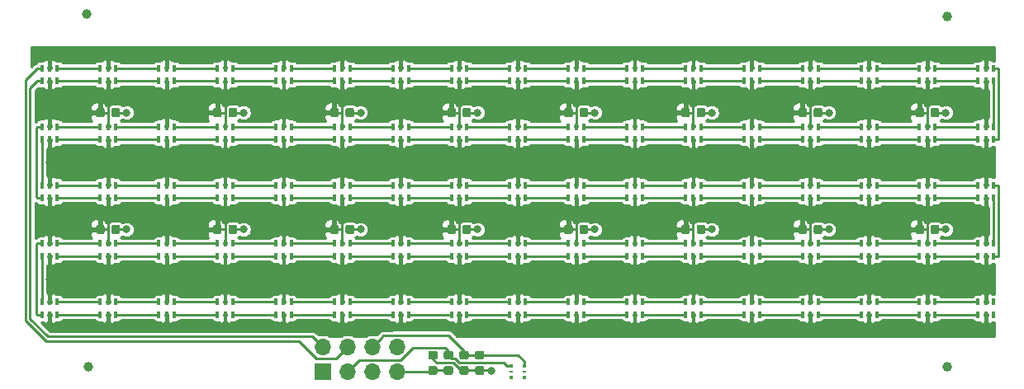
<source format=gbr>
G04 #@! TF.GenerationSoftware,KiCad,Pcbnew,(5.1.5-0-10_14)*
G04 #@! TF.CreationDate,2020-04-22T00:02:06+01:00*
G04 #@! TF.ProjectId,Display,44697370-6c61-4792-9e6b-696361645f70,rev?*
G04 #@! TF.SameCoordinates,Original*
G04 #@! TF.FileFunction,Copper,L1,Top*
G04 #@! TF.FilePolarity,Positive*
%FSLAX46Y46*%
G04 Gerber Fmt 4.6, Leading zero omitted, Abs format (unit mm)*
G04 Created by KiCad (PCBNEW (5.1.5-0-10_14)) date 2020-04-22 00:02:06*
%MOMM*%
%LPD*%
G04 APERTURE LIST*
%ADD10C,1.000000*%
%ADD11C,0.100000*%
%ADD12O,1.700000X1.700000*%
%ADD13R,1.700000X1.700000*%
%ADD14R,0.400000X0.400000*%
%ADD15R,0.400000X0.200000*%
%ADD16R,0.400000X0.700000*%
%ADD17C,0.800000*%
%ADD18C,0.250000*%
%ADD19C,0.254000*%
G04 APERTURE END LIST*
D10*
X226000000Y-90000000D03*
X138000000Y-90000000D03*
X226000000Y-54000000D03*
X137800000Y-53800000D03*
G04 #@! TA.AperFunction,SMDPad,CuDef*
D11*
G36*
X173577691Y-88376053D02*
G01*
X173598926Y-88379203D01*
X173619750Y-88384419D01*
X173639962Y-88391651D01*
X173659368Y-88400830D01*
X173677781Y-88411866D01*
X173695024Y-88424654D01*
X173710930Y-88439070D01*
X173725346Y-88454976D01*
X173738134Y-88472219D01*
X173749170Y-88490632D01*
X173758349Y-88510038D01*
X173765581Y-88530250D01*
X173770797Y-88551074D01*
X173773947Y-88572309D01*
X173775000Y-88593750D01*
X173775000Y-89031250D01*
X173773947Y-89052691D01*
X173770797Y-89073926D01*
X173765581Y-89094750D01*
X173758349Y-89114962D01*
X173749170Y-89134368D01*
X173738134Y-89152781D01*
X173725346Y-89170024D01*
X173710930Y-89185930D01*
X173695024Y-89200346D01*
X173677781Y-89213134D01*
X173659368Y-89224170D01*
X173639962Y-89233349D01*
X173619750Y-89240581D01*
X173598926Y-89245797D01*
X173577691Y-89248947D01*
X173556250Y-89250000D01*
X173043750Y-89250000D01*
X173022309Y-89248947D01*
X173001074Y-89245797D01*
X172980250Y-89240581D01*
X172960038Y-89233349D01*
X172940632Y-89224170D01*
X172922219Y-89213134D01*
X172904976Y-89200346D01*
X172889070Y-89185930D01*
X172874654Y-89170024D01*
X172861866Y-89152781D01*
X172850830Y-89134368D01*
X172841651Y-89114962D01*
X172834419Y-89094750D01*
X172829203Y-89073926D01*
X172826053Y-89052691D01*
X172825000Y-89031250D01*
X172825000Y-88593750D01*
X172826053Y-88572309D01*
X172829203Y-88551074D01*
X172834419Y-88530250D01*
X172841651Y-88510038D01*
X172850830Y-88490632D01*
X172861866Y-88472219D01*
X172874654Y-88454976D01*
X172889070Y-88439070D01*
X172904976Y-88424654D01*
X172922219Y-88411866D01*
X172940632Y-88400830D01*
X172960038Y-88391651D01*
X172980250Y-88384419D01*
X173001074Y-88379203D01*
X173022309Y-88376053D01*
X173043750Y-88375000D01*
X173556250Y-88375000D01*
X173577691Y-88376053D01*
G37*
G04 #@! TD.AperFunction*
G04 #@! TA.AperFunction,SMDPad,CuDef*
G36*
X173577691Y-89951053D02*
G01*
X173598926Y-89954203D01*
X173619750Y-89959419D01*
X173639962Y-89966651D01*
X173659368Y-89975830D01*
X173677781Y-89986866D01*
X173695024Y-89999654D01*
X173710930Y-90014070D01*
X173725346Y-90029976D01*
X173738134Y-90047219D01*
X173749170Y-90065632D01*
X173758349Y-90085038D01*
X173765581Y-90105250D01*
X173770797Y-90126074D01*
X173773947Y-90147309D01*
X173775000Y-90168750D01*
X173775000Y-90606250D01*
X173773947Y-90627691D01*
X173770797Y-90648926D01*
X173765581Y-90669750D01*
X173758349Y-90689962D01*
X173749170Y-90709368D01*
X173738134Y-90727781D01*
X173725346Y-90745024D01*
X173710930Y-90760930D01*
X173695024Y-90775346D01*
X173677781Y-90788134D01*
X173659368Y-90799170D01*
X173639962Y-90808349D01*
X173619750Y-90815581D01*
X173598926Y-90820797D01*
X173577691Y-90823947D01*
X173556250Y-90825000D01*
X173043750Y-90825000D01*
X173022309Y-90823947D01*
X173001074Y-90820797D01*
X172980250Y-90815581D01*
X172960038Y-90808349D01*
X172940632Y-90799170D01*
X172922219Y-90788134D01*
X172904976Y-90775346D01*
X172889070Y-90760930D01*
X172874654Y-90745024D01*
X172861866Y-90727781D01*
X172850830Y-90709368D01*
X172841651Y-90689962D01*
X172834419Y-90669750D01*
X172829203Y-90648926D01*
X172826053Y-90627691D01*
X172825000Y-90606250D01*
X172825000Y-90168750D01*
X172826053Y-90147309D01*
X172829203Y-90126074D01*
X172834419Y-90105250D01*
X172841651Y-90085038D01*
X172850830Y-90065632D01*
X172861866Y-90047219D01*
X172874654Y-90029976D01*
X172889070Y-90014070D01*
X172904976Y-89999654D01*
X172922219Y-89986866D01*
X172940632Y-89975830D01*
X172960038Y-89966651D01*
X172980250Y-89959419D01*
X173001074Y-89954203D01*
X173022309Y-89951053D01*
X173043750Y-89950000D01*
X173556250Y-89950000D01*
X173577691Y-89951053D01*
G37*
G04 #@! TD.AperFunction*
G04 #@! TA.AperFunction,SMDPad,CuDef*
G36*
X175177691Y-89951053D02*
G01*
X175198926Y-89954203D01*
X175219750Y-89959419D01*
X175239962Y-89966651D01*
X175259368Y-89975830D01*
X175277781Y-89986866D01*
X175295024Y-89999654D01*
X175310930Y-90014070D01*
X175325346Y-90029976D01*
X175338134Y-90047219D01*
X175349170Y-90065632D01*
X175358349Y-90085038D01*
X175365581Y-90105250D01*
X175370797Y-90126074D01*
X175373947Y-90147309D01*
X175375000Y-90168750D01*
X175375000Y-90606250D01*
X175373947Y-90627691D01*
X175370797Y-90648926D01*
X175365581Y-90669750D01*
X175358349Y-90689962D01*
X175349170Y-90709368D01*
X175338134Y-90727781D01*
X175325346Y-90745024D01*
X175310930Y-90760930D01*
X175295024Y-90775346D01*
X175277781Y-90788134D01*
X175259368Y-90799170D01*
X175239962Y-90808349D01*
X175219750Y-90815581D01*
X175198926Y-90820797D01*
X175177691Y-90823947D01*
X175156250Y-90825000D01*
X174643750Y-90825000D01*
X174622309Y-90823947D01*
X174601074Y-90820797D01*
X174580250Y-90815581D01*
X174560038Y-90808349D01*
X174540632Y-90799170D01*
X174522219Y-90788134D01*
X174504976Y-90775346D01*
X174489070Y-90760930D01*
X174474654Y-90745024D01*
X174461866Y-90727781D01*
X174450830Y-90709368D01*
X174441651Y-90689962D01*
X174434419Y-90669750D01*
X174429203Y-90648926D01*
X174426053Y-90627691D01*
X174425000Y-90606250D01*
X174425000Y-90168750D01*
X174426053Y-90147309D01*
X174429203Y-90126074D01*
X174434419Y-90105250D01*
X174441651Y-90085038D01*
X174450830Y-90065632D01*
X174461866Y-90047219D01*
X174474654Y-90029976D01*
X174489070Y-90014070D01*
X174504976Y-89999654D01*
X174522219Y-89986866D01*
X174540632Y-89975830D01*
X174560038Y-89966651D01*
X174580250Y-89959419D01*
X174601074Y-89954203D01*
X174622309Y-89951053D01*
X174643750Y-89950000D01*
X175156250Y-89950000D01*
X175177691Y-89951053D01*
G37*
G04 #@! TD.AperFunction*
G04 #@! TA.AperFunction,SMDPad,CuDef*
G36*
X175177691Y-88376053D02*
G01*
X175198926Y-88379203D01*
X175219750Y-88384419D01*
X175239962Y-88391651D01*
X175259368Y-88400830D01*
X175277781Y-88411866D01*
X175295024Y-88424654D01*
X175310930Y-88439070D01*
X175325346Y-88454976D01*
X175338134Y-88472219D01*
X175349170Y-88490632D01*
X175358349Y-88510038D01*
X175365581Y-88530250D01*
X175370797Y-88551074D01*
X175373947Y-88572309D01*
X175375000Y-88593750D01*
X175375000Y-89031250D01*
X175373947Y-89052691D01*
X175370797Y-89073926D01*
X175365581Y-89094750D01*
X175358349Y-89114962D01*
X175349170Y-89134368D01*
X175338134Y-89152781D01*
X175325346Y-89170024D01*
X175310930Y-89185930D01*
X175295024Y-89200346D01*
X175277781Y-89213134D01*
X175259368Y-89224170D01*
X175239962Y-89233349D01*
X175219750Y-89240581D01*
X175198926Y-89245797D01*
X175177691Y-89248947D01*
X175156250Y-89250000D01*
X174643750Y-89250000D01*
X174622309Y-89248947D01*
X174601074Y-89245797D01*
X174580250Y-89240581D01*
X174560038Y-89233349D01*
X174540632Y-89224170D01*
X174522219Y-89213134D01*
X174504976Y-89200346D01*
X174489070Y-89185930D01*
X174474654Y-89170024D01*
X174461866Y-89152781D01*
X174450830Y-89134368D01*
X174441651Y-89114962D01*
X174434419Y-89094750D01*
X174429203Y-89073926D01*
X174426053Y-89052691D01*
X174425000Y-89031250D01*
X174425000Y-88593750D01*
X174426053Y-88572309D01*
X174429203Y-88551074D01*
X174434419Y-88530250D01*
X174441651Y-88510038D01*
X174450830Y-88490632D01*
X174461866Y-88472219D01*
X174474654Y-88454976D01*
X174489070Y-88439070D01*
X174504976Y-88424654D01*
X174522219Y-88411866D01*
X174540632Y-88400830D01*
X174560038Y-88391651D01*
X174580250Y-88384419D01*
X174601074Y-88379203D01*
X174622309Y-88376053D01*
X174643750Y-88375000D01*
X175156250Y-88375000D01*
X175177691Y-88376053D01*
G37*
G04 #@! TD.AperFunction*
D12*
X169620000Y-87960000D03*
X169620000Y-90500000D03*
X167080000Y-87960000D03*
X167080000Y-90500000D03*
X164540000Y-87960000D03*
X164540000Y-90500000D03*
X162000000Y-87960000D03*
D13*
X162000000Y-90500000D03*
G04 #@! TA.AperFunction,SMDPad,CuDef*
D11*
G36*
X178377691Y-89951053D02*
G01*
X178398926Y-89954203D01*
X178419750Y-89959419D01*
X178439962Y-89966651D01*
X178459368Y-89975830D01*
X178477781Y-89986866D01*
X178495024Y-89999654D01*
X178510930Y-90014070D01*
X178525346Y-90029976D01*
X178538134Y-90047219D01*
X178549170Y-90065632D01*
X178558349Y-90085038D01*
X178565581Y-90105250D01*
X178570797Y-90126074D01*
X178573947Y-90147309D01*
X178575000Y-90168750D01*
X178575000Y-90606250D01*
X178573947Y-90627691D01*
X178570797Y-90648926D01*
X178565581Y-90669750D01*
X178558349Y-90689962D01*
X178549170Y-90709368D01*
X178538134Y-90727781D01*
X178525346Y-90745024D01*
X178510930Y-90760930D01*
X178495024Y-90775346D01*
X178477781Y-90788134D01*
X178459368Y-90799170D01*
X178439962Y-90808349D01*
X178419750Y-90815581D01*
X178398926Y-90820797D01*
X178377691Y-90823947D01*
X178356250Y-90825000D01*
X177843750Y-90825000D01*
X177822309Y-90823947D01*
X177801074Y-90820797D01*
X177780250Y-90815581D01*
X177760038Y-90808349D01*
X177740632Y-90799170D01*
X177722219Y-90788134D01*
X177704976Y-90775346D01*
X177689070Y-90760930D01*
X177674654Y-90745024D01*
X177661866Y-90727781D01*
X177650830Y-90709368D01*
X177641651Y-90689962D01*
X177634419Y-90669750D01*
X177629203Y-90648926D01*
X177626053Y-90627691D01*
X177625000Y-90606250D01*
X177625000Y-90168750D01*
X177626053Y-90147309D01*
X177629203Y-90126074D01*
X177634419Y-90105250D01*
X177641651Y-90085038D01*
X177650830Y-90065632D01*
X177661866Y-90047219D01*
X177674654Y-90029976D01*
X177689070Y-90014070D01*
X177704976Y-89999654D01*
X177722219Y-89986866D01*
X177740632Y-89975830D01*
X177760038Y-89966651D01*
X177780250Y-89959419D01*
X177801074Y-89954203D01*
X177822309Y-89951053D01*
X177843750Y-89950000D01*
X178356250Y-89950000D01*
X178377691Y-89951053D01*
G37*
G04 #@! TD.AperFunction*
G04 #@! TA.AperFunction,SMDPad,CuDef*
G36*
X178377691Y-88376053D02*
G01*
X178398926Y-88379203D01*
X178419750Y-88384419D01*
X178439962Y-88391651D01*
X178459368Y-88400830D01*
X178477781Y-88411866D01*
X178495024Y-88424654D01*
X178510930Y-88439070D01*
X178525346Y-88454976D01*
X178538134Y-88472219D01*
X178549170Y-88490632D01*
X178558349Y-88510038D01*
X178565581Y-88530250D01*
X178570797Y-88551074D01*
X178573947Y-88572309D01*
X178575000Y-88593750D01*
X178575000Y-89031250D01*
X178573947Y-89052691D01*
X178570797Y-89073926D01*
X178565581Y-89094750D01*
X178558349Y-89114962D01*
X178549170Y-89134368D01*
X178538134Y-89152781D01*
X178525346Y-89170024D01*
X178510930Y-89185930D01*
X178495024Y-89200346D01*
X178477781Y-89213134D01*
X178459368Y-89224170D01*
X178439962Y-89233349D01*
X178419750Y-89240581D01*
X178398926Y-89245797D01*
X178377691Y-89248947D01*
X178356250Y-89250000D01*
X177843750Y-89250000D01*
X177822309Y-89248947D01*
X177801074Y-89245797D01*
X177780250Y-89240581D01*
X177760038Y-89233349D01*
X177740632Y-89224170D01*
X177722219Y-89213134D01*
X177704976Y-89200346D01*
X177689070Y-89185930D01*
X177674654Y-89170024D01*
X177661866Y-89152781D01*
X177650830Y-89134368D01*
X177641651Y-89114962D01*
X177634419Y-89094750D01*
X177629203Y-89073926D01*
X177626053Y-89052691D01*
X177625000Y-89031250D01*
X177625000Y-88593750D01*
X177626053Y-88572309D01*
X177629203Y-88551074D01*
X177634419Y-88530250D01*
X177641651Y-88510038D01*
X177650830Y-88490632D01*
X177661866Y-88472219D01*
X177674654Y-88454976D01*
X177689070Y-88439070D01*
X177704976Y-88424654D01*
X177722219Y-88411866D01*
X177740632Y-88400830D01*
X177760038Y-88391651D01*
X177780250Y-88384419D01*
X177801074Y-88379203D01*
X177822309Y-88376053D01*
X177843750Y-88375000D01*
X178356250Y-88375000D01*
X178377691Y-88376053D01*
G37*
G04 #@! TD.AperFunction*
D14*
X181350000Y-91100000D03*
X181350000Y-89900000D03*
D15*
X181350000Y-90500000D03*
D14*
X182650000Y-91100000D03*
D15*
X182650000Y-90500000D03*
D14*
X182650000Y-89900000D03*
G04 #@! TA.AperFunction,SMDPad,CuDef*
D11*
G36*
X225027691Y-75426053D02*
G01*
X225048926Y-75429203D01*
X225069750Y-75434419D01*
X225089962Y-75441651D01*
X225109368Y-75450830D01*
X225127781Y-75461866D01*
X225145024Y-75474654D01*
X225160930Y-75489070D01*
X225175346Y-75504976D01*
X225188134Y-75522219D01*
X225199170Y-75540632D01*
X225208349Y-75560038D01*
X225215581Y-75580250D01*
X225220797Y-75601074D01*
X225223947Y-75622309D01*
X225225000Y-75643750D01*
X225225000Y-76156250D01*
X225223947Y-76177691D01*
X225220797Y-76198926D01*
X225215581Y-76219750D01*
X225208349Y-76239962D01*
X225199170Y-76259368D01*
X225188134Y-76277781D01*
X225175346Y-76295024D01*
X225160930Y-76310930D01*
X225145024Y-76325346D01*
X225127781Y-76338134D01*
X225109368Y-76349170D01*
X225089962Y-76358349D01*
X225069750Y-76365581D01*
X225048926Y-76370797D01*
X225027691Y-76373947D01*
X225006250Y-76375000D01*
X224568750Y-76375000D01*
X224547309Y-76373947D01*
X224526074Y-76370797D01*
X224505250Y-76365581D01*
X224485038Y-76358349D01*
X224465632Y-76349170D01*
X224447219Y-76338134D01*
X224429976Y-76325346D01*
X224414070Y-76310930D01*
X224399654Y-76295024D01*
X224386866Y-76277781D01*
X224375830Y-76259368D01*
X224366651Y-76239962D01*
X224359419Y-76219750D01*
X224354203Y-76198926D01*
X224351053Y-76177691D01*
X224350000Y-76156250D01*
X224350000Y-75643750D01*
X224351053Y-75622309D01*
X224354203Y-75601074D01*
X224359419Y-75580250D01*
X224366651Y-75560038D01*
X224375830Y-75540632D01*
X224386866Y-75522219D01*
X224399654Y-75504976D01*
X224414070Y-75489070D01*
X224429976Y-75474654D01*
X224447219Y-75461866D01*
X224465632Y-75450830D01*
X224485038Y-75441651D01*
X224505250Y-75434419D01*
X224526074Y-75429203D01*
X224547309Y-75426053D01*
X224568750Y-75425000D01*
X225006250Y-75425000D01*
X225027691Y-75426053D01*
G37*
G04 #@! TD.AperFunction*
G04 #@! TA.AperFunction,SMDPad,CuDef*
G36*
X223452691Y-75426053D02*
G01*
X223473926Y-75429203D01*
X223494750Y-75434419D01*
X223514962Y-75441651D01*
X223534368Y-75450830D01*
X223552781Y-75461866D01*
X223570024Y-75474654D01*
X223585930Y-75489070D01*
X223600346Y-75504976D01*
X223613134Y-75522219D01*
X223624170Y-75540632D01*
X223633349Y-75560038D01*
X223640581Y-75580250D01*
X223645797Y-75601074D01*
X223648947Y-75622309D01*
X223650000Y-75643750D01*
X223650000Y-76156250D01*
X223648947Y-76177691D01*
X223645797Y-76198926D01*
X223640581Y-76219750D01*
X223633349Y-76239962D01*
X223624170Y-76259368D01*
X223613134Y-76277781D01*
X223600346Y-76295024D01*
X223585930Y-76310930D01*
X223570024Y-76325346D01*
X223552781Y-76338134D01*
X223534368Y-76349170D01*
X223514962Y-76358349D01*
X223494750Y-76365581D01*
X223473926Y-76370797D01*
X223452691Y-76373947D01*
X223431250Y-76375000D01*
X222993750Y-76375000D01*
X222972309Y-76373947D01*
X222951074Y-76370797D01*
X222930250Y-76365581D01*
X222910038Y-76358349D01*
X222890632Y-76349170D01*
X222872219Y-76338134D01*
X222854976Y-76325346D01*
X222839070Y-76310930D01*
X222824654Y-76295024D01*
X222811866Y-76277781D01*
X222800830Y-76259368D01*
X222791651Y-76239962D01*
X222784419Y-76219750D01*
X222779203Y-76198926D01*
X222776053Y-76177691D01*
X222775000Y-76156250D01*
X222775000Y-75643750D01*
X222776053Y-75622309D01*
X222779203Y-75601074D01*
X222784419Y-75580250D01*
X222791651Y-75560038D01*
X222800830Y-75540632D01*
X222811866Y-75522219D01*
X222824654Y-75504976D01*
X222839070Y-75489070D01*
X222854976Y-75474654D01*
X222872219Y-75461866D01*
X222890632Y-75450830D01*
X222910038Y-75441651D01*
X222930250Y-75434419D01*
X222951074Y-75429203D01*
X222972309Y-75426053D01*
X222993750Y-75425000D01*
X223431250Y-75425000D01*
X223452691Y-75426053D01*
G37*
G04 #@! TD.AperFunction*
G04 #@! TA.AperFunction,SMDPad,CuDef*
G36*
X213027691Y-75426053D02*
G01*
X213048926Y-75429203D01*
X213069750Y-75434419D01*
X213089962Y-75441651D01*
X213109368Y-75450830D01*
X213127781Y-75461866D01*
X213145024Y-75474654D01*
X213160930Y-75489070D01*
X213175346Y-75504976D01*
X213188134Y-75522219D01*
X213199170Y-75540632D01*
X213208349Y-75560038D01*
X213215581Y-75580250D01*
X213220797Y-75601074D01*
X213223947Y-75622309D01*
X213225000Y-75643750D01*
X213225000Y-76156250D01*
X213223947Y-76177691D01*
X213220797Y-76198926D01*
X213215581Y-76219750D01*
X213208349Y-76239962D01*
X213199170Y-76259368D01*
X213188134Y-76277781D01*
X213175346Y-76295024D01*
X213160930Y-76310930D01*
X213145024Y-76325346D01*
X213127781Y-76338134D01*
X213109368Y-76349170D01*
X213089962Y-76358349D01*
X213069750Y-76365581D01*
X213048926Y-76370797D01*
X213027691Y-76373947D01*
X213006250Y-76375000D01*
X212568750Y-76375000D01*
X212547309Y-76373947D01*
X212526074Y-76370797D01*
X212505250Y-76365581D01*
X212485038Y-76358349D01*
X212465632Y-76349170D01*
X212447219Y-76338134D01*
X212429976Y-76325346D01*
X212414070Y-76310930D01*
X212399654Y-76295024D01*
X212386866Y-76277781D01*
X212375830Y-76259368D01*
X212366651Y-76239962D01*
X212359419Y-76219750D01*
X212354203Y-76198926D01*
X212351053Y-76177691D01*
X212350000Y-76156250D01*
X212350000Y-75643750D01*
X212351053Y-75622309D01*
X212354203Y-75601074D01*
X212359419Y-75580250D01*
X212366651Y-75560038D01*
X212375830Y-75540632D01*
X212386866Y-75522219D01*
X212399654Y-75504976D01*
X212414070Y-75489070D01*
X212429976Y-75474654D01*
X212447219Y-75461866D01*
X212465632Y-75450830D01*
X212485038Y-75441651D01*
X212505250Y-75434419D01*
X212526074Y-75429203D01*
X212547309Y-75426053D01*
X212568750Y-75425000D01*
X213006250Y-75425000D01*
X213027691Y-75426053D01*
G37*
G04 #@! TD.AperFunction*
G04 #@! TA.AperFunction,SMDPad,CuDef*
G36*
X211452691Y-75426053D02*
G01*
X211473926Y-75429203D01*
X211494750Y-75434419D01*
X211514962Y-75441651D01*
X211534368Y-75450830D01*
X211552781Y-75461866D01*
X211570024Y-75474654D01*
X211585930Y-75489070D01*
X211600346Y-75504976D01*
X211613134Y-75522219D01*
X211624170Y-75540632D01*
X211633349Y-75560038D01*
X211640581Y-75580250D01*
X211645797Y-75601074D01*
X211648947Y-75622309D01*
X211650000Y-75643750D01*
X211650000Y-76156250D01*
X211648947Y-76177691D01*
X211645797Y-76198926D01*
X211640581Y-76219750D01*
X211633349Y-76239962D01*
X211624170Y-76259368D01*
X211613134Y-76277781D01*
X211600346Y-76295024D01*
X211585930Y-76310930D01*
X211570024Y-76325346D01*
X211552781Y-76338134D01*
X211534368Y-76349170D01*
X211514962Y-76358349D01*
X211494750Y-76365581D01*
X211473926Y-76370797D01*
X211452691Y-76373947D01*
X211431250Y-76375000D01*
X210993750Y-76375000D01*
X210972309Y-76373947D01*
X210951074Y-76370797D01*
X210930250Y-76365581D01*
X210910038Y-76358349D01*
X210890632Y-76349170D01*
X210872219Y-76338134D01*
X210854976Y-76325346D01*
X210839070Y-76310930D01*
X210824654Y-76295024D01*
X210811866Y-76277781D01*
X210800830Y-76259368D01*
X210791651Y-76239962D01*
X210784419Y-76219750D01*
X210779203Y-76198926D01*
X210776053Y-76177691D01*
X210775000Y-76156250D01*
X210775000Y-75643750D01*
X210776053Y-75622309D01*
X210779203Y-75601074D01*
X210784419Y-75580250D01*
X210791651Y-75560038D01*
X210800830Y-75540632D01*
X210811866Y-75522219D01*
X210824654Y-75504976D01*
X210839070Y-75489070D01*
X210854976Y-75474654D01*
X210872219Y-75461866D01*
X210890632Y-75450830D01*
X210910038Y-75441651D01*
X210930250Y-75434419D01*
X210951074Y-75429203D01*
X210972309Y-75426053D01*
X210993750Y-75425000D01*
X211431250Y-75425000D01*
X211452691Y-75426053D01*
G37*
G04 #@! TD.AperFunction*
G04 #@! TA.AperFunction,SMDPad,CuDef*
G36*
X199452691Y-75426053D02*
G01*
X199473926Y-75429203D01*
X199494750Y-75434419D01*
X199514962Y-75441651D01*
X199534368Y-75450830D01*
X199552781Y-75461866D01*
X199570024Y-75474654D01*
X199585930Y-75489070D01*
X199600346Y-75504976D01*
X199613134Y-75522219D01*
X199624170Y-75540632D01*
X199633349Y-75560038D01*
X199640581Y-75580250D01*
X199645797Y-75601074D01*
X199648947Y-75622309D01*
X199650000Y-75643750D01*
X199650000Y-76156250D01*
X199648947Y-76177691D01*
X199645797Y-76198926D01*
X199640581Y-76219750D01*
X199633349Y-76239962D01*
X199624170Y-76259368D01*
X199613134Y-76277781D01*
X199600346Y-76295024D01*
X199585930Y-76310930D01*
X199570024Y-76325346D01*
X199552781Y-76338134D01*
X199534368Y-76349170D01*
X199514962Y-76358349D01*
X199494750Y-76365581D01*
X199473926Y-76370797D01*
X199452691Y-76373947D01*
X199431250Y-76375000D01*
X198993750Y-76375000D01*
X198972309Y-76373947D01*
X198951074Y-76370797D01*
X198930250Y-76365581D01*
X198910038Y-76358349D01*
X198890632Y-76349170D01*
X198872219Y-76338134D01*
X198854976Y-76325346D01*
X198839070Y-76310930D01*
X198824654Y-76295024D01*
X198811866Y-76277781D01*
X198800830Y-76259368D01*
X198791651Y-76239962D01*
X198784419Y-76219750D01*
X198779203Y-76198926D01*
X198776053Y-76177691D01*
X198775000Y-76156250D01*
X198775000Y-75643750D01*
X198776053Y-75622309D01*
X198779203Y-75601074D01*
X198784419Y-75580250D01*
X198791651Y-75560038D01*
X198800830Y-75540632D01*
X198811866Y-75522219D01*
X198824654Y-75504976D01*
X198839070Y-75489070D01*
X198854976Y-75474654D01*
X198872219Y-75461866D01*
X198890632Y-75450830D01*
X198910038Y-75441651D01*
X198930250Y-75434419D01*
X198951074Y-75429203D01*
X198972309Y-75426053D01*
X198993750Y-75425000D01*
X199431250Y-75425000D01*
X199452691Y-75426053D01*
G37*
G04 #@! TD.AperFunction*
G04 #@! TA.AperFunction,SMDPad,CuDef*
G36*
X201027691Y-75426053D02*
G01*
X201048926Y-75429203D01*
X201069750Y-75434419D01*
X201089962Y-75441651D01*
X201109368Y-75450830D01*
X201127781Y-75461866D01*
X201145024Y-75474654D01*
X201160930Y-75489070D01*
X201175346Y-75504976D01*
X201188134Y-75522219D01*
X201199170Y-75540632D01*
X201208349Y-75560038D01*
X201215581Y-75580250D01*
X201220797Y-75601074D01*
X201223947Y-75622309D01*
X201225000Y-75643750D01*
X201225000Y-76156250D01*
X201223947Y-76177691D01*
X201220797Y-76198926D01*
X201215581Y-76219750D01*
X201208349Y-76239962D01*
X201199170Y-76259368D01*
X201188134Y-76277781D01*
X201175346Y-76295024D01*
X201160930Y-76310930D01*
X201145024Y-76325346D01*
X201127781Y-76338134D01*
X201109368Y-76349170D01*
X201089962Y-76358349D01*
X201069750Y-76365581D01*
X201048926Y-76370797D01*
X201027691Y-76373947D01*
X201006250Y-76375000D01*
X200568750Y-76375000D01*
X200547309Y-76373947D01*
X200526074Y-76370797D01*
X200505250Y-76365581D01*
X200485038Y-76358349D01*
X200465632Y-76349170D01*
X200447219Y-76338134D01*
X200429976Y-76325346D01*
X200414070Y-76310930D01*
X200399654Y-76295024D01*
X200386866Y-76277781D01*
X200375830Y-76259368D01*
X200366651Y-76239962D01*
X200359419Y-76219750D01*
X200354203Y-76198926D01*
X200351053Y-76177691D01*
X200350000Y-76156250D01*
X200350000Y-75643750D01*
X200351053Y-75622309D01*
X200354203Y-75601074D01*
X200359419Y-75580250D01*
X200366651Y-75560038D01*
X200375830Y-75540632D01*
X200386866Y-75522219D01*
X200399654Y-75504976D01*
X200414070Y-75489070D01*
X200429976Y-75474654D01*
X200447219Y-75461866D01*
X200465632Y-75450830D01*
X200485038Y-75441651D01*
X200505250Y-75434419D01*
X200526074Y-75429203D01*
X200547309Y-75426053D01*
X200568750Y-75425000D01*
X201006250Y-75425000D01*
X201027691Y-75426053D01*
G37*
G04 #@! TD.AperFunction*
G04 #@! TA.AperFunction,SMDPad,CuDef*
G36*
X189027691Y-75426053D02*
G01*
X189048926Y-75429203D01*
X189069750Y-75434419D01*
X189089962Y-75441651D01*
X189109368Y-75450830D01*
X189127781Y-75461866D01*
X189145024Y-75474654D01*
X189160930Y-75489070D01*
X189175346Y-75504976D01*
X189188134Y-75522219D01*
X189199170Y-75540632D01*
X189208349Y-75560038D01*
X189215581Y-75580250D01*
X189220797Y-75601074D01*
X189223947Y-75622309D01*
X189225000Y-75643750D01*
X189225000Y-76156250D01*
X189223947Y-76177691D01*
X189220797Y-76198926D01*
X189215581Y-76219750D01*
X189208349Y-76239962D01*
X189199170Y-76259368D01*
X189188134Y-76277781D01*
X189175346Y-76295024D01*
X189160930Y-76310930D01*
X189145024Y-76325346D01*
X189127781Y-76338134D01*
X189109368Y-76349170D01*
X189089962Y-76358349D01*
X189069750Y-76365581D01*
X189048926Y-76370797D01*
X189027691Y-76373947D01*
X189006250Y-76375000D01*
X188568750Y-76375000D01*
X188547309Y-76373947D01*
X188526074Y-76370797D01*
X188505250Y-76365581D01*
X188485038Y-76358349D01*
X188465632Y-76349170D01*
X188447219Y-76338134D01*
X188429976Y-76325346D01*
X188414070Y-76310930D01*
X188399654Y-76295024D01*
X188386866Y-76277781D01*
X188375830Y-76259368D01*
X188366651Y-76239962D01*
X188359419Y-76219750D01*
X188354203Y-76198926D01*
X188351053Y-76177691D01*
X188350000Y-76156250D01*
X188350000Y-75643750D01*
X188351053Y-75622309D01*
X188354203Y-75601074D01*
X188359419Y-75580250D01*
X188366651Y-75560038D01*
X188375830Y-75540632D01*
X188386866Y-75522219D01*
X188399654Y-75504976D01*
X188414070Y-75489070D01*
X188429976Y-75474654D01*
X188447219Y-75461866D01*
X188465632Y-75450830D01*
X188485038Y-75441651D01*
X188505250Y-75434419D01*
X188526074Y-75429203D01*
X188547309Y-75426053D01*
X188568750Y-75425000D01*
X189006250Y-75425000D01*
X189027691Y-75426053D01*
G37*
G04 #@! TD.AperFunction*
G04 #@! TA.AperFunction,SMDPad,CuDef*
G36*
X187452691Y-75426053D02*
G01*
X187473926Y-75429203D01*
X187494750Y-75434419D01*
X187514962Y-75441651D01*
X187534368Y-75450830D01*
X187552781Y-75461866D01*
X187570024Y-75474654D01*
X187585930Y-75489070D01*
X187600346Y-75504976D01*
X187613134Y-75522219D01*
X187624170Y-75540632D01*
X187633349Y-75560038D01*
X187640581Y-75580250D01*
X187645797Y-75601074D01*
X187648947Y-75622309D01*
X187650000Y-75643750D01*
X187650000Y-76156250D01*
X187648947Y-76177691D01*
X187645797Y-76198926D01*
X187640581Y-76219750D01*
X187633349Y-76239962D01*
X187624170Y-76259368D01*
X187613134Y-76277781D01*
X187600346Y-76295024D01*
X187585930Y-76310930D01*
X187570024Y-76325346D01*
X187552781Y-76338134D01*
X187534368Y-76349170D01*
X187514962Y-76358349D01*
X187494750Y-76365581D01*
X187473926Y-76370797D01*
X187452691Y-76373947D01*
X187431250Y-76375000D01*
X186993750Y-76375000D01*
X186972309Y-76373947D01*
X186951074Y-76370797D01*
X186930250Y-76365581D01*
X186910038Y-76358349D01*
X186890632Y-76349170D01*
X186872219Y-76338134D01*
X186854976Y-76325346D01*
X186839070Y-76310930D01*
X186824654Y-76295024D01*
X186811866Y-76277781D01*
X186800830Y-76259368D01*
X186791651Y-76239962D01*
X186784419Y-76219750D01*
X186779203Y-76198926D01*
X186776053Y-76177691D01*
X186775000Y-76156250D01*
X186775000Y-75643750D01*
X186776053Y-75622309D01*
X186779203Y-75601074D01*
X186784419Y-75580250D01*
X186791651Y-75560038D01*
X186800830Y-75540632D01*
X186811866Y-75522219D01*
X186824654Y-75504976D01*
X186839070Y-75489070D01*
X186854976Y-75474654D01*
X186872219Y-75461866D01*
X186890632Y-75450830D01*
X186910038Y-75441651D01*
X186930250Y-75434419D01*
X186951074Y-75429203D01*
X186972309Y-75426053D01*
X186993750Y-75425000D01*
X187431250Y-75425000D01*
X187452691Y-75426053D01*
G37*
G04 #@! TD.AperFunction*
G04 #@! TA.AperFunction,SMDPad,CuDef*
G36*
X175452691Y-75426053D02*
G01*
X175473926Y-75429203D01*
X175494750Y-75434419D01*
X175514962Y-75441651D01*
X175534368Y-75450830D01*
X175552781Y-75461866D01*
X175570024Y-75474654D01*
X175585930Y-75489070D01*
X175600346Y-75504976D01*
X175613134Y-75522219D01*
X175624170Y-75540632D01*
X175633349Y-75560038D01*
X175640581Y-75580250D01*
X175645797Y-75601074D01*
X175648947Y-75622309D01*
X175650000Y-75643750D01*
X175650000Y-76156250D01*
X175648947Y-76177691D01*
X175645797Y-76198926D01*
X175640581Y-76219750D01*
X175633349Y-76239962D01*
X175624170Y-76259368D01*
X175613134Y-76277781D01*
X175600346Y-76295024D01*
X175585930Y-76310930D01*
X175570024Y-76325346D01*
X175552781Y-76338134D01*
X175534368Y-76349170D01*
X175514962Y-76358349D01*
X175494750Y-76365581D01*
X175473926Y-76370797D01*
X175452691Y-76373947D01*
X175431250Y-76375000D01*
X174993750Y-76375000D01*
X174972309Y-76373947D01*
X174951074Y-76370797D01*
X174930250Y-76365581D01*
X174910038Y-76358349D01*
X174890632Y-76349170D01*
X174872219Y-76338134D01*
X174854976Y-76325346D01*
X174839070Y-76310930D01*
X174824654Y-76295024D01*
X174811866Y-76277781D01*
X174800830Y-76259368D01*
X174791651Y-76239962D01*
X174784419Y-76219750D01*
X174779203Y-76198926D01*
X174776053Y-76177691D01*
X174775000Y-76156250D01*
X174775000Y-75643750D01*
X174776053Y-75622309D01*
X174779203Y-75601074D01*
X174784419Y-75580250D01*
X174791651Y-75560038D01*
X174800830Y-75540632D01*
X174811866Y-75522219D01*
X174824654Y-75504976D01*
X174839070Y-75489070D01*
X174854976Y-75474654D01*
X174872219Y-75461866D01*
X174890632Y-75450830D01*
X174910038Y-75441651D01*
X174930250Y-75434419D01*
X174951074Y-75429203D01*
X174972309Y-75426053D01*
X174993750Y-75425000D01*
X175431250Y-75425000D01*
X175452691Y-75426053D01*
G37*
G04 #@! TD.AperFunction*
G04 #@! TA.AperFunction,SMDPad,CuDef*
G36*
X177027691Y-75426053D02*
G01*
X177048926Y-75429203D01*
X177069750Y-75434419D01*
X177089962Y-75441651D01*
X177109368Y-75450830D01*
X177127781Y-75461866D01*
X177145024Y-75474654D01*
X177160930Y-75489070D01*
X177175346Y-75504976D01*
X177188134Y-75522219D01*
X177199170Y-75540632D01*
X177208349Y-75560038D01*
X177215581Y-75580250D01*
X177220797Y-75601074D01*
X177223947Y-75622309D01*
X177225000Y-75643750D01*
X177225000Y-76156250D01*
X177223947Y-76177691D01*
X177220797Y-76198926D01*
X177215581Y-76219750D01*
X177208349Y-76239962D01*
X177199170Y-76259368D01*
X177188134Y-76277781D01*
X177175346Y-76295024D01*
X177160930Y-76310930D01*
X177145024Y-76325346D01*
X177127781Y-76338134D01*
X177109368Y-76349170D01*
X177089962Y-76358349D01*
X177069750Y-76365581D01*
X177048926Y-76370797D01*
X177027691Y-76373947D01*
X177006250Y-76375000D01*
X176568750Y-76375000D01*
X176547309Y-76373947D01*
X176526074Y-76370797D01*
X176505250Y-76365581D01*
X176485038Y-76358349D01*
X176465632Y-76349170D01*
X176447219Y-76338134D01*
X176429976Y-76325346D01*
X176414070Y-76310930D01*
X176399654Y-76295024D01*
X176386866Y-76277781D01*
X176375830Y-76259368D01*
X176366651Y-76239962D01*
X176359419Y-76219750D01*
X176354203Y-76198926D01*
X176351053Y-76177691D01*
X176350000Y-76156250D01*
X176350000Y-75643750D01*
X176351053Y-75622309D01*
X176354203Y-75601074D01*
X176359419Y-75580250D01*
X176366651Y-75560038D01*
X176375830Y-75540632D01*
X176386866Y-75522219D01*
X176399654Y-75504976D01*
X176414070Y-75489070D01*
X176429976Y-75474654D01*
X176447219Y-75461866D01*
X176465632Y-75450830D01*
X176485038Y-75441651D01*
X176505250Y-75434419D01*
X176526074Y-75429203D01*
X176547309Y-75426053D01*
X176568750Y-75425000D01*
X177006250Y-75425000D01*
X177027691Y-75426053D01*
G37*
G04 #@! TD.AperFunction*
G04 #@! TA.AperFunction,SMDPad,CuDef*
G36*
X165027691Y-75426053D02*
G01*
X165048926Y-75429203D01*
X165069750Y-75434419D01*
X165089962Y-75441651D01*
X165109368Y-75450830D01*
X165127781Y-75461866D01*
X165145024Y-75474654D01*
X165160930Y-75489070D01*
X165175346Y-75504976D01*
X165188134Y-75522219D01*
X165199170Y-75540632D01*
X165208349Y-75560038D01*
X165215581Y-75580250D01*
X165220797Y-75601074D01*
X165223947Y-75622309D01*
X165225000Y-75643750D01*
X165225000Y-76156250D01*
X165223947Y-76177691D01*
X165220797Y-76198926D01*
X165215581Y-76219750D01*
X165208349Y-76239962D01*
X165199170Y-76259368D01*
X165188134Y-76277781D01*
X165175346Y-76295024D01*
X165160930Y-76310930D01*
X165145024Y-76325346D01*
X165127781Y-76338134D01*
X165109368Y-76349170D01*
X165089962Y-76358349D01*
X165069750Y-76365581D01*
X165048926Y-76370797D01*
X165027691Y-76373947D01*
X165006250Y-76375000D01*
X164568750Y-76375000D01*
X164547309Y-76373947D01*
X164526074Y-76370797D01*
X164505250Y-76365581D01*
X164485038Y-76358349D01*
X164465632Y-76349170D01*
X164447219Y-76338134D01*
X164429976Y-76325346D01*
X164414070Y-76310930D01*
X164399654Y-76295024D01*
X164386866Y-76277781D01*
X164375830Y-76259368D01*
X164366651Y-76239962D01*
X164359419Y-76219750D01*
X164354203Y-76198926D01*
X164351053Y-76177691D01*
X164350000Y-76156250D01*
X164350000Y-75643750D01*
X164351053Y-75622309D01*
X164354203Y-75601074D01*
X164359419Y-75580250D01*
X164366651Y-75560038D01*
X164375830Y-75540632D01*
X164386866Y-75522219D01*
X164399654Y-75504976D01*
X164414070Y-75489070D01*
X164429976Y-75474654D01*
X164447219Y-75461866D01*
X164465632Y-75450830D01*
X164485038Y-75441651D01*
X164505250Y-75434419D01*
X164526074Y-75429203D01*
X164547309Y-75426053D01*
X164568750Y-75425000D01*
X165006250Y-75425000D01*
X165027691Y-75426053D01*
G37*
G04 #@! TD.AperFunction*
G04 #@! TA.AperFunction,SMDPad,CuDef*
G36*
X163452691Y-75426053D02*
G01*
X163473926Y-75429203D01*
X163494750Y-75434419D01*
X163514962Y-75441651D01*
X163534368Y-75450830D01*
X163552781Y-75461866D01*
X163570024Y-75474654D01*
X163585930Y-75489070D01*
X163600346Y-75504976D01*
X163613134Y-75522219D01*
X163624170Y-75540632D01*
X163633349Y-75560038D01*
X163640581Y-75580250D01*
X163645797Y-75601074D01*
X163648947Y-75622309D01*
X163650000Y-75643750D01*
X163650000Y-76156250D01*
X163648947Y-76177691D01*
X163645797Y-76198926D01*
X163640581Y-76219750D01*
X163633349Y-76239962D01*
X163624170Y-76259368D01*
X163613134Y-76277781D01*
X163600346Y-76295024D01*
X163585930Y-76310930D01*
X163570024Y-76325346D01*
X163552781Y-76338134D01*
X163534368Y-76349170D01*
X163514962Y-76358349D01*
X163494750Y-76365581D01*
X163473926Y-76370797D01*
X163452691Y-76373947D01*
X163431250Y-76375000D01*
X162993750Y-76375000D01*
X162972309Y-76373947D01*
X162951074Y-76370797D01*
X162930250Y-76365581D01*
X162910038Y-76358349D01*
X162890632Y-76349170D01*
X162872219Y-76338134D01*
X162854976Y-76325346D01*
X162839070Y-76310930D01*
X162824654Y-76295024D01*
X162811866Y-76277781D01*
X162800830Y-76259368D01*
X162791651Y-76239962D01*
X162784419Y-76219750D01*
X162779203Y-76198926D01*
X162776053Y-76177691D01*
X162775000Y-76156250D01*
X162775000Y-75643750D01*
X162776053Y-75622309D01*
X162779203Y-75601074D01*
X162784419Y-75580250D01*
X162791651Y-75560038D01*
X162800830Y-75540632D01*
X162811866Y-75522219D01*
X162824654Y-75504976D01*
X162839070Y-75489070D01*
X162854976Y-75474654D01*
X162872219Y-75461866D01*
X162890632Y-75450830D01*
X162910038Y-75441651D01*
X162930250Y-75434419D01*
X162951074Y-75429203D01*
X162972309Y-75426053D01*
X162993750Y-75425000D01*
X163431250Y-75425000D01*
X163452691Y-75426053D01*
G37*
G04 #@! TD.AperFunction*
G04 #@! TA.AperFunction,SMDPad,CuDef*
G36*
X151452691Y-75426053D02*
G01*
X151473926Y-75429203D01*
X151494750Y-75434419D01*
X151514962Y-75441651D01*
X151534368Y-75450830D01*
X151552781Y-75461866D01*
X151570024Y-75474654D01*
X151585930Y-75489070D01*
X151600346Y-75504976D01*
X151613134Y-75522219D01*
X151624170Y-75540632D01*
X151633349Y-75560038D01*
X151640581Y-75580250D01*
X151645797Y-75601074D01*
X151648947Y-75622309D01*
X151650000Y-75643750D01*
X151650000Y-76156250D01*
X151648947Y-76177691D01*
X151645797Y-76198926D01*
X151640581Y-76219750D01*
X151633349Y-76239962D01*
X151624170Y-76259368D01*
X151613134Y-76277781D01*
X151600346Y-76295024D01*
X151585930Y-76310930D01*
X151570024Y-76325346D01*
X151552781Y-76338134D01*
X151534368Y-76349170D01*
X151514962Y-76358349D01*
X151494750Y-76365581D01*
X151473926Y-76370797D01*
X151452691Y-76373947D01*
X151431250Y-76375000D01*
X150993750Y-76375000D01*
X150972309Y-76373947D01*
X150951074Y-76370797D01*
X150930250Y-76365581D01*
X150910038Y-76358349D01*
X150890632Y-76349170D01*
X150872219Y-76338134D01*
X150854976Y-76325346D01*
X150839070Y-76310930D01*
X150824654Y-76295024D01*
X150811866Y-76277781D01*
X150800830Y-76259368D01*
X150791651Y-76239962D01*
X150784419Y-76219750D01*
X150779203Y-76198926D01*
X150776053Y-76177691D01*
X150775000Y-76156250D01*
X150775000Y-75643750D01*
X150776053Y-75622309D01*
X150779203Y-75601074D01*
X150784419Y-75580250D01*
X150791651Y-75560038D01*
X150800830Y-75540632D01*
X150811866Y-75522219D01*
X150824654Y-75504976D01*
X150839070Y-75489070D01*
X150854976Y-75474654D01*
X150872219Y-75461866D01*
X150890632Y-75450830D01*
X150910038Y-75441651D01*
X150930250Y-75434419D01*
X150951074Y-75429203D01*
X150972309Y-75426053D01*
X150993750Y-75425000D01*
X151431250Y-75425000D01*
X151452691Y-75426053D01*
G37*
G04 #@! TD.AperFunction*
G04 #@! TA.AperFunction,SMDPad,CuDef*
G36*
X153027691Y-75426053D02*
G01*
X153048926Y-75429203D01*
X153069750Y-75434419D01*
X153089962Y-75441651D01*
X153109368Y-75450830D01*
X153127781Y-75461866D01*
X153145024Y-75474654D01*
X153160930Y-75489070D01*
X153175346Y-75504976D01*
X153188134Y-75522219D01*
X153199170Y-75540632D01*
X153208349Y-75560038D01*
X153215581Y-75580250D01*
X153220797Y-75601074D01*
X153223947Y-75622309D01*
X153225000Y-75643750D01*
X153225000Y-76156250D01*
X153223947Y-76177691D01*
X153220797Y-76198926D01*
X153215581Y-76219750D01*
X153208349Y-76239962D01*
X153199170Y-76259368D01*
X153188134Y-76277781D01*
X153175346Y-76295024D01*
X153160930Y-76310930D01*
X153145024Y-76325346D01*
X153127781Y-76338134D01*
X153109368Y-76349170D01*
X153089962Y-76358349D01*
X153069750Y-76365581D01*
X153048926Y-76370797D01*
X153027691Y-76373947D01*
X153006250Y-76375000D01*
X152568750Y-76375000D01*
X152547309Y-76373947D01*
X152526074Y-76370797D01*
X152505250Y-76365581D01*
X152485038Y-76358349D01*
X152465632Y-76349170D01*
X152447219Y-76338134D01*
X152429976Y-76325346D01*
X152414070Y-76310930D01*
X152399654Y-76295024D01*
X152386866Y-76277781D01*
X152375830Y-76259368D01*
X152366651Y-76239962D01*
X152359419Y-76219750D01*
X152354203Y-76198926D01*
X152351053Y-76177691D01*
X152350000Y-76156250D01*
X152350000Y-75643750D01*
X152351053Y-75622309D01*
X152354203Y-75601074D01*
X152359419Y-75580250D01*
X152366651Y-75560038D01*
X152375830Y-75540632D01*
X152386866Y-75522219D01*
X152399654Y-75504976D01*
X152414070Y-75489070D01*
X152429976Y-75474654D01*
X152447219Y-75461866D01*
X152465632Y-75450830D01*
X152485038Y-75441651D01*
X152505250Y-75434419D01*
X152526074Y-75429203D01*
X152547309Y-75426053D01*
X152568750Y-75425000D01*
X153006250Y-75425000D01*
X153027691Y-75426053D01*
G37*
G04 #@! TD.AperFunction*
G04 #@! TA.AperFunction,SMDPad,CuDef*
G36*
X141027691Y-75426053D02*
G01*
X141048926Y-75429203D01*
X141069750Y-75434419D01*
X141089962Y-75441651D01*
X141109368Y-75450830D01*
X141127781Y-75461866D01*
X141145024Y-75474654D01*
X141160930Y-75489070D01*
X141175346Y-75504976D01*
X141188134Y-75522219D01*
X141199170Y-75540632D01*
X141208349Y-75560038D01*
X141215581Y-75580250D01*
X141220797Y-75601074D01*
X141223947Y-75622309D01*
X141225000Y-75643750D01*
X141225000Y-76156250D01*
X141223947Y-76177691D01*
X141220797Y-76198926D01*
X141215581Y-76219750D01*
X141208349Y-76239962D01*
X141199170Y-76259368D01*
X141188134Y-76277781D01*
X141175346Y-76295024D01*
X141160930Y-76310930D01*
X141145024Y-76325346D01*
X141127781Y-76338134D01*
X141109368Y-76349170D01*
X141089962Y-76358349D01*
X141069750Y-76365581D01*
X141048926Y-76370797D01*
X141027691Y-76373947D01*
X141006250Y-76375000D01*
X140568750Y-76375000D01*
X140547309Y-76373947D01*
X140526074Y-76370797D01*
X140505250Y-76365581D01*
X140485038Y-76358349D01*
X140465632Y-76349170D01*
X140447219Y-76338134D01*
X140429976Y-76325346D01*
X140414070Y-76310930D01*
X140399654Y-76295024D01*
X140386866Y-76277781D01*
X140375830Y-76259368D01*
X140366651Y-76239962D01*
X140359419Y-76219750D01*
X140354203Y-76198926D01*
X140351053Y-76177691D01*
X140350000Y-76156250D01*
X140350000Y-75643750D01*
X140351053Y-75622309D01*
X140354203Y-75601074D01*
X140359419Y-75580250D01*
X140366651Y-75560038D01*
X140375830Y-75540632D01*
X140386866Y-75522219D01*
X140399654Y-75504976D01*
X140414070Y-75489070D01*
X140429976Y-75474654D01*
X140447219Y-75461866D01*
X140465632Y-75450830D01*
X140485038Y-75441651D01*
X140505250Y-75434419D01*
X140526074Y-75429203D01*
X140547309Y-75426053D01*
X140568750Y-75425000D01*
X141006250Y-75425000D01*
X141027691Y-75426053D01*
G37*
G04 #@! TD.AperFunction*
G04 #@! TA.AperFunction,SMDPad,CuDef*
G36*
X139452691Y-75426053D02*
G01*
X139473926Y-75429203D01*
X139494750Y-75434419D01*
X139514962Y-75441651D01*
X139534368Y-75450830D01*
X139552781Y-75461866D01*
X139570024Y-75474654D01*
X139585930Y-75489070D01*
X139600346Y-75504976D01*
X139613134Y-75522219D01*
X139624170Y-75540632D01*
X139633349Y-75560038D01*
X139640581Y-75580250D01*
X139645797Y-75601074D01*
X139648947Y-75622309D01*
X139650000Y-75643750D01*
X139650000Y-76156250D01*
X139648947Y-76177691D01*
X139645797Y-76198926D01*
X139640581Y-76219750D01*
X139633349Y-76239962D01*
X139624170Y-76259368D01*
X139613134Y-76277781D01*
X139600346Y-76295024D01*
X139585930Y-76310930D01*
X139570024Y-76325346D01*
X139552781Y-76338134D01*
X139534368Y-76349170D01*
X139514962Y-76358349D01*
X139494750Y-76365581D01*
X139473926Y-76370797D01*
X139452691Y-76373947D01*
X139431250Y-76375000D01*
X138993750Y-76375000D01*
X138972309Y-76373947D01*
X138951074Y-76370797D01*
X138930250Y-76365581D01*
X138910038Y-76358349D01*
X138890632Y-76349170D01*
X138872219Y-76338134D01*
X138854976Y-76325346D01*
X138839070Y-76310930D01*
X138824654Y-76295024D01*
X138811866Y-76277781D01*
X138800830Y-76259368D01*
X138791651Y-76239962D01*
X138784419Y-76219750D01*
X138779203Y-76198926D01*
X138776053Y-76177691D01*
X138775000Y-76156250D01*
X138775000Y-75643750D01*
X138776053Y-75622309D01*
X138779203Y-75601074D01*
X138784419Y-75580250D01*
X138791651Y-75560038D01*
X138800830Y-75540632D01*
X138811866Y-75522219D01*
X138824654Y-75504976D01*
X138839070Y-75489070D01*
X138854976Y-75474654D01*
X138872219Y-75461866D01*
X138890632Y-75450830D01*
X138910038Y-75441651D01*
X138930250Y-75434419D01*
X138951074Y-75429203D01*
X138972309Y-75426053D01*
X138993750Y-75425000D01*
X139431250Y-75425000D01*
X139452691Y-75426053D01*
G37*
G04 #@! TD.AperFunction*
D16*
X133200000Y-59350000D03*
X134000000Y-59350000D03*
X133200000Y-60650000D03*
X134000000Y-60650000D03*
X134800000Y-59350000D03*
X134800000Y-60650000D03*
X229200000Y-83350000D03*
X230000000Y-83350000D03*
X229200000Y-84650000D03*
X230000000Y-84650000D03*
X230800000Y-83350000D03*
X230800000Y-84650000D03*
X223200000Y-83350000D03*
X224000000Y-83350000D03*
X223200000Y-84650000D03*
X224000000Y-84650000D03*
X224800000Y-83350000D03*
X224800000Y-84650000D03*
X217200000Y-83350000D03*
X218000000Y-83350000D03*
X217200000Y-84650000D03*
X218000000Y-84650000D03*
X218800000Y-83350000D03*
X218800000Y-84650000D03*
X211200000Y-83350000D03*
X212000000Y-83350000D03*
X211200000Y-84650000D03*
X212000000Y-84650000D03*
X212800000Y-83350000D03*
X212800000Y-84650000D03*
X205200000Y-83350000D03*
X206000000Y-83350000D03*
X205200000Y-84650000D03*
X206000000Y-84650000D03*
X206800000Y-83350000D03*
X206800000Y-84650000D03*
X199200000Y-83350000D03*
X200000000Y-83350000D03*
X199200000Y-84650000D03*
X200000000Y-84650000D03*
X200800000Y-83350000D03*
X200800000Y-84650000D03*
X193200000Y-83350000D03*
X194000000Y-83350000D03*
X193200000Y-84650000D03*
X194000000Y-84650000D03*
X194800000Y-83350000D03*
X194800000Y-84650000D03*
X187200000Y-83350000D03*
X188000000Y-83350000D03*
X187200000Y-84650000D03*
X188000000Y-84650000D03*
X188800000Y-83350000D03*
X188800000Y-84650000D03*
X181200000Y-83350000D03*
X182000000Y-83350000D03*
X181200000Y-84650000D03*
X182000000Y-84650000D03*
X182800000Y-83350000D03*
X182800000Y-84650000D03*
X175200000Y-83350000D03*
X176000000Y-83350000D03*
X175200000Y-84650000D03*
X176000000Y-84650000D03*
X176800000Y-83350000D03*
X176800000Y-84650000D03*
X169200000Y-83350000D03*
X170000000Y-83350000D03*
X169200000Y-84650000D03*
X170000000Y-84650000D03*
X170800000Y-83350000D03*
X170800000Y-84650000D03*
X163200000Y-83350000D03*
X164000000Y-83350000D03*
X163200000Y-84650000D03*
X164000000Y-84650000D03*
X164800000Y-83350000D03*
X164800000Y-84650000D03*
X157200000Y-83350000D03*
X158000000Y-83350000D03*
X157200000Y-84650000D03*
X158000000Y-84650000D03*
X158800000Y-83350000D03*
X158800000Y-84650000D03*
X151200000Y-83350000D03*
X152000000Y-83350000D03*
X151200000Y-84650000D03*
X152000000Y-84650000D03*
X152800000Y-83350000D03*
X152800000Y-84650000D03*
X145200000Y-83350000D03*
X146000000Y-83350000D03*
X145200000Y-84650000D03*
X146000000Y-84650000D03*
X146800000Y-83350000D03*
X146800000Y-84650000D03*
X139200000Y-83350000D03*
X140000000Y-83350000D03*
X139200000Y-84650000D03*
X140000000Y-84650000D03*
X140800000Y-83350000D03*
X140800000Y-84650000D03*
X133200000Y-83350000D03*
X134000000Y-83350000D03*
X133200000Y-84650000D03*
X134000000Y-84650000D03*
X134800000Y-83350000D03*
X134800000Y-84650000D03*
X230800000Y-78650000D03*
X230000000Y-78650000D03*
X230800000Y-77350000D03*
X230000000Y-77350000D03*
X229200000Y-78650000D03*
X229200000Y-77350000D03*
X224800000Y-78650000D03*
X224000000Y-78650000D03*
X224800000Y-77350000D03*
X224000000Y-77350000D03*
X223200000Y-78650000D03*
X223200000Y-77350000D03*
X218800000Y-78650000D03*
X218000000Y-78650000D03*
X218800000Y-77350000D03*
X218000000Y-77350000D03*
X217200000Y-78650000D03*
X217200000Y-77350000D03*
X212800000Y-78650000D03*
X212000000Y-78650000D03*
X212800000Y-77350000D03*
X212000000Y-77350000D03*
X211200000Y-78650000D03*
X211200000Y-77350000D03*
X206800000Y-78650000D03*
X206000000Y-78650000D03*
X206800000Y-77350000D03*
X206000000Y-77350000D03*
X205200000Y-78650000D03*
X205200000Y-77350000D03*
X200800000Y-78650000D03*
X200000000Y-78650000D03*
X200800000Y-77350000D03*
X200000000Y-77350000D03*
X199200000Y-78650000D03*
X199200000Y-77350000D03*
X194800000Y-78650000D03*
X194000000Y-78650000D03*
X194800000Y-77350000D03*
X194000000Y-77350000D03*
X193200000Y-78650000D03*
X193200000Y-77350000D03*
X188800000Y-78650000D03*
X188000000Y-78650000D03*
X188800000Y-77350000D03*
X188000000Y-77350000D03*
X187200000Y-78650000D03*
X187200000Y-77350000D03*
X182800000Y-78650000D03*
X182000000Y-78650000D03*
X182800000Y-77350000D03*
X182000000Y-77350000D03*
X181200000Y-78650000D03*
X181200000Y-77350000D03*
X176800000Y-78650000D03*
X176000000Y-78650000D03*
X176800000Y-77350000D03*
X176000000Y-77350000D03*
X175200000Y-78650000D03*
X175200000Y-77350000D03*
X170800000Y-78650000D03*
X170000000Y-78650000D03*
X170800000Y-77350000D03*
X170000000Y-77350000D03*
X169200000Y-78650000D03*
X169200000Y-77350000D03*
X164800000Y-78650000D03*
X164000000Y-78650000D03*
X164800000Y-77350000D03*
X164000000Y-77350000D03*
X163200000Y-78650000D03*
X163200000Y-77350000D03*
X158800000Y-78650000D03*
X158000000Y-78650000D03*
X158800000Y-77350000D03*
X158000000Y-77350000D03*
X157200000Y-78650000D03*
X157200000Y-77350000D03*
X152800000Y-78650000D03*
X152000000Y-78650000D03*
X152800000Y-77350000D03*
X152000000Y-77350000D03*
X151200000Y-78650000D03*
X151200000Y-77350000D03*
X146800000Y-78650000D03*
X146000000Y-78650000D03*
X146800000Y-77350000D03*
X146000000Y-77350000D03*
X145200000Y-78650000D03*
X145200000Y-77350000D03*
X140800000Y-78650000D03*
X140000000Y-78650000D03*
X140800000Y-77350000D03*
X140000000Y-77350000D03*
X139200000Y-78650000D03*
X139200000Y-77350000D03*
X134800000Y-78650000D03*
X134000000Y-78650000D03*
X134800000Y-77350000D03*
X134000000Y-77350000D03*
X133200000Y-78650000D03*
X133200000Y-77350000D03*
X229200000Y-71350000D03*
X230000000Y-71350000D03*
X229200000Y-72650000D03*
X230000000Y-72650000D03*
X230800000Y-71350000D03*
X230800000Y-72650000D03*
X223200000Y-71350000D03*
X224000000Y-71350000D03*
X223200000Y-72650000D03*
X224000000Y-72650000D03*
X224800000Y-71350000D03*
X224800000Y-72650000D03*
X217200000Y-71350000D03*
X218000000Y-71350000D03*
X217200000Y-72650000D03*
X218000000Y-72650000D03*
X218800000Y-71350000D03*
X218800000Y-72650000D03*
X211200000Y-71350000D03*
X212000000Y-71350000D03*
X211200000Y-72650000D03*
X212000000Y-72650000D03*
X212800000Y-71350000D03*
X212800000Y-72650000D03*
X205200000Y-71350000D03*
X206000000Y-71350000D03*
X205200000Y-72650000D03*
X206000000Y-72650000D03*
X206800000Y-71350000D03*
X206800000Y-72650000D03*
X199200000Y-71350000D03*
X200000000Y-71350000D03*
X199200000Y-72650000D03*
X200000000Y-72650000D03*
X200800000Y-71350000D03*
X200800000Y-72650000D03*
X193200000Y-71350000D03*
X194000000Y-71350000D03*
X193200000Y-72650000D03*
X194000000Y-72650000D03*
X194800000Y-71350000D03*
X194800000Y-72650000D03*
X187200000Y-71350000D03*
X188000000Y-71350000D03*
X187200000Y-72650000D03*
X188000000Y-72650000D03*
X188800000Y-71350000D03*
X188800000Y-72650000D03*
X181200000Y-71350000D03*
X182000000Y-71350000D03*
X181200000Y-72650000D03*
X182000000Y-72650000D03*
X182800000Y-71350000D03*
X182800000Y-72650000D03*
X175200000Y-71350000D03*
X176000000Y-71350000D03*
X175200000Y-72650000D03*
X176000000Y-72650000D03*
X176800000Y-71350000D03*
X176800000Y-72650000D03*
X169200000Y-71350000D03*
X170000000Y-71350000D03*
X169200000Y-72650000D03*
X170000000Y-72650000D03*
X170800000Y-71350000D03*
X170800000Y-72650000D03*
X163200000Y-71350000D03*
X164000000Y-71350000D03*
X163200000Y-72650000D03*
X164000000Y-72650000D03*
X164800000Y-71350000D03*
X164800000Y-72650000D03*
X157200000Y-71350000D03*
X158000000Y-71350000D03*
X157200000Y-72650000D03*
X158000000Y-72650000D03*
X158800000Y-71350000D03*
X158800000Y-72650000D03*
X151200000Y-71350000D03*
X152000000Y-71350000D03*
X151200000Y-72650000D03*
X152000000Y-72650000D03*
X152800000Y-71350000D03*
X152800000Y-72650000D03*
X145200000Y-71350000D03*
X146000000Y-71350000D03*
X145200000Y-72650000D03*
X146000000Y-72650000D03*
X146800000Y-71350000D03*
X146800000Y-72650000D03*
X139200000Y-71350000D03*
X140000000Y-71350000D03*
X139200000Y-72650000D03*
X140000000Y-72650000D03*
X140800000Y-71350000D03*
X140800000Y-72650000D03*
X133200000Y-71350000D03*
X134000000Y-71350000D03*
X133200000Y-72650000D03*
X134000000Y-72650000D03*
X134800000Y-71350000D03*
X134800000Y-72650000D03*
X230800000Y-66650000D03*
X230000000Y-66650000D03*
X230800000Y-65350000D03*
X230000000Y-65350000D03*
X229200000Y-66650000D03*
X229200000Y-65350000D03*
X224800000Y-66650000D03*
X224000000Y-66650000D03*
X224800000Y-65350000D03*
X224000000Y-65350000D03*
X223200000Y-66650000D03*
X223200000Y-65350000D03*
X218800000Y-66650000D03*
X218000000Y-66650000D03*
X218800000Y-65350000D03*
X218000000Y-65350000D03*
X217200000Y-66650000D03*
X217200000Y-65350000D03*
X212800000Y-66650000D03*
X212000000Y-66650000D03*
X212800000Y-65350000D03*
X212000000Y-65350000D03*
X211200000Y-66650000D03*
X211200000Y-65350000D03*
X206800000Y-66650000D03*
X206000000Y-66650000D03*
X206800000Y-65350000D03*
X206000000Y-65350000D03*
X205200000Y-66650000D03*
X205200000Y-65350000D03*
X200800000Y-66650000D03*
X200000000Y-66650000D03*
X200800000Y-65350000D03*
X200000000Y-65350000D03*
X199200000Y-66650000D03*
X199200000Y-65350000D03*
X194800000Y-66650000D03*
X194000000Y-66650000D03*
X194800000Y-65350000D03*
X194000000Y-65350000D03*
X193200000Y-66650000D03*
X193200000Y-65350000D03*
X188800000Y-66650000D03*
X188000000Y-66650000D03*
X188800000Y-65350000D03*
X188000000Y-65350000D03*
X187200000Y-66650000D03*
X187200000Y-65350000D03*
X182800000Y-66650000D03*
X182000000Y-66650000D03*
X182800000Y-65350000D03*
X182000000Y-65350000D03*
X181200000Y-66650000D03*
X181200000Y-65350000D03*
X176800000Y-66650000D03*
X176000000Y-66650000D03*
X176800000Y-65350000D03*
X176000000Y-65350000D03*
X175200000Y-66650000D03*
X175200000Y-65350000D03*
X170800000Y-66650000D03*
X170000000Y-66650000D03*
X170800000Y-65350000D03*
X170000000Y-65350000D03*
X169200000Y-66650000D03*
X169200000Y-65350000D03*
X164800000Y-66650000D03*
X164000000Y-66650000D03*
X164800000Y-65350000D03*
X164000000Y-65350000D03*
X163200000Y-66650000D03*
X163200000Y-65350000D03*
X158800000Y-66650000D03*
X158000000Y-66650000D03*
X158800000Y-65350000D03*
X158000000Y-65350000D03*
X157200000Y-66650000D03*
X157200000Y-65350000D03*
X152800000Y-66650000D03*
X152000000Y-66650000D03*
X152800000Y-65350000D03*
X152000000Y-65350000D03*
X151200000Y-66650000D03*
X151200000Y-65350000D03*
X146800000Y-66650000D03*
X146000000Y-66650000D03*
X146800000Y-65350000D03*
X146000000Y-65350000D03*
X145200000Y-66650000D03*
X145200000Y-65350000D03*
X140800000Y-66650000D03*
X140000000Y-66650000D03*
X140800000Y-65350000D03*
X140000000Y-65350000D03*
X139200000Y-66650000D03*
X139200000Y-65350000D03*
X134800000Y-66650000D03*
X134000000Y-66650000D03*
X134800000Y-65350000D03*
X134000000Y-65350000D03*
X133200000Y-66650000D03*
X133200000Y-65350000D03*
X229200000Y-59350000D03*
X230000000Y-59350000D03*
X229200000Y-60650000D03*
X230000000Y-60650000D03*
X230800000Y-59350000D03*
X230800000Y-60650000D03*
X223200000Y-59350000D03*
X224000000Y-59350000D03*
X223200000Y-60650000D03*
X224000000Y-60650000D03*
X224800000Y-59350000D03*
X224800000Y-60650000D03*
X217200000Y-59350000D03*
X218000000Y-59350000D03*
X217200000Y-60650000D03*
X218000000Y-60650000D03*
X218800000Y-59350000D03*
X218800000Y-60650000D03*
X211200000Y-59350000D03*
X212000000Y-59350000D03*
X211200000Y-60650000D03*
X212000000Y-60650000D03*
X212800000Y-59350000D03*
X212800000Y-60650000D03*
X205200000Y-59350000D03*
X206000000Y-59350000D03*
X205200000Y-60650000D03*
X206000000Y-60650000D03*
X206800000Y-59350000D03*
X206800000Y-60650000D03*
X199200000Y-59350000D03*
X200000000Y-59350000D03*
X199200000Y-60650000D03*
X200000000Y-60650000D03*
X200800000Y-59350000D03*
X200800000Y-60650000D03*
X193200000Y-59350000D03*
X194000000Y-59350000D03*
X193200000Y-60650000D03*
X194000000Y-60650000D03*
X194800000Y-59350000D03*
X194800000Y-60650000D03*
X187200000Y-59350000D03*
X188000000Y-59350000D03*
X187200000Y-60650000D03*
X188000000Y-60650000D03*
X188800000Y-59350000D03*
X188800000Y-60650000D03*
X181200000Y-59350000D03*
X182000000Y-59350000D03*
X181200000Y-60650000D03*
X182000000Y-60650000D03*
X182800000Y-59350000D03*
X182800000Y-60650000D03*
X175200000Y-59350000D03*
X176000000Y-59350000D03*
X175200000Y-60650000D03*
X176000000Y-60650000D03*
X176800000Y-59350000D03*
X176800000Y-60650000D03*
X169200000Y-59350000D03*
X170000000Y-59350000D03*
X169200000Y-60650000D03*
X170000000Y-60650000D03*
X170800000Y-59350000D03*
X170800000Y-60650000D03*
X163200000Y-59350000D03*
X164000000Y-59350000D03*
X163200000Y-60650000D03*
X164000000Y-60650000D03*
X164800000Y-59350000D03*
X164800000Y-60650000D03*
X157200000Y-59350000D03*
X158000000Y-59350000D03*
X157200000Y-60650000D03*
X158000000Y-60650000D03*
X158800000Y-59350000D03*
X158800000Y-60650000D03*
X151200000Y-59350000D03*
X152000000Y-59350000D03*
X151200000Y-60650000D03*
X152000000Y-60650000D03*
X152800000Y-59350000D03*
X152800000Y-60650000D03*
X145200000Y-59350000D03*
X146000000Y-59350000D03*
X145200000Y-60650000D03*
X146000000Y-60650000D03*
X146800000Y-59350000D03*
X146800000Y-60650000D03*
X139200000Y-59350000D03*
X140000000Y-59350000D03*
X139200000Y-60650000D03*
X140000000Y-60650000D03*
X140800000Y-59350000D03*
X140800000Y-60650000D03*
G04 #@! TA.AperFunction,SMDPad,CuDef*
D11*
G36*
X223452691Y-63426053D02*
G01*
X223473926Y-63429203D01*
X223494750Y-63434419D01*
X223514962Y-63441651D01*
X223534368Y-63450830D01*
X223552781Y-63461866D01*
X223570024Y-63474654D01*
X223585930Y-63489070D01*
X223600346Y-63504976D01*
X223613134Y-63522219D01*
X223624170Y-63540632D01*
X223633349Y-63560038D01*
X223640581Y-63580250D01*
X223645797Y-63601074D01*
X223648947Y-63622309D01*
X223650000Y-63643750D01*
X223650000Y-64156250D01*
X223648947Y-64177691D01*
X223645797Y-64198926D01*
X223640581Y-64219750D01*
X223633349Y-64239962D01*
X223624170Y-64259368D01*
X223613134Y-64277781D01*
X223600346Y-64295024D01*
X223585930Y-64310930D01*
X223570024Y-64325346D01*
X223552781Y-64338134D01*
X223534368Y-64349170D01*
X223514962Y-64358349D01*
X223494750Y-64365581D01*
X223473926Y-64370797D01*
X223452691Y-64373947D01*
X223431250Y-64375000D01*
X222993750Y-64375000D01*
X222972309Y-64373947D01*
X222951074Y-64370797D01*
X222930250Y-64365581D01*
X222910038Y-64358349D01*
X222890632Y-64349170D01*
X222872219Y-64338134D01*
X222854976Y-64325346D01*
X222839070Y-64310930D01*
X222824654Y-64295024D01*
X222811866Y-64277781D01*
X222800830Y-64259368D01*
X222791651Y-64239962D01*
X222784419Y-64219750D01*
X222779203Y-64198926D01*
X222776053Y-64177691D01*
X222775000Y-64156250D01*
X222775000Y-63643750D01*
X222776053Y-63622309D01*
X222779203Y-63601074D01*
X222784419Y-63580250D01*
X222791651Y-63560038D01*
X222800830Y-63540632D01*
X222811866Y-63522219D01*
X222824654Y-63504976D01*
X222839070Y-63489070D01*
X222854976Y-63474654D01*
X222872219Y-63461866D01*
X222890632Y-63450830D01*
X222910038Y-63441651D01*
X222930250Y-63434419D01*
X222951074Y-63429203D01*
X222972309Y-63426053D01*
X222993750Y-63425000D01*
X223431250Y-63425000D01*
X223452691Y-63426053D01*
G37*
G04 #@! TD.AperFunction*
G04 #@! TA.AperFunction,SMDPad,CuDef*
G36*
X225027691Y-63426053D02*
G01*
X225048926Y-63429203D01*
X225069750Y-63434419D01*
X225089962Y-63441651D01*
X225109368Y-63450830D01*
X225127781Y-63461866D01*
X225145024Y-63474654D01*
X225160930Y-63489070D01*
X225175346Y-63504976D01*
X225188134Y-63522219D01*
X225199170Y-63540632D01*
X225208349Y-63560038D01*
X225215581Y-63580250D01*
X225220797Y-63601074D01*
X225223947Y-63622309D01*
X225225000Y-63643750D01*
X225225000Y-64156250D01*
X225223947Y-64177691D01*
X225220797Y-64198926D01*
X225215581Y-64219750D01*
X225208349Y-64239962D01*
X225199170Y-64259368D01*
X225188134Y-64277781D01*
X225175346Y-64295024D01*
X225160930Y-64310930D01*
X225145024Y-64325346D01*
X225127781Y-64338134D01*
X225109368Y-64349170D01*
X225089962Y-64358349D01*
X225069750Y-64365581D01*
X225048926Y-64370797D01*
X225027691Y-64373947D01*
X225006250Y-64375000D01*
X224568750Y-64375000D01*
X224547309Y-64373947D01*
X224526074Y-64370797D01*
X224505250Y-64365581D01*
X224485038Y-64358349D01*
X224465632Y-64349170D01*
X224447219Y-64338134D01*
X224429976Y-64325346D01*
X224414070Y-64310930D01*
X224399654Y-64295024D01*
X224386866Y-64277781D01*
X224375830Y-64259368D01*
X224366651Y-64239962D01*
X224359419Y-64219750D01*
X224354203Y-64198926D01*
X224351053Y-64177691D01*
X224350000Y-64156250D01*
X224350000Y-63643750D01*
X224351053Y-63622309D01*
X224354203Y-63601074D01*
X224359419Y-63580250D01*
X224366651Y-63560038D01*
X224375830Y-63540632D01*
X224386866Y-63522219D01*
X224399654Y-63504976D01*
X224414070Y-63489070D01*
X224429976Y-63474654D01*
X224447219Y-63461866D01*
X224465632Y-63450830D01*
X224485038Y-63441651D01*
X224505250Y-63434419D01*
X224526074Y-63429203D01*
X224547309Y-63426053D01*
X224568750Y-63425000D01*
X225006250Y-63425000D01*
X225027691Y-63426053D01*
G37*
G04 #@! TD.AperFunction*
G04 #@! TA.AperFunction,SMDPad,CuDef*
G36*
X211452691Y-63426053D02*
G01*
X211473926Y-63429203D01*
X211494750Y-63434419D01*
X211514962Y-63441651D01*
X211534368Y-63450830D01*
X211552781Y-63461866D01*
X211570024Y-63474654D01*
X211585930Y-63489070D01*
X211600346Y-63504976D01*
X211613134Y-63522219D01*
X211624170Y-63540632D01*
X211633349Y-63560038D01*
X211640581Y-63580250D01*
X211645797Y-63601074D01*
X211648947Y-63622309D01*
X211650000Y-63643750D01*
X211650000Y-64156250D01*
X211648947Y-64177691D01*
X211645797Y-64198926D01*
X211640581Y-64219750D01*
X211633349Y-64239962D01*
X211624170Y-64259368D01*
X211613134Y-64277781D01*
X211600346Y-64295024D01*
X211585930Y-64310930D01*
X211570024Y-64325346D01*
X211552781Y-64338134D01*
X211534368Y-64349170D01*
X211514962Y-64358349D01*
X211494750Y-64365581D01*
X211473926Y-64370797D01*
X211452691Y-64373947D01*
X211431250Y-64375000D01*
X210993750Y-64375000D01*
X210972309Y-64373947D01*
X210951074Y-64370797D01*
X210930250Y-64365581D01*
X210910038Y-64358349D01*
X210890632Y-64349170D01*
X210872219Y-64338134D01*
X210854976Y-64325346D01*
X210839070Y-64310930D01*
X210824654Y-64295024D01*
X210811866Y-64277781D01*
X210800830Y-64259368D01*
X210791651Y-64239962D01*
X210784419Y-64219750D01*
X210779203Y-64198926D01*
X210776053Y-64177691D01*
X210775000Y-64156250D01*
X210775000Y-63643750D01*
X210776053Y-63622309D01*
X210779203Y-63601074D01*
X210784419Y-63580250D01*
X210791651Y-63560038D01*
X210800830Y-63540632D01*
X210811866Y-63522219D01*
X210824654Y-63504976D01*
X210839070Y-63489070D01*
X210854976Y-63474654D01*
X210872219Y-63461866D01*
X210890632Y-63450830D01*
X210910038Y-63441651D01*
X210930250Y-63434419D01*
X210951074Y-63429203D01*
X210972309Y-63426053D01*
X210993750Y-63425000D01*
X211431250Y-63425000D01*
X211452691Y-63426053D01*
G37*
G04 #@! TD.AperFunction*
G04 #@! TA.AperFunction,SMDPad,CuDef*
G36*
X213027691Y-63426053D02*
G01*
X213048926Y-63429203D01*
X213069750Y-63434419D01*
X213089962Y-63441651D01*
X213109368Y-63450830D01*
X213127781Y-63461866D01*
X213145024Y-63474654D01*
X213160930Y-63489070D01*
X213175346Y-63504976D01*
X213188134Y-63522219D01*
X213199170Y-63540632D01*
X213208349Y-63560038D01*
X213215581Y-63580250D01*
X213220797Y-63601074D01*
X213223947Y-63622309D01*
X213225000Y-63643750D01*
X213225000Y-64156250D01*
X213223947Y-64177691D01*
X213220797Y-64198926D01*
X213215581Y-64219750D01*
X213208349Y-64239962D01*
X213199170Y-64259368D01*
X213188134Y-64277781D01*
X213175346Y-64295024D01*
X213160930Y-64310930D01*
X213145024Y-64325346D01*
X213127781Y-64338134D01*
X213109368Y-64349170D01*
X213089962Y-64358349D01*
X213069750Y-64365581D01*
X213048926Y-64370797D01*
X213027691Y-64373947D01*
X213006250Y-64375000D01*
X212568750Y-64375000D01*
X212547309Y-64373947D01*
X212526074Y-64370797D01*
X212505250Y-64365581D01*
X212485038Y-64358349D01*
X212465632Y-64349170D01*
X212447219Y-64338134D01*
X212429976Y-64325346D01*
X212414070Y-64310930D01*
X212399654Y-64295024D01*
X212386866Y-64277781D01*
X212375830Y-64259368D01*
X212366651Y-64239962D01*
X212359419Y-64219750D01*
X212354203Y-64198926D01*
X212351053Y-64177691D01*
X212350000Y-64156250D01*
X212350000Y-63643750D01*
X212351053Y-63622309D01*
X212354203Y-63601074D01*
X212359419Y-63580250D01*
X212366651Y-63560038D01*
X212375830Y-63540632D01*
X212386866Y-63522219D01*
X212399654Y-63504976D01*
X212414070Y-63489070D01*
X212429976Y-63474654D01*
X212447219Y-63461866D01*
X212465632Y-63450830D01*
X212485038Y-63441651D01*
X212505250Y-63434419D01*
X212526074Y-63429203D01*
X212547309Y-63426053D01*
X212568750Y-63425000D01*
X213006250Y-63425000D01*
X213027691Y-63426053D01*
G37*
G04 #@! TD.AperFunction*
G04 #@! TA.AperFunction,SMDPad,CuDef*
G36*
X201027691Y-63426053D02*
G01*
X201048926Y-63429203D01*
X201069750Y-63434419D01*
X201089962Y-63441651D01*
X201109368Y-63450830D01*
X201127781Y-63461866D01*
X201145024Y-63474654D01*
X201160930Y-63489070D01*
X201175346Y-63504976D01*
X201188134Y-63522219D01*
X201199170Y-63540632D01*
X201208349Y-63560038D01*
X201215581Y-63580250D01*
X201220797Y-63601074D01*
X201223947Y-63622309D01*
X201225000Y-63643750D01*
X201225000Y-64156250D01*
X201223947Y-64177691D01*
X201220797Y-64198926D01*
X201215581Y-64219750D01*
X201208349Y-64239962D01*
X201199170Y-64259368D01*
X201188134Y-64277781D01*
X201175346Y-64295024D01*
X201160930Y-64310930D01*
X201145024Y-64325346D01*
X201127781Y-64338134D01*
X201109368Y-64349170D01*
X201089962Y-64358349D01*
X201069750Y-64365581D01*
X201048926Y-64370797D01*
X201027691Y-64373947D01*
X201006250Y-64375000D01*
X200568750Y-64375000D01*
X200547309Y-64373947D01*
X200526074Y-64370797D01*
X200505250Y-64365581D01*
X200485038Y-64358349D01*
X200465632Y-64349170D01*
X200447219Y-64338134D01*
X200429976Y-64325346D01*
X200414070Y-64310930D01*
X200399654Y-64295024D01*
X200386866Y-64277781D01*
X200375830Y-64259368D01*
X200366651Y-64239962D01*
X200359419Y-64219750D01*
X200354203Y-64198926D01*
X200351053Y-64177691D01*
X200350000Y-64156250D01*
X200350000Y-63643750D01*
X200351053Y-63622309D01*
X200354203Y-63601074D01*
X200359419Y-63580250D01*
X200366651Y-63560038D01*
X200375830Y-63540632D01*
X200386866Y-63522219D01*
X200399654Y-63504976D01*
X200414070Y-63489070D01*
X200429976Y-63474654D01*
X200447219Y-63461866D01*
X200465632Y-63450830D01*
X200485038Y-63441651D01*
X200505250Y-63434419D01*
X200526074Y-63429203D01*
X200547309Y-63426053D01*
X200568750Y-63425000D01*
X201006250Y-63425000D01*
X201027691Y-63426053D01*
G37*
G04 #@! TD.AperFunction*
G04 #@! TA.AperFunction,SMDPad,CuDef*
G36*
X199452691Y-63426053D02*
G01*
X199473926Y-63429203D01*
X199494750Y-63434419D01*
X199514962Y-63441651D01*
X199534368Y-63450830D01*
X199552781Y-63461866D01*
X199570024Y-63474654D01*
X199585930Y-63489070D01*
X199600346Y-63504976D01*
X199613134Y-63522219D01*
X199624170Y-63540632D01*
X199633349Y-63560038D01*
X199640581Y-63580250D01*
X199645797Y-63601074D01*
X199648947Y-63622309D01*
X199650000Y-63643750D01*
X199650000Y-64156250D01*
X199648947Y-64177691D01*
X199645797Y-64198926D01*
X199640581Y-64219750D01*
X199633349Y-64239962D01*
X199624170Y-64259368D01*
X199613134Y-64277781D01*
X199600346Y-64295024D01*
X199585930Y-64310930D01*
X199570024Y-64325346D01*
X199552781Y-64338134D01*
X199534368Y-64349170D01*
X199514962Y-64358349D01*
X199494750Y-64365581D01*
X199473926Y-64370797D01*
X199452691Y-64373947D01*
X199431250Y-64375000D01*
X198993750Y-64375000D01*
X198972309Y-64373947D01*
X198951074Y-64370797D01*
X198930250Y-64365581D01*
X198910038Y-64358349D01*
X198890632Y-64349170D01*
X198872219Y-64338134D01*
X198854976Y-64325346D01*
X198839070Y-64310930D01*
X198824654Y-64295024D01*
X198811866Y-64277781D01*
X198800830Y-64259368D01*
X198791651Y-64239962D01*
X198784419Y-64219750D01*
X198779203Y-64198926D01*
X198776053Y-64177691D01*
X198775000Y-64156250D01*
X198775000Y-63643750D01*
X198776053Y-63622309D01*
X198779203Y-63601074D01*
X198784419Y-63580250D01*
X198791651Y-63560038D01*
X198800830Y-63540632D01*
X198811866Y-63522219D01*
X198824654Y-63504976D01*
X198839070Y-63489070D01*
X198854976Y-63474654D01*
X198872219Y-63461866D01*
X198890632Y-63450830D01*
X198910038Y-63441651D01*
X198930250Y-63434419D01*
X198951074Y-63429203D01*
X198972309Y-63426053D01*
X198993750Y-63425000D01*
X199431250Y-63425000D01*
X199452691Y-63426053D01*
G37*
G04 #@! TD.AperFunction*
G04 #@! TA.AperFunction,SMDPad,CuDef*
G36*
X187452691Y-63426053D02*
G01*
X187473926Y-63429203D01*
X187494750Y-63434419D01*
X187514962Y-63441651D01*
X187534368Y-63450830D01*
X187552781Y-63461866D01*
X187570024Y-63474654D01*
X187585930Y-63489070D01*
X187600346Y-63504976D01*
X187613134Y-63522219D01*
X187624170Y-63540632D01*
X187633349Y-63560038D01*
X187640581Y-63580250D01*
X187645797Y-63601074D01*
X187648947Y-63622309D01*
X187650000Y-63643750D01*
X187650000Y-64156250D01*
X187648947Y-64177691D01*
X187645797Y-64198926D01*
X187640581Y-64219750D01*
X187633349Y-64239962D01*
X187624170Y-64259368D01*
X187613134Y-64277781D01*
X187600346Y-64295024D01*
X187585930Y-64310930D01*
X187570024Y-64325346D01*
X187552781Y-64338134D01*
X187534368Y-64349170D01*
X187514962Y-64358349D01*
X187494750Y-64365581D01*
X187473926Y-64370797D01*
X187452691Y-64373947D01*
X187431250Y-64375000D01*
X186993750Y-64375000D01*
X186972309Y-64373947D01*
X186951074Y-64370797D01*
X186930250Y-64365581D01*
X186910038Y-64358349D01*
X186890632Y-64349170D01*
X186872219Y-64338134D01*
X186854976Y-64325346D01*
X186839070Y-64310930D01*
X186824654Y-64295024D01*
X186811866Y-64277781D01*
X186800830Y-64259368D01*
X186791651Y-64239962D01*
X186784419Y-64219750D01*
X186779203Y-64198926D01*
X186776053Y-64177691D01*
X186775000Y-64156250D01*
X186775000Y-63643750D01*
X186776053Y-63622309D01*
X186779203Y-63601074D01*
X186784419Y-63580250D01*
X186791651Y-63560038D01*
X186800830Y-63540632D01*
X186811866Y-63522219D01*
X186824654Y-63504976D01*
X186839070Y-63489070D01*
X186854976Y-63474654D01*
X186872219Y-63461866D01*
X186890632Y-63450830D01*
X186910038Y-63441651D01*
X186930250Y-63434419D01*
X186951074Y-63429203D01*
X186972309Y-63426053D01*
X186993750Y-63425000D01*
X187431250Y-63425000D01*
X187452691Y-63426053D01*
G37*
G04 #@! TD.AperFunction*
G04 #@! TA.AperFunction,SMDPad,CuDef*
G36*
X189027691Y-63426053D02*
G01*
X189048926Y-63429203D01*
X189069750Y-63434419D01*
X189089962Y-63441651D01*
X189109368Y-63450830D01*
X189127781Y-63461866D01*
X189145024Y-63474654D01*
X189160930Y-63489070D01*
X189175346Y-63504976D01*
X189188134Y-63522219D01*
X189199170Y-63540632D01*
X189208349Y-63560038D01*
X189215581Y-63580250D01*
X189220797Y-63601074D01*
X189223947Y-63622309D01*
X189225000Y-63643750D01*
X189225000Y-64156250D01*
X189223947Y-64177691D01*
X189220797Y-64198926D01*
X189215581Y-64219750D01*
X189208349Y-64239962D01*
X189199170Y-64259368D01*
X189188134Y-64277781D01*
X189175346Y-64295024D01*
X189160930Y-64310930D01*
X189145024Y-64325346D01*
X189127781Y-64338134D01*
X189109368Y-64349170D01*
X189089962Y-64358349D01*
X189069750Y-64365581D01*
X189048926Y-64370797D01*
X189027691Y-64373947D01*
X189006250Y-64375000D01*
X188568750Y-64375000D01*
X188547309Y-64373947D01*
X188526074Y-64370797D01*
X188505250Y-64365581D01*
X188485038Y-64358349D01*
X188465632Y-64349170D01*
X188447219Y-64338134D01*
X188429976Y-64325346D01*
X188414070Y-64310930D01*
X188399654Y-64295024D01*
X188386866Y-64277781D01*
X188375830Y-64259368D01*
X188366651Y-64239962D01*
X188359419Y-64219750D01*
X188354203Y-64198926D01*
X188351053Y-64177691D01*
X188350000Y-64156250D01*
X188350000Y-63643750D01*
X188351053Y-63622309D01*
X188354203Y-63601074D01*
X188359419Y-63580250D01*
X188366651Y-63560038D01*
X188375830Y-63540632D01*
X188386866Y-63522219D01*
X188399654Y-63504976D01*
X188414070Y-63489070D01*
X188429976Y-63474654D01*
X188447219Y-63461866D01*
X188465632Y-63450830D01*
X188485038Y-63441651D01*
X188505250Y-63434419D01*
X188526074Y-63429203D01*
X188547309Y-63426053D01*
X188568750Y-63425000D01*
X189006250Y-63425000D01*
X189027691Y-63426053D01*
G37*
G04 #@! TD.AperFunction*
G04 #@! TA.AperFunction,SMDPad,CuDef*
G36*
X177027691Y-63426053D02*
G01*
X177048926Y-63429203D01*
X177069750Y-63434419D01*
X177089962Y-63441651D01*
X177109368Y-63450830D01*
X177127781Y-63461866D01*
X177145024Y-63474654D01*
X177160930Y-63489070D01*
X177175346Y-63504976D01*
X177188134Y-63522219D01*
X177199170Y-63540632D01*
X177208349Y-63560038D01*
X177215581Y-63580250D01*
X177220797Y-63601074D01*
X177223947Y-63622309D01*
X177225000Y-63643750D01*
X177225000Y-64156250D01*
X177223947Y-64177691D01*
X177220797Y-64198926D01*
X177215581Y-64219750D01*
X177208349Y-64239962D01*
X177199170Y-64259368D01*
X177188134Y-64277781D01*
X177175346Y-64295024D01*
X177160930Y-64310930D01*
X177145024Y-64325346D01*
X177127781Y-64338134D01*
X177109368Y-64349170D01*
X177089962Y-64358349D01*
X177069750Y-64365581D01*
X177048926Y-64370797D01*
X177027691Y-64373947D01*
X177006250Y-64375000D01*
X176568750Y-64375000D01*
X176547309Y-64373947D01*
X176526074Y-64370797D01*
X176505250Y-64365581D01*
X176485038Y-64358349D01*
X176465632Y-64349170D01*
X176447219Y-64338134D01*
X176429976Y-64325346D01*
X176414070Y-64310930D01*
X176399654Y-64295024D01*
X176386866Y-64277781D01*
X176375830Y-64259368D01*
X176366651Y-64239962D01*
X176359419Y-64219750D01*
X176354203Y-64198926D01*
X176351053Y-64177691D01*
X176350000Y-64156250D01*
X176350000Y-63643750D01*
X176351053Y-63622309D01*
X176354203Y-63601074D01*
X176359419Y-63580250D01*
X176366651Y-63560038D01*
X176375830Y-63540632D01*
X176386866Y-63522219D01*
X176399654Y-63504976D01*
X176414070Y-63489070D01*
X176429976Y-63474654D01*
X176447219Y-63461866D01*
X176465632Y-63450830D01*
X176485038Y-63441651D01*
X176505250Y-63434419D01*
X176526074Y-63429203D01*
X176547309Y-63426053D01*
X176568750Y-63425000D01*
X177006250Y-63425000D01*
X177027691Y-63426053D01*
G37*
G04 #@! TD.AperFunction*
G04 #@! TA.AperFunction,SMDPad,CuDef*
G36*
X175452691Y-63426053D02*
G01*
X175473926Y-63429203D01*
X175494750Y-63434419D01*
X175514962Y-63441651D01*
X175534368Y-63450830D01*
X175552781Y-63461866D01*
X175570024Y-63474654D01*
X175585930Y-63489070D01*
X175600346Y-63504976D01*
X175613134Y-63522219D01*
X175624170Y-63540632D01*
X175633349Y-63560038D01*
X175640581Y-63580250D01*
X175645797Y-63601074D01*
X175648947Y-63622309D01*
X175650000Y-63643750D01*
X175650000Y-64156250D01*
X175648947Y-64177691D01*
X175645797Y-64198926D01*
X175640581Y-64219750D01*
X175633349Y-64239962D01*
X175624170Y-64259368D01*
X175613134Y-64277781D01*
X175600346Y-64295024D01*
X175585930Y-64310930D01*
X175570024Y-64325346D01*
X175552781Y-64338134D01*
X175534368Y-64349170D01*
X175514962Y-64358349D01*
X175494750Y-64365581D01*
X175473926Y-64370797D01*
X175452691Y-64373947D01*
X175431250Y-64375000D01*
X174993750Y-64375000D01*
X174972309Y-64373947D01*
X174951074Y-64370797D01*
X174930250Y-64365581D01*
X174910038Y-64358349D01*
X174890632Y-64349170D01*
X174872219Y-64338134D01*
X174854976Y-64325346D01*
X174839070Y-64310930D01*
X174824654Y-64295024D01*
X174811866Y-64277781D01*
X174800830Y-64259368D01*
X174791651Y-64239962D01*
X174784419Y-64219750D01*
X174779203Y-64198926D01*
X174776053Y-64177691D01*
X174775000Y-64156250D01*
X174775000Y-63643750D01*
X174776053Y-63622309D01*
X174779203Y-63601074D01*
X174784419Y-63580250D01*
X174791651Y-63560038D01*
X174800830Y-63540632D01*
X174811866Y-63522219D01*
X174824654Y-63504976D01*
X174839070Y-63489070D01*
X174854976Y-63474654D01*
X174872219Y-63461866D01*
X174890632Y-63450830D01*
X174910038Y-63441651D01*
X174930250Y-63434419D01*
X174951074Y-63429203D01*
X174972309Y-63426053D01*
X174993750Y-63425000D01*
X175431250Y-63425000D01*
X175452691Y-63426053D01*
G37*
G04 #@! TD.AperFunction*
G04 #@! TA.AperFunction,SMDPad,CuDef*
G36*
X163452691Y-63426053D02*
G01*
X163473926Y-63429203D01*
X163494750Y-63434419D01*
X163514962Y-63441651D01*
X163534368Y-63450830D01*
X163552781Y-63461866D01*
X163570024Y-63474654D01*
X163585930Y-63489070D01*
X163600346Y-63504976D01*
X163613134Y-63522219D01*
X163624170Y-63540632D01*
X163633349Y-63560038D01*
X163640581Y-63580250D01*
X163645797Y-63601074D01*
X163648947Y-63622309D01*
X163650000Y-63643750D01*
X163650000Y-64156250D01*
X163648947Y-64177691D01*
X163645797Y-64198926D01*
X163640581Y-64219750D01*
X163633349Y-64239962D01*
X163624170Y-64259368D01*
X163613134Y-64277781D01*
X163600346Y-64295024D01*
X163585930Y-64310930D01*
X163570024Y-64325346D01*
X163552781Y-64338134D01*
X163534368Y-64349170D01*
X163514962Y-64358349D01*
X163494750Y-64365581D01*
X163473926Y-64370797D01*
X163452691Y-64373947D01*
X163431250Y-64375000D01*
X162993750Y-64375000D01*
X162972309Y-64373947D01*
X162951074Y-64370797D01*
X162930250Y-64365581D01*
X162910038Y-64358349D01*
X162890632Y-64349170D01*
X162872219Y-64338134D01*
X162854976Y-64325346D01*
X162839070Y-64310930D01*
X162824654Y-64295024D01*
X162811866Y-64277781D01*
X162800830Y-64259368D01*
X162791651Y-64239962D01*
X162784419Y-64219750D01*
X162779203Y-64198926D01*
X162776053Y-64177691D01*
X162775000Y-64156250D01*
X162775000Y-63643750D01*
X162776053Y-63622309D01*
X162779203Y-63601074D01*
X162784419Y-63580250D01*
X162791651Y-63560038D01*
X162800830Y-63540632D01*
X162811866Y-63522219D01*
X162824654Y-63504976D01*
X162839070Y-63489070D01*
X162854976Y-63474654D01*
X162872219Y-63461866D01*
X162890632Y-63450830D01*
X162910038Y-63441651D01*
X162930250Y-63434419D01*
X162951074Y-63429203D01*
X162972309Y-63426053D01*
X162993750Y-63425000D01*
X163431250Y-63425000D01*
X163452691Y-63426053D01*
G37*
G04 #@! TD.AperFunction*
G04 #@! TA.AperFunction,SMDPad,CuDef*
G36*
X165027691Y-63426053D02*
G01*
X165048926Y-63429203D01*
X165069750Y-63434419D01*
X165089962Y-63441651D01*
X165109368Y-63450830D01*
X165127781Y-63461866D01*
X165145024Y-63474654D01*
X165160930Y-63489070D01*
X165175346Y-63504976D01*
X165188134Y-63522219D01*
X165199170Y-63540632D01*
X165208349Y-63560038D01*
X165215581Y-63580250D01*
X165220797Y-63601074D01*
X165223947Y-63622309D01*
X165225000Y-63643750D01*
X165225000Y-64156250D01*
X165223947Y-64177691D01*
X165220797Y-64198926D01*
X165215581Y-64219750D01*
X165208349Y-64239962D01*
X165199170Y-64259368D01*
X165188134Y-64277781D01*
X165175346Y-64295024D01*
X165160930Y-64310930D01*
X165145024Y-64325346D01*
X165127781Y-64338134D01*
X165109368Y-64349170D01*
X165089962Y-64358349D01*
X165069750Y-64365581D01*
X165048926Y-64370797D01*
X165027691Y-64373947D01*
X165006250Y-64375000D01*
X164568750Y-64375000D01*
X164547309Y-64373947D01*
X164526074Y-64370797D01*
X164505250Y-64365581D01*
X164485038Y-64358349D01*
X164465632Y-64349170D01*
X164447219Y-64338134D01*
X164429976Y-64325346D01*
X164414070Y-64310930D01*
X164399654Y-64295024D01*
X164386866Y-64277781D01*
X164375830Y-64259368D01*
X164366651Y-64239962D01*
X164359419Y-64219750D01*
X164354203Y-64198926D01*
X164351053Y-64177691D01*
X164350000Y-64156250D01*
X164350000Y-63643750D01*
X164351053Y-63622309D01*
X164354203Y-63601074D01*
X164359419Y-63580250D01*
X164366651Y-63560038D01*
X164375830Y-63540632D01*
X164386866Y-63522219D01*
X164399654Y-63504976D01*
X164414070Y-63489070D01*
X164429976Y-63474654D01*
X164447219Y-63461866D01*
X164465632Y-63450830D01*
X164485038Y-63441651D01*
X164505250Y-63434419D01*
X164526074Y-63429203D01*
X164547309Y-63426053D01*
X164568750Y-63425000D01*
X165006250Y-63425000D01*
X165027691Y-63426053D01*
G37*
G04 #@! TD.AperFunction*
G04 #@! TA.AperFunction,SMDPad,CuDef*
G36*
X153027691Y-63426053D02*
G01*
X153048926Y-63429203D01*
X153069750Y-63434419D01*
X153089962Y-63441651D01*
X153109368Y-63450830D01*
X153127781Y-63461866D01*
X153145024Y-63474654D01*
X153160930Y-63489070D01*
X153175346Y-63504976D01*
X153188134Y-63522219D01*
X153199170Y-63540632D01*
X153208349Y-63560038D01*
X153215581Y-63580250D01*
X153220797Y-63601074D01*
X153223947Y-63622309D01*
X153225000Y-63643750D01*
X153225000Y-64156250D01*
X153223947Y-64177691D01*
X153220797Y-64198926D01*
X153215581Y-64219750D01*
X153208349Y-64239962D01*
X153199170Y-64259368D01*
X153188134Y-64277781D01*
X153175346Y-64295024D01*
X153160930Y-64310930D01*
X153145024Y-64325346D01*
X153127781Y-64338134D01*
X153109368Y-64349170D01*
X153089962Y-64358349D01*
X153069750Y-64365581D01*
X153048926Y-64370797D01*
X153027691Y-64373947D01*
X153006250Y-64375000D01*
X152568750Y-64375000D01*
X152547309Y-64373947D01*
X152526074Y-64370797D01*
X152505250Y-64365581D01*
X152485038Y-64358349D01*
X152465632Y-64349170D01*
X152447219Y-64338134D01*
X152429976Y-64325346D01*
X152414070Y-64310930D01*
X152399654Y-64295024D01*
X152386866Y-64277781D01*
X152375830Y-64259368D01*
X152366651Y-64239962D01*
X152359419Y-64219750D01*
X152354203Y-64198926D01*
X152351053Y-64177691D01*
X152350000Y-64156250D01*
X152350000Y-63643750D01*
X152351053Y-63622309D01*
X152354203Y-63601074D01*
X152359419Y-63580250D01*
X152366651Y-63560038D01*
X152375830Y-63540632D01*
X152386866Y-63522219D01*
X152399654Y-63504976D01*
X152414070Y-63489070D01*
X152429976Y-63474654D01*
X152447219Y-63461866D01*
X152465632Y-63450830D01*
X152485038Y-63441651D01*
X152505250Y-63434419D01*
X152526074Y-63429203D01*
X152547309Y-63426053D01*
X152568750Y-63425000D01*
X153006250Y-63425000D01*
X153027691Y-63426053D01*
G37*
G04 #@! TD.AperFunction*
G04 #@! TA.AperFunction,SMDPad,CuDef*
G36*
X151452691Y-63426053D02*
G01*
X151473926Y-63429203D01*
X151494750Y-63434419D01*
X151514962Y-63441651D01*
X151534368Y-63450830D01*
X151552781Y-63461866D01*
X151570024Y-63474654D01*
X151585930Y-63489070D01*
X151600346Y-63504976D01*
X151613134Y-63522219D01*
X151624170Y-63540632D01*
X151633349Y-63560038D01*
X151640581Y-63580250D01*
X151645797Y-63601074D01*
X151648947Y-63622309D01*
X151650000Y-63643750D01*
X151650000Y-64156250D01*
X151648947Y-64177691D01*
X151645797Y-64198926D01*
X151640581Y-64219750D01*
X151633349Y-64239962D01*
X151624170Y-64259368D01*
X151613134Y-64277781D01*
X151600346Y-64295024D01*
X151585930Y-64310930D01*
X151570024Y-64325346D01*
X151552781Y-64338134D01*
X151534368Y-64349170D01*
X151514962Y-64358349D01*
X151494750Y-64365581D01*
X151473926Y-64370797D01*
X151452691Y-64373947D01*
X151431250Y-64375000D01*
X150993750Y-64375000D01*
X150972309Y-64373947D01*
X150951074Y-64370797D01*
X150930250Y-64365581D01*
X150910038Y-64358349D01*
X150890632Y-64349170D01*
X150872219Y-64338134D01*
X150854976Y-64325346D01*
X150839070Y-64310930D01*
X150824654Y-64295024D01*
X150811866Y-64277781D01*
X150800830Y-64259368D01*
X150791651Y-64239962D01*
X150784419Y-64219750D01*
X150779203Y-64198926D01*
X150776053Y-64177691D01*
X150775000Y-64156250D01*
X150775000Y-63643750D01*
X150776053Y-63622309D01*
X150779203Y-63601074D01*
X150784419Y-63580250D01*
X150791651Y-63560038D01*
X150800830Y-63540632D01*
X150811866Y-63522219D01*
X150824654Y-63504976D01*
X150839070Y-63489070D01*
X150854976Y-63474654D01*
X150872219Y-63461866D01*
X150890632Y-63450830D01*
X150910038Y-63441651D01*
X150930250Y-63434419D01*
X150951074Y-63429203D01*
X150972309Y-63426053D01*
X150993750Y-63425000D01*
X151431250Y-63425000D01*
X151452691Y-63426053D01*
G37*
G04 #@! TD.AperFunction*
G04 #@! TA.AperFunction,SMDPad,CuDef*
G36*
X139452691Y-63426053D02*
G01*
X139473926Y-63429203D01*
X139494750Y-63434419D01*
X139514962Y-63441651D01*
X139534368Y-63450830D01*
X139552781Y-63461866D01*
X139570024Y-63474654D01*
X139585930Y-63489070D01*
X139600346Y-63504976D01*
X139613134Y-63522219D01*
X139624170Y-63540632D01*
X139633349Y-63560038D01*
X139640581Y-63580250D01*
X139645797Y-63601074D01*
X139648947Y-63622309D01*
X139650000Y-63643750D01*
X139650000Y-64156250D01*
X139648947Y-64177691D01*
X139645797Y-64198926D01*
X139640581Y-64219750D01*
X139633349Y-64239962D01*
X139624170Y-64259368D01*
X139613134Y-64277781D01*
X139600346Y-64295024D01*
X139585930Y-64310930D01*
X139570024Y-64325346D01*
X139552781Y-64338134D01*
X139534368Y-64349170D01*
X139514962Y-64358349D01*
X139494750Y-64365581D01*
X139473926Y-64370797D01*
X139452691Y-64373947D01*
X139431250Y-64375000D01*
X138993750Y-64375000D01*
X138972309Y-64373947D01*
X138951074Y-64370797D01*
X138930250Y-64365581D01*
X138910038Y-64358349D01*
X138890632Y-64349170D01*
X138872219Y-64338134D01*
X138854976Y-64325346D01*
X138839070Y-64310930D01*
X138824654Y-64295024D01*
X138811866Y-64277781D01*
X138800830Y-64259368D01*
X138791651Y-64239962D01*
X138784419Y-64219750D01*
X138779203Y-64198926D01*
X138776053Y-64177691D01*
X138775000Y-64156250D01*
X138775000Y-63643750D01*
X138776053Y-63622309D01*
X138779203Y-63601074D01*
X138784419Y-63580250D01*
X138791651Y-63560038D01*
X138800830Y-63540632D01*
X138811866Y-63522219D01*
X138824654Y-63504976D01*
X138839070Y-63489070D01*
X138854976Y-63474654D01*
X138872219Y-63461866D01*
X138890632Y-63450830D01*
X138910038Y-63441651D01*
X138930250Y-63434419D01*
X138951074Y-63429203D01*
X138972309Y-63426053D01*
X138993750Y-63425000D01*
X139431250Y-63425000D01*
X139452691Y-63426053D01*
G37*
G04 #@! TD.AperFunction*
G04 #@! TA.AperFunction,SMDPad,CuDef*
G36*
X141027691Y-63426053D02*
G01*
X141048926Y-63429203D01*
X141069750Y-63434419D01*
X141089962Y-63441651D01*
X141109368Y-63450830D01*
X141127781Y-63461866D01*
X141145024Y-63474654D01*
X141160930Y-63489070D01*
X141175346Y-63504976D01*
X141188134Y-63522219D01*
X141199170Y-63540632D01*
X141208349Y-63560038D01*
X141215581Y-63580250D01*
X141220797Y-63601074D01*
X141223947Y-63622309D01*
X141225000Y-63643750D01*
X141225000Y-64156250D01*
X141223947Y-64177691D01*
X141220797Y-64198926D01*
X141215581Y-64219750D01*
X141208349Y-64239962D01*
X141199170Y-64259368D01*
X141188134Y-64277781D01*
X141175346Y-64295024D01*
X141160930Y-64310930D01*
X141145024Y-64325346D01*
X141127781Y-64338134D01*
X141109368Y-64349170D01*
X141089962Y-64358349D01*
X141069750Y-64365581D01*
X141048926Y-64370797D01*
X141027691Y-64373947D01*
X141006250Y-64375000D01*
X140568750Y-64375000D01*
X140547309Y-64373947D01*
X140526074Y-64370797D01*
X140505250Y-64365581D01*
X140485038Y-64358349D01*
X140465632Y-64349170D01*
X140447219Y-64338134D01*
X140429976Y-64325346D01*
X140414070Y-64310930D01*
X140399654Y-64295024D01*
X140386866Y-64277781D01*
X140375830Y-64259368D01*
X140366651Y-64239962D01*
X140359419Y-64219750D01*
X140354203Y-64198926D01*
X140351053Y-64177691D01*
X140350000Y-64156250D01*
X140350000Y-63643750D01*
X140351053Y-63622309D01*
X140354203Y-63601074D01*
X140359419Y-63580250D01*
X140366651Y-63560038D01*
X140375830Y-63540632D01*
X140386866Y-63522219D01*
X140399654Y-63504976D01*
X140414070Y-63489070D01*
X140429976Y-63474654D01*
X140447219Y-63461866D01*
X140465632Y-63450830D01*
X140485038Y-63441651D01*
X140505250Y-63434419D01*
X140526074Y-63429203D01*
X140547309Y-63426053D01*
X140568750Y-63425000D01*
X141006250Y-63425000D01*
X141027691Y-63426053D01*
G37*
G04 #@! TD.AperFunction*
G04 #@! TA.AperFunction,SMDPad,CuDef*
G36*
X176777691Y-89951053D02*
G01*
X176798926Y-89954203D01*
X176819750Y-89959419D01*
X176839962Y-89966651D01*
X176859368Y-89975830D01*
X176877781Y-89986866D01*
X176895024Y-89999654D01*
X176910930Y-90014070D01*
X176925346Y-90029976D01*
X176938134Y-90047219D01*
X176949170Y-90065632D01*
X176958349Y-90085038D01*
X176965581Y-90105250D01*
X176970797Y-90126074D01*
X176973947Y-90147309D01*
X176975000Y-90168750D01*
X176975000Y-90606250D01*
X176973947Y-90627691D01*
X176970797Y-90648926D01*
X176965581Y-90669750D01*
X176958349Y-90689962D01*
X176949170Y-90709368D01*
X176938134Y-90727781D01*
X176925346Y-90745024D01*
X176910930Y-90760930D01*
X176895024Y-90775346D01*
X176877781Y-90788134D01*
X176859368Y-90799170D01*
X176839962Y-90808349D01*
X176819750Y-90815581D01*
X176798926Y-90820797D01*
X176777691Y-90823947D01*
X176756250Y-90825000D01*
X176243750Y-90825000D01*
X176222309Y-90823947D01*
X176201074Y-90820797D01*
X176180250Y-90815581D01*
X176160038Y-90808349D01*
X176140632Y-90799170D01*
X176122219Y-90788134D01*
X176104976Y-90775346D01*
X176089070Y-90760930D01*
X176074654Y-90745024D01*
X176061866Y-90727781D01*
X176050830Y-90709368D01*
X176041651Y-90689962D01*
X176034419Y-90669750D01*
X176029203Y-90648926D01*
X176026053Y-90627691D01*
X176025000Y-90606250D01*
X176025000Y-90168750D01*
X176026053Y-90147309D01*
X176029203Y-90126074D01*
X176034419Y-90105250D01*
X176041651Y-90085038D01*
X176050830Y-90065632D01*
X176061866Y-90047219D01*
X176074654Y-90029976D01*
X176089070Y-90014070D01*
X176104976Y-89999654D01*
X176122219Y-89986866D01*
X176140632Y-89975830D01*
X176160038Y-89966651D01*
X176180250Y-89959419D01*
X176201074Y-89954203D01*
X176222309Y-89951053D01*
X176243750Y-89950000D01*
X176756250Y-89950000D01*
X176777691Y-89951053D01*
G37*
G04 #@! TD.AperFunction*
G04 #@! TA.AperFunction,SMDPad,CuDef*
G36*
X176777691Y-88376053D02*
G01*
X176798926Y-88379203D01*
X176819750Y-88384419D01*
X176839962Y-88391651D01*
X176859368Y-88400830D01*
X176877781Y-88411866D01*
X176895024Y-88424654D01*
X176910930Y-88439070D01*
X176925346Y-88454976D01*
X176938134Y-88472219D01*
X176949170Y-88490632D01*
X176958349Y-88510038D01*
X176965581Y-88530250D01*
X176970797Y-88551074D01*
X176973947Y-88572309D01*
X176975000Y-88593750D01*
X176975000Y-89031250D01*
X176973947Y-89052691D01*
X176970797Y-89073926D01*
X176965581Y-89094750D01*
X176958349Y-89114962D01*
X176949170Y-89134368D01*
X176938134Y-89152781D01*
X176925346Y-89170024D01*
X176910930Y-89185930D01*
X176895024Y-89200346D01*
X176877781Y-89213134D01*
X176859368Y-89224170D01*
X176839962Y-89233349D01*
X176819750Y-89240581D01*
X176798926Y-89245797D01*
X176777691Y-89248947D01*
X176756250Y-89250000D01*
X176243750Y-89250000D01*
X176222309Y-89248947D01*
X176201074Y-89245797D01*
X176180250Y-89240581D01*
X176160038Y-89233349D01*
X176140632Y-89224170D01*
X176122219Y-89213134D01*
X176104976Y-89200346D01*
X176089070Y-89185930D01*
X176074654Y-89170024D01*
X176061866Y-89152781D01*
X176050830Y-89134368D01*
X176041651Y-89114962D01*
X176034419Y-89094750D01*
X176029203Y-89073926D01*
X176026053Y-89052691D01*
X176025000Y-89031250D01*
X176025000Y-88593750D01*
X176026053Y-88572309D01*
X176029203Y-88551074D01*
X176034419Y-88530250D01*
X176041651Y-88510038D01*
X176050830Y-88490632D01*
X176061866Y-88472219D01*
X176074654Y-88454976D01*
X176089070Y-88439070D01*
X176104976Y-88424654D01*
X176122219Y-88411866D01*
X176140632Y-88400830D01*
X176160038Y-88391651D01*
X176180250Y-88384419D01*
X176201074Y-88379203D01*
X176222309Y-88376053D01*
X176243750Y-88375000D01*
X176756250Y-88375000D01*
X176777691Y-88376053D01*
G37*
G04 #@! TD.AperFunction*
D17*
X133999994Y-58250000D03*
X146000000Y-58250000D03*
X152000000Y-58250000D03*
X158000000Y-58250000D03*
X164000000Y-58250000D03*
X170000000Y-58250000D03*
X176000000Y-58250000D03*
X182000000Y-58250000D03*
X188000000Y-58250000D03*
X194000000Y-58250000D03*
X200000000Y-58250000D03*
X206000000Y-58250000D03*
X212000000Y-58250000D03*
X218000000Y-58250000D03*
X224000000Y-58250000D03*
X230000000Y-58250000D03*
X140000000Y-58250000D03*
X134000000Y-81000000D03*
X134000000Y-69000000D03*
X140000000Y-69000000D03*
X146000000Y-69000000D03*
X152000000Y-69000000D03*
X146000000Y-81000000D03*
X152000000Y-81000000D03*
X158000000Y-81000000D03*
X164000000Y-81000000D03*
X158000000Y-69000000D03*
X164000000Y-69000000D03*
X170000000Y-69000000D03*
X170000000Y-81000000D03*
X176000000Y-81000000D03*
X176000000Y-69000000D03*
X182000000Y-69000000D03*
X182000000Y-81000000D03*
X188000000Y-81000000D03*
X188000000Y-69000000D03*
X194000000Y-69000000D03*
X194000000Y-81000000D03*
X200000000Y-81000000D03*
X200000000Y-69000000D03*
X206000000Y-69000000D03*
X206000000Y-81000000D03*
X212000000Y-81000000D03*
X212000000Y-69000000D03*
X218000000Y-69000000D03*
X218000000Y-81000000D03*
X224000000Y-81000000D03*
X224000000Y-69000000D03*
X230000000Y-69000000D03*
X230000000Y-81000000D03*
X140000000Y-81000000D03*
X141899988Y-63900000D03*
X153900000Y-63900000D03*
X165900000Y-63900000D03*
X177900000Y-63900000D03*
X189900000Y-63900000D03*
X201900000Y-63900000D03*
X213900000Y-63900000D03*
X225900000Y-63900000D03*
X141900000Y-75900000D03*
X153900000Y-75900000D03*
X165900000Y-75900000D03*
X177900000Y-75900000D03*
X189900000Y-75900000D03*
X201900000Y-75900000D03*
X213900000Y-75900000D03*
X225900000Y-75900000D03*
X179300000Y-90400000D03*
X140000000Y-63000002D03*
X146000000Y-63000000D03*
X152000000Y-63000000D03*
X157999994Y-63000000D03*
X164000000Y-63000000D03*
X170000000Y-63000000D03*
X176000000Y-62999994D03*
X182000000Y-63000000D03*
X188000008Y-63000000D03*
X194000000Y-63000000D03*
X200000000Y-62999990D03*
X206000000Y-63000000D03*
X212000000Y-63000000D03*
X218000000Y-63000010D03*
X224000000Y-63000006D03*
X230000000Y-63000000D03*
X134000000Y-75000000D03*
X140000000Y-75000000D03*
X146000000Y-75000000D03*
X152000000Y-75000000D03*
X164000000Y-75000000D03*
X158000000Y-75000000D03*
X170000000Y-75000000D03*
X176000000Y-75000000D03*
X182000000Y-75000000D03*
X188000000Y-75000000D03*
X194000000Y-75000000D03*
X200000000Y-75000000D03*
X206000000Y-75000000D03*
X212000000Y-75000000D03*
X218000000Y-75000000D03*
X224000000Y-75000000D03*
X230000000Y-75000000D03*
X164000000Y-85750000D03*
X176000000Y-85750000D03*
X182000000Y-85750000D03*
X188000000Y-85750000D03*
X194000000Y-85750000D03*
X200000000Y-85750000D03*
X206000000Y-85750000D03*
X212000000Y-85750000D03*
X218000000Y-85750000D03*
X224000000Y-85750000D03*
X230000000Y-85750000D03*
X134000000Y-63000000D03*
X152000000Y-85724979D03*
X146000000Y-85724979D03*
X140000000Y-85724979D03*
X134000000Y-85724979D03*
X158000000Y-85724979D03*
D18*
X134000000Y-59350000D02*
X134000000Y-58250006D01*
X134000000Y-58250006D02*
X133999994Y-58250000D01*
X146000000Y-59350000D02*
X146000000Y-58250000D01*
X152000000Y-59350000D02*
X152000000Y-58500000D01*
X152000000Y-58500000D02*
X152000000Y-58250000D01*
X158000000Y-59350000D02*
X158000000Y-58250000D01*
X164000000Y-59350000D02*
X164000000Y-58250000D01*
X170000000Y-59350000D02*
X170000000Y-58250000D01*
X176000000Y-59350000D02*
X176000000Y-58250000D01*
X182000000Y-59350000D02*
X182000000Y-58250000D01*
X188000000Y-59350000D02*
X188000000Y-58250000D01*
X194000000Y-59350000D02*
X194000000Y-58250000D01*
X200000000Y-59350000D02*
X200000000Y-58250000D01*
X206000000Y-59350000D02*
X206000000Y-58250000D01*
X212000000Y-59350000D02*
X212000000Y-58250000D01*
X218000000Y-59350000D02*
X218000000Y-58250000D01*
X224000000Y-59350000D02*
X224000000Y-58250000D01*
X230000000Y-59350000D02*
X230000000Y-58250000D01*
X140000000Y-59350000D02*
X140000000Y-58250000D01*
X134000000Y-78650000D02*
X134000000Y-81000000D01*
X140000000Y-81000000D02*
X140000000Y-81000000D01*
X140000000Y-78650000D02*
X140000000Y-81000000D01*
X134000000Y-81000000D02*
X134000000Y-83350000D01*
X140000000Y-81000000D02*
X140000000Y-83350000D01*
X146000000Y-78650000D02*
X146000000Y-81000000D01*
X152000000Y-78650000D02*
X152000000Y-81000000D01*
X158000000Y-78650000D02*
X158000000Y-81000000D01*
X164000000Y-78650000D02*
X164000000Y-81000000D01*
X170000000Y-78650000D02*
X170000000Y-81000000D01*
X176000000Y-79250000D02*
X176000000Y-81000000D01*
X176000000Y-78650000D02*
X176000000Y-79250000D01*
X182000000Y-78650000D02*
X182000000Y-81000000D01*
X188000000Y-78650000D02*
X188000000Y-81000000D01*
X194000000Y-79250000D02*
X194000000Y-81000000D01*
X194000000Y-78650000D02*
X194000000Y-79250000D01*
X200000000Y-78650000D02*
X200000000Y-81000000D01*
X206000000Y-78650000D02*
X206000000Y-81000000D01*
X212000000Y-78650000D02*
X212000000Y-81000000D01*
X218000000Y-78650000D02*
X218000000Y-81000000D01*
X224000000Y-78650000D02*
X224000000Y-81000000D01*
X230000000Y-78650000D02*
X230000000Y-81000000D01*
X134000000Y-66650000D02*
X134000000Y-69000000D01*
X140000000Y-66650000D02*
X140000000Y-69000000D01*
X146000000Y-66650000D02*
X146000000Y-69000000D01*
X152000000Y-66650000D02*
X152000000Y-69000000D01*
X158000000Y-66650000D02*
X158000000Y-69000000D01*
X164000000Y-66650000D02*
X164000000Y-69000000D01*
X170000000Y-66650000D02*
X170000000Y-69000000D01*
X176000000Y-66650000D02*
X176000000Y-69000000D01*
X182000000Y-66650000D02*
X182000000Y-69000000D01*
X188000000Y-66650000D02*
X188000000Y-69000000D01*
X194000000Y-66650000D02*
X194000000Y-69000000D01*
X200000000Y-66650000D02*
X200000000Y-69000000D01*
X206000000Y-66650000D02*
X206000000Y-69000000D01*
X212000000Y-66650000D02*
X212000000Y-69000000D01*
X218000000Y-66650000D02*
X218000000Y-69000000D01*
X224000000Y-66650000D02*
X224000000Y-69000000D01*
X230000000Y-66650000D02*
X230000000Y-69000000D01*
X134000000Y-69000000D02*
X134000000Y-71350000D01*
X140000000Y-69000000D02*
X140000000Y-71350000D01*
X146000000Y-69000000D02*
X146000000Y-71350000D01*
X152000000Y-69000000D02*
X152000000Y-71350000D01*
X146000000Y-81000000D02*
X146000000Y-83350000D01*
X152000000Y-81000000D02*
X152000000Y-83350000D01*
X158000000Y-81000000D02*
X158000000Y-83350000D01*
X164000000Y-81000000D02*
X164000000Y-83350000D01*
X158000000Y-69000000D02*
X158000000Y-71350000D01*
X164000000Y-69000000D02*
X164000000Y-71350000D01*
X170000000Y-69000000D02*
X170000000Y-71350000D01*
X170000000Y-81000000D02*
X170000000Y-83350000D01*
X176000000Y-81000000D02*
X176000000Y-83350000D01*
X176000000Y-69000000D02*
X176000000Y-71350000D01*
X182000000Y-69000000D02*
X182000000Y-71350000D01*
X182000000Y-81000000D02*
X182000000Y-83350000D01*
X188000000Y-81000000D02*
X188000000Y-83350000D01*
X188000000Y-69000000D02*
X188000000Y-71350000D01*
X194000000Y-69000000D02*
X194000000Y-71350000D01*
X194000000Y-81000000D02*
X194000000Y-83350000D01*
X200000000Y-81000000D02*
X200000000Y-83350000D01*
X200000000Y-69000000D02*
X200000000Y-71350000D01*
X206000000Y-69000000D02*
X206000000Y-71350000D01*
X206000000Y-81000000D02*
X206000000Y-83350000D01*
X212000000Y-81000000D02*
X212000000Y-83350000D01*
X212000000Y-69000000D02*
X212000000Y-71350000D01*
X218000000Y-69000000D02*
X218000000Y-71350000D01*
X218000000Y-81000000D02*
X218000000Y-83350000D01*
X224000000Y-81000000D02*
X224000000Y-83350000D01*
X224000000Y-69000000D02*
X224000000Y-71350000D01*
X230000000Y-69000000D02*
X230000000Y-71350000D01*
X230000000Y-81000000D02*
X230000000Y-83350000D01*
X140787500Y-63900000D02*
X141899988Y-63900000D01*
X152787500Y-63900000D02*
X153900000Y-63900000D01*
X164787500Y-63900000D02*
X165900000Y-63900000D01*
X176787500Y-63900000D02*
X177900000Y-63900000D01*
X188787500Y-63900000D02*
X189900000Y-63900000D01*
X200787500Y-63900000D02*
X201900000Y-63900000D01*
X212787500Y-63900000D02*
X213900000Y-63900000D01*
X224787500Y-63900000D02*
X225900000Y-63900000D01*
X140787500Y-75900000D02*
X141900000Y-75900000D01*
X152787500Y-75900000D02*
X153900000Y-75900000D01*
X164787500Y-75900000D02*
X165900000Y-75900000D01*
X176787500Y-75900000D02*
X177900000Y-75900000D01*
X188787500Y-75900000D02*
X189900000Y-75900000D01*
X200787500Y-75900000D02*
X201900000Y-75900000D01*
X212787500Y-75900000D02*
X213900000Y-75900000D01*
X224787500Y-75900000D02*
X225900000Y-75900000D01*
X176500000Y-90387500D02*
X178100000Y-90387500D01*
X179287500Y-90387500D02*
X179300000Y-90400000D01*
X178100000Y-90387500D02*
X179287500Y-90387500D01*
X173300000Y-89250000D02*
X173674990Y-89624990D01*
X173300000Y-88812500D02*
X173300000Y-89250000D01*
X173674990Y-89624990D02*
X175388580Y-89624990D01*
X176151090Y-90387500D02*
X176500000Y-90387500D01*
X175388580Y-89624990D02*
X176151090Y-90387500D01*
X134000000Y-61750000D02*
X134000000Y-62999984D01*
X134000000Y-65350000D02*
X134000000Y-63000000D01*
X134000000Y-60650000D02*
X134000000Y-61750000D01*
X140000000Y-60650000D02*
X140000000Y-61750000D01*
X140000000Y-61750000D02*
X140000000Y-63000002D01*
X146000000Y-65350000D02*
X146000000Y-63000000D01*
X146000000Y-60650000D02*
X146000000Y-63000000D01*
X152000000Y-60650000D02*
X152000000Y-63000000D01*
X158000000Y-62999994D02*
X157999994Y-63000000D01*
X158000000Y-60650000D02*
X158000000Y-61750000D01*
X158000000Y-61750000D02*
X158000000Y-62999994D01*
X158000000Y-63000006D02*
X157999994Y-63000000D01*
X158000000Y-65350000D02*
X158000000Y-63000006D01*
X164000000Y-60650000D02*
X164000000Y-61750000D01*
X164000000Y-61750000D02*
X164000000Y-63000000D01*
X170000000Y-65350000D02*
X170000000Y-63000000D01*
X170000000Y-60650000D02*
X170000000Y-63000000D01*
X176000000Y-60650000D02*
X176000000Y-62999994D01*
X182000000Y-60650000D02*
X182000000Y-61750000D01*
X182000000Y-61750000D02*
X182000000Y-63000000D01*
X182000000Y-65350000D02*
X182000000Y-63000000D01*
X188000000Y-60650000D02*
X188000000Y-62999992D01*
X188000000Y-62999992D02*
X188000008Y-63000000D01*
X188000000Y-63000008D02*
X188000008Y-63000000D01*
X194000000Y-60650000D02*
X194000000Y-61750000D01*
X194000000Y-61750000D02*
X194000000Y-63000000D01*
X200000000Y-60650000D02*
X200000000Y-62999990D01*
X194000000Y-63000000D02*
X194000000Y-65350000D01*
X206000000Y-61750000D02*
X206000000Y-63000000D01*
X206000000Y-60650000D02*
X206000000Y-61750000D01*
X206000000Y-63000000D02*
X206000000Y-65350000D01*
X212000000Y-60650000D02*
X212000000Y-63000000D01*
X218000000Y-60650000D02*
X218000000Y-63000010D01*
X218000000Y-63000010D02*
X218000000Y-65350000D01*
X224000000Y-60650000D02*
X224000000Y-63000006D01*
X230000000Y-60650000D02*
X230000000Y-63000000D01*
X230000000Y-63000000D02*
X230000000Y-65350000D01*
X230000000Y-72650000D02*
X230000000Y-75000000D01*
X224000000Y-72650000D02*
X224000000Y-75000000D01*
X218000000Y-72650000D02*
X218000000Y-75000000D01*
X212000000Y-73250000D02*
X212000000Y-75000000D01*
X212000000Y-72650000D02*
X212000000Y-73250000D01*
X206000000Y-72650000D02*
X206000000Y-75000000D01*
X200000000Y-72650000D02*
X200000000Y-75000000D01*
X194000000Y-72650000D02*
X194000000Y-75000000D01*
X188000000Y-72650000D02*
X188000000Y-75000000D01*
X182000000Y-72650000D02*
X182000000Y-75000000D01*
X176000000Y-72650000D02*
X176000000Y-75000000D01*
X170000000Y-72650000D02*
X170000000Y-75000000D01*
X164000000Y-72650000D02*
X164000000Y-75000000D01*
X158000000Y-72650000D02*
X158000000Y-75000000D01*
X152000000Y-72650000D02*
X152000000Y-75000000D01*
X146000000Y-72650000D02*
X146000000Y-75000000D01*
X140000000Y-72650000D02*
X140000000Y-75000000D01*
X134000000Y-72650000D02*
X134000000Y-75000000D01*
X134000000Y-75000000D02*
X134000000Y-77350000D01*
X146000000Y-75000000D02*
X146000000Y-77350000D01*
X158000000Y-75000000D02*
X158000000Y-77350000D01*
X170000000Y-75000000D02*
X170000000Y-77350000D01*
X182000000Y-75000000D02*
X182000000Y-77350000D01*
X194000000Y-75000000D02*
X194000000Y-77350000D01*
X206000000Y-75000000D02*
X206000000Y-77350000D01*
X218000000Y-75000000D02*
X218000000Y-77350000D01*
X230000000Y-75000000D02*
X230000000Y-77350000D01*
X223999994Y-63000000D02*
X224000000Y-63000006D01*
X164000000Y-84650000D02*
X164000000Y-85750000D01*
X176000000Y-84650000D02*
X176000000Y-85750000D01*
X182000000Y-84650000D02*
X182000000Y-85750000D01*
X188000000Y-84650000D02*
X188000000Y-85750000D01*
X194000000Y-84650000D02*
X194000000Y-85750000D01*
X200000000Y-84650000D02*
X200000000Y-85750000D01*
X206000000Y-84650000D02*
X206000000Y-85750000D01*
X212000000Y-84650000D02*
X212000000Y-85750000D01*
X218000000Y-84650000D02*
X218000000Y-85250000D01*
X218000000Y-85250000D02*
X218000000Y-85750000D01*
X224000000Y-84650000D02*
X224000000Y-85750000D01*
X230000000Y-84650000D02*
X230000000Y-85750000D01*
X134000000Y-63000000D02*
X134000000Y-62999984D01*
X139212500Y-63900000D02*
X139212500Y-63787502D01*
X139212500Y-63900000D02*
X140000000Y-63900000D01*
X140000000Y-63900000D02*
X140000000Y-63000002D01*
X140000000Y-65350000D02*
X140000000Y-63900000D01*
X151212500Y-63900000D02*
X152000000Y-63900000D01*
X152000000Y-63900000D02*
X152000000Y-63000000D01*
X152000000Y-65350000D02*
X152000000Y-63900000D01*
X163650000Y-63900000D02*
X164000000Y-63900000D01*
X163212500Y-63900000D02*
X163650000Y-63900000D01*
X164000000Y-63900000D02*
X164000000Y-63000000D01*
X164000000Y-65350000D02*
X164000000Y-63900000D01*
X175650000Y-63900000D02*
X176000000Y-63900000D01*
X175212500Y-63900000D02*
X175650000Y-63900000D01*
X176000000Y-63900000D02*
X176000000Y-65350000D01*
X176000000Y-62999994D02*
X176000000Y-63900000D01*
X187212500Y-63900000D02*
X188000000Y-63900000D01*
X188000000Y-63900000D02*
X188000000Y-63000008D01*
X188000000Y-65350000D02*
X188000000Y-63900000D01*
X199212500Y-63900000D02*
X200000000Y-63900000D01*
X200000000Y-63900000D02*
X200000000Y-65350000D01*
X200000000Y-62999990D02*
X200000000Y-63900000D01*
X211650000Y-63900000D02*
X212000000Y-63900000D01*
X211212500Y-63900000D02*
X211650000Y-63900000D01*
X212000000Y-63900000D02*
X212000000Y-65350000D01*
X212000000Y-63000000D02*
X212000000Y-63900000D01*
X224000000Y-63900000D02*
X224000000Y-65350000D01*
X223650000Y-63900000D02*
X224000000Y-63900000D01*
X223212500Y-63900000D02*
X223650000Y-63900000D01*
X224000000Y-63000006D02*
X224000000Y-63900000D01*
X139212500Y-75900000D02*
X140000000Y-75900000D01*
X140000000Y-75900000D02*
X140000000Y-77350000D01*
X140000000Y-75000000D02*
X140000000Y-75900000D01*
X151650000Y-75900000D02*
X152000000Y-75900000D01*
X151212500Y-75900000D02*
X151650000Y-75900000D01*
X152000000Y-75900000D02*
X152000000Y-77350000D01*
X152000000Y-75000000D02*
X152000000Y-75900000D01*
X163212500Y-75900000D02*
X164000000Y-75900000D01*
X164000000Y-75900000D02*
X164000000Y-77350000D01*
X164000000Y-75000000D02*
X164000000Y-75900000D01*
X175212500Y-75900000D02*
X176000000Y-75900000D01*
X176000000Y-75900000D02*
X176000000Y-77350000D01*
X176000000Y-75000000D02*
X176000000Y-75900000D01*
X188000000Y-75900000D02*
X188000000Y-77350000D01*
X187212500Y-75900000D02*
X188000000Y-75900000D01*
X188000000Y-75000000D02*
X188000000Y-75900000D01*
X199212500Y-75900000D02*
X200000000Y-75900000D01*
X200000000Y-75900000D02*
X200000000Y-77350000D01*
X200000000Y-75000000D02*
X200000000Y-75900000D01*
X211212500Y-75900000D02*
X212000000Y-75900000D01*
X212000000Y-75900000D02*
X212000000Y-77350000D01*
X212000000Y-75000000D02*
X212000000Y-75900000D01*
X223650000Y-75900000D02*
X224000000Y-75900000D01*
X223212500Y-75900000D02*
X223650000Y-75900000D01*
X224000000Y-75900000D02*
X224000000Y-77350000D01*
X224000000Y-75000000D02*
X224000000Y-75900000D01*
X140000000Y-84650000D02*
X140000000Y-85724979D01*
X134000000Y-84650000D02*
X134000000Y-85724979D01*
X152000000Y-84650000D02*
X152000000Y-85724979D01*
X146000000Y-84650000D02*
X146000000Y-85724979D01*
X158000000Y-84650000D02*
X158000000Y-85724979D01*
X134800000Y-60650000D02*
X139200000Y-60650000D01*
X140800000Y-60650000D02*
X145200000Y-60650000D01*
X146800000Y-60650000D02*
X151200000Y-60650000D01*
X152800000Y-60650000D02*
X157200000Y-60650000D01*
X158800000Y-60650000D02*
X163200000Y-60650000D01*
X170800000Y-60650000D02*
X175200000Y-60650000D01*
X164800000Y-60650000D02*
X169200000Y-60650000D01*
X176800000Y-60650000D02*
X181200000Y-60650000D01*
X182800000Y-60650000D02*
X187200000Y-60650000D01*
X188800000Y-60650000D02*
X193200000Y-60650000D01*
X194800000Y-60650000D02*
X199200000Y-60650000D01*
X200800000Y-60650000D02*
X205200000Y-60650000D01*
X212800000Y-60650000D02*
X217200000Y-60650000D01*
X218800000Y-60650000D02*
X223200000Y-60650000D01*
X224800000Y-60650000D02*
X229200000Y-60650000D01*
X230800000Y-60800000D02*
X230800000Y-65350000D01*
X230800000Y-60650000D02*
X230800000Y-60800000D01*
X229200000Y-65350000D02*
X224800000Y-65350000D01*
X223200000Y-65350000D02*
X218800000Y-65350000D01*
X217200000Y-65350000D02*
X212800000Y-65350000D01*
X211200000Y-65350000D02*
X206800000Y-65350000D01*
X205200000Y-65350000D02*
X200800000Y-65350000D01*
X199200000Y-65350000D02*
X194800000Y-65350000D01*
X193200000Y-65350000D02*
X188800000Y-65350000D01*
X187200000Y-65350000D02*
X182800000Y-65350000D01*
X181200000Y-65350000D02*
X176800000Y-65350000D01*
X175200000Y-65350000D02*
X170800000Y-65350000D01*
X169200000Y-65350000D02*
X164800000Y-65350000D01*
X163200000Y-65350000D02*
X158800000Y-65350000D01*
X157200000Y-65350000D02*
X152800000Y-65350000D01*
X151200000Y-65350000D02*
X146800000Y-65350000D01*
X145200000Y-65350000D02*
X140800000Y-65350000D01*
X139200000Y-65350000D02*
X134800000Y-65350000D01*
X132674999Y-72574999D02*
X132750000Y-72650000D01*
X132674999Y-65425001D02*
X132674999Y-72574999D01*
X132750000Y-72650000D02*
X133200000Y-72650000D01*
X132750000Y-65350000D02*
X132674999Y-65425001D01*
X133200000Y-65350000D02*
X132750000Y-65350000D01*
X170800000Y-72650000D02*
X175200000Y-72650000D01*
X176800000Y-72650000D02*
X181200000Y-72650000D01*
X182800000Y-72650000D02*
X187200000Y-72650000D01*
X188800000Y-72650000D02*
X193200000Y-72650000D01*
X194800000Y-72650000D02*
X199200000Y-72650000D01*
X200800000Y-72650000D02*
X205200000Y-72650000D01*
X206800000Y-72650000D02*
X211200000Y-72650000D01*
X212800000Y-72650000D02*
X217200000Y-72650000D01*
X218800000Y-72650000D02*
X223200000Y-72650000D01*
X224800000Y-72650000D02*
X229200000Y-72650000D01*
X230800000Y-73250000D02*
X230800000Y-77350000D01*
X230800000Y-72650000D02*
X230800000Y-73250000D01*
X229200000Y-77350000D02*
X224800000Y-77350000D01*
X223200000Y-77350000D02*
X218800000Y-77350000D01*
X217200000Y-77350000D02*
X212800000Y-77350000D01*
X211200000Y-77350000D02*
X206800000Y-77350000D01*
X205200000Y-77350000D02*
X200800000Y-77350000D01*
X205200000Y-84650000D02*
X200800000Y-84650000D01*
X206800000Y-84650000D02*
X211200000Y-84650000D01*
X212800000Y-84650000D02*
X217200000Y-84650000D01*
X223200000Y-84650000D02*
X218800000Y-84650000D01*
X224800000Y-84650000D02*
X229200000Y-84650000D01*
X199200000Y-77350000D02*
X194800000Y-77350000D01*
X199200000Y-84650000D02*
X194800000Y-84650000D01*
X188800000Y-84650000D02*
X193200000Y-84650000D01*
X187200000Y-84650000D02*
X182800000Y-84650000D01*
X181200000Y-84650000D02*
X176800000Y-84650000D01*
X182800000Y-77350000D02*
X187200000Y-77350000D01*
X188800000Y-77350000D02*
X193200000Y-77350000D01*
X181200000Y-77350000D02*
X176800000Y-77350000D01*
X175200000Y-77350000D02*
X170800000Y-77350000D01*
X169200000Y-72650000D02*
X164800000Y-72650000D01*
X163200000Y-72650000D02*
X158800000Y-72650000D01*
X157200000Y-72650000D02*
X152800000Y-72650000D01*
X151200000Y-72650000D02*
X146800000Y-72650000D01*
X169200000Y-77350000D02*
X164800000Y-77350000D01*
X175200000Y-84650000D02*
X170800000Y-84650000D01*
X169200000Y-84650000D02*
X164800000Y-84650000D01*
X163200000Y-84650000D02*
X158800000Y-84650000D01*
X158800000Y-77350000D02*
X163200000Y-77350000D01*
X157200000Y-77350000D02*
X152800000Y-77350000D01*
X157200000Y-84650000D02*
X152800000Y-84650000D01*
X151200000Y-84650000D02*
X146800000Y-84650000D01*
X151200000Y-77350000D02*
X146800000Y-77350000D01*
X145200000Y-77350000D02*
X140800000Y-77350000D01*
X139200000Y-77350000D02*
X134800000Y-77350000D01*
X139200000Y-84650000D02*
X134800000Y-84650000D01*
X145200000Y-84650000D02*
X140800000Y-84650000D01*
X132750000Y-84650000D02*
X133200000Y-84650000D01*
X132750000Y-77350000D02*
X132674999Y-77425001D01*
X132674999Y-84574999D02*
X132750000Y-84650000D01*
X132674999Y-77425001D02*
X132674999Y-84574999D01*
X133200000Y-77350000D02*
X132750000Y-77350000D01*
X139200000Y-72650000D02*
X134800000Y-72650000D01*
X140800000Y-72650000D02*
X145200000Y-72650000D01*
X206800000Y-60650000D02*
X211200000Y-60650000D01*
X134800000Y-59350000D02*
X139200000Y-59350000D01*
X140800000Y-59350000D02*
X145200000Y-59350000D01*
X146800000Y-59350000D02*
X151200000Y-59350000D01*
X152800000Y-59350000D02*
X157200000Y-59350000D01*
X158800000Y-59350000D02*
X163200000Y-59350000D01*
X164800000Y-59350000D02*
X169200000Y-59350000D01*
X170800000Y-59350000D02*
X175200000Y-59350000D01*
X176800000Y-59350000D02*
X181200000Y-59350000D01*
X182800000Y-59350000D02*
X187200000Y-59350000D01*
X188800000Y-59350000D02*
X193200000Y-59350000D01*
X194800000Y-59350000D02*
X199200000Y-59350000D01*
X200800000Y-59350000D02*
X205200000Y-59350000D01*
X206800000Y-59350000D02*
X211200000Y-59350000D01*
X212800000Y-59350000D02*
X217200000Y-59350000D01*
X218800000Y-59350000D02*
X223200000Y-59350000D01*
X224800000Y-59350000D02*
X229200000Y-59350000D01*
X231325001Y-66574999D02*
X231250000Y-66650000D01*
X231325001Y-59425001D02*
X231325001Y-66574999D01*
X231250000Y-59350000D02*
X231325001Y-59425001D01*
X231250000Y-66650000D02*
X230800000Y-66650000D01*
X230800000Y-59350000D02*
X231250000Y-59350000D01*
X229200000Y-66650000D02*
X224800000Y-66650000D01*
X223200000Y-66650000D02*
X218800000Y-66650000D01*
X217200000Y-66650000D02*
X212800000Y-66650000D01*
X211200000Y-66650000D02*
X206800000Y-66650000D01*
X205200000Y-66650000D02*
X200800000Y-66650000D01*
X199200000Y-66650000D02*
X194800000Y-66650000D01*
X193200000Y-66650000D02*
X188800000Y-66650000D01*
X187200000Y-66650000D02*
X182800000Y-66650000D01*
X181200000Y-66650000D02*
X176800000Y-66650000D01*
X175200000Y-66650000D02*
X170800000Y-66650000D01*
X169200000Y-66650000D02*
X164800000Y-66650000D01*
X163200000Y-66650000D02*
X158800000Y-66650000D01*
X157200000Y-66650000D02*
X152800000Y-66650000D01*
X151200000Y-66650000D02*
X146800000Y-66650000D01*
X145200000Y-66650000D02*
X140800000Y-66650000D01*
X139200000Y-66650000D02*
X134800000Y-66650000D01*
X133200000Y-66650000D02*
X133200000Y-71350000D01*
X134800000Y-71350000D02*
X139200000Y-71350000D01*
X140800000Y-71350000D02*
X145200000Y-71350000D01*
X146800000Y-71350000D02*
X151200000Y-71350000D01*
X152800000Y-71350000D02*
X157200000Y-71350000D01*
X158800000Y-71350000D02*
X163200000Y-71350000D01*
X164800000Y-71350000D02*
X169200000Y-71350000D01*
X170800000Y-71350000D02*
X175200000Y-71350000D01*
X176800000Y-71350000D02*
X181200000Y-71350000D01*
X182800000Y-71350000D02*
X187200000Y-71350000D01*
X188800000Y-71350000D02*
X193200000Y-71350000D01*
X194800000Y-71350000D02*
X199200000Y-71350000D01*
X200800000Y-71350000D02*
X205200000Y-71350000D01*
X206800000Y-71350000D02*
X211200000Y-71350000D01*
X212800000Y-71350000D02*
X217200000Y-71350000D01*
X218800000Y-71350000D02*
X223200000Y-71350000D01*
X224800000Y-71350000D02*
X229200000Y-71350000D01*
X231250000Y-78650000D02*
X230800000Y-78650000D01*
X231325001Y-78574999D02*
X231250000Y-78650000D01*
X231325001Y-71425001D02*
X231325001Y-78574999D01*
X231250000Y-71350000D02*
X231325001Y-71425001D01*
X230800000Y-71350000D02*
X231250000Y-71350000D01*
X229200000Y-78650000D02*
X224800000Y-78650000D01*
X223200000Y-78650000D02*
X218800000Y-78650000D01*
X217200000Y-78650000D02*
X212800000Y-78650000D01*
X211200000Y-78650000D02*
X206800000Y-78650000D01*
X205200000Y-78650000D02*
X200800000Y-78650000D01*
X205200000Y-83350000D02*
X200800000Y-83350000D01*
X206800000Y-83350000D02*
X211200000Y-83350000D01*
X212800000Y-83350000D02*
X217200000Y-83350000D01*
X218800000Y-83350000D02*
X223200000Y-83350000D01*
X224800000Y-83350000D02*
X229200000Y-83350000D01*
X199200000Y-78650000D02*
X194800000Y-78650000D01*
X199200000Y-83350000D02*
X194800000Y-83350000D01*
X193200000Y-83350000D02*
X188800000Y-83350000D01*
X182800000Y-83350000D02*
X187200000Y-83350000D01*
X176800000Y-83350000D02*
X181200000Y-83350000D01*
X182800000Y-78650000D02*
X187200000Y-78650000D01*
X188800000Y-78650000D02*
X193200000Y-78650000D01*
X176800000Y-78650000D02*
X181200000Y-78650000D01*
X170800000Y-78650000D02*
X175200000Y-78650000D01*
X164800000Y-78650000D02*
X169200000Y-78650000D01*
X170800000Y-83350000D02*
X175200000Y-83350000D01*
X169200000Y-83350000D02*
X164800000Y-83350000D01*
X158800000Y-83350000D02*
X163200000Y-83350000D01*
X163200000Y-78650000D02*
X158800000Y-78650000D01*
X157200000Y-78650000D02*
X152800000Y-78650000D01*
X157200000Y-83350000D02*
X152800000Y-83350000D01*
X151200000Y-83350000D02*
X146800000Y-83350000D01*
X151200000Y-78650000D02*
X146800000Y-78650000D01*
X145200000Y-78650000D02*
X140800000Y-78650000D01*
X139200000Y-78650000D02*
X134800000Y-78650000D01*
X139200000Y-83350000D02*
X134800000Y-83350000D01*
X144750000Y-83350000D02*
X140800000Y-83350000D01*
X145200000Y-83350000D02*
X144750000Y-83350000D01*
X133200000Y-78650000D02*
X133200000Y-83350000D01*
X165389999Y-89650001D02*
X164540000Y-90500000D01*
X169994003Y-89324999D02*
X165715001Y-89324999D01*
X171269012Y-88049990D02*
X169994003Y-89324999D01*
X174574990Y-88049990D02*
X171269012Y-88049990D01*
X174900000Y-88375000D02*
X174574990Y-88049990D01*
X165715001Y-89324999D02*
X165389999Y-89650001D01*
X174900000Y-88812500D02*
X174900000Y-88375000D01*
X175262481Y-89174981D02*
X174900000Y-88812500D01*
X175975010Y-89575010D02*
X175574981Y-89174981D01*
X180575010Y-89575010D02*
X175975010Y-89575010D01*
X175574981Y-89174981D02*
X175262481Y-89174981D01*
X180900000Y-89900000D02*
X180575010Y-89575010D01*
X181350000Y-89900000D02*
X180900000Y-89900000D01*
X132750000Y-60650000D02*
X133200000Y-60650000D01*
X132000001Y-61399999D02*
X132750000Y-60650000D01*
X132000001Y-85063591D02*
X132000001Y-61399999D01*
X133836410Y-86900000D02*
X132000001Y-85063591D01*
X160940000Y-86900000D02*
X133836410Y-86900000D01*
X162000000Y-87960000D02*
X160940000Y-86900000D01*
X133200000Y-59350000D02*
X132750000Y-59350000D01*
X131549990Y-60550010D02*
X131549990Y-85249991D01*
X133650010Y-87350011D02*
X159550011Y-87350011D01*
X132750000Y-59350000D02*
X131549990Y-60550010D01*
X159550011Y-87350011D02*
X161335001Y-89135001D01*
X163364999Y-89135001D02*
X163690001Y-88809999D01*
X161335001Y-89135001D02*
X163364999Y-89135001D01*
X131549990Y-85249991D02*
X133650010Y-87350011D01*
X163690001Y-88809999D02*
X164540000Y-87960000D01*
X173187500Y-90500000D02*
X173300000Y-90387500D01*
X169620000Y-90500000D02*
X173187500Y-90500000D01*
X173300000Y-90387500D02*
X174900000Y-90387500D01*
X176500000Y-88812500D02*
X178100000Y-88812500D01*
X182650000Y-89450000D02*
X182650000Y-89900000D01*
X182012500Y-88812500D02*
X182650000Y-89450000D01*
X178100000Y-88812500D02*
X182012500Y-88812500D01*
X168214998Y-86825002D02*
X167929999Y-87110001D01*
X176500000Y-88812500D02*
X176500000Y-88375000D01*
X176500000Y-88375000D02*
X174909999Y-86784999D01*
X169288005Y-86784999D02*
X169248002Y-86825002D01*
X167929999Y-87110001D02*
X167080000Y-87960000D01*
X169248002Y-86825002D02*
X168214998Y-86825002D01*
X174909999Y-86784999D02*
X169288005Y-86784999D01*
D19*
G36*
X212073000Y-65223000D02*
G01*
X212147000Y-65223000D01*
X212147000Y-65373000D01*
X211853000Y-65373000D01*
X211853000Y-65223000D01*
X211927000Y-65223000D01*
X211927000Y-65203000D01*
X212073000Y-65203000D01*
X212073000Y-65223000D01*
G37*
X212073000Y-65223000D02*
X212147000Y-65223000D01*
X212147000Y-65373000D01*
X211853000Y-65373000D01*
X211853000Y-65223000D01*
X211927000Y-65223000D01*
X211927000Y-65203000D01*
X212073000Y-65203000D01*
X212073000Y-65223000D01*
G36*
X200073000Y-65223000D02*
G01*
X200147000Y-65223000D01*
X200147000Y-65373000D01*
X199853000Y-65373000D01*
X199853000Y-65223000D01*
X199927000Y-65223000D01*
X199927000Y-65203000D01*
X200073000Y-65203000D01*
X200073000Y-65223000D01*
G37*
X200073000Y-65223000D02*
X200147000Y-65223000D01*
X200147000Y-65373000D01*
X199853000Y-65373000D01*
X199853000Y-65223000D01*
X199927000Y-65223000D01*
X199927000Y-65203000D01*
X200073000Y-65203000D01*
X200073000Y-65223000D01*
G36*
X188073000Y-65223000D02*
G01*
X188147000Y-65223000D01*
X188147000Y-65373000D01*
X187853000Y-65373000D01*
X187853000Y-65223000D01*
X187927000Y-65223000D01*
X187927000Y-65203000D01*
X188073000Y-65203000D01*
X188073000Y-65223000D01*
G37*
X188073000Y-65223000D02*
X188147000Y-65223000D01*
X188147000Y-65373000D01*
X187853000Y-65373000D01*
X187853000Y-65223000D01*
X187927000Y-65223000D01*
X187927000Y-65203000D01*
X188073000Y-65203000D01*
X188073000Y-65223000D01*
G36*
X176073000Y-65223000D02*
G01*
X176147000Y-65223000D01*
X176147000Y-65373000D01*
X175853000Y-65373000D01*
X175853000Y-65223000D01*
X175927000Y-65223000D01*
X175927000Y-65203000D01*
X176073000Y-65203000D01*
X176073000Y-65223000D01*
G37*
X176073000Y-65223000D02*
X176147000Y-65223000D01*
X176147000Y-65373000D01*
X175853000Y-65373000D01*
X175853000Y-65223000D01*
X175927000Y-65223000D01*
X175927000Y-65203000D01*
X176073000Y-65203000D01*
X176073000Y-65223000D01*
G36*
X164073000Y-65223000D02*
G01*
X164147000Y-65223000D01*
X164147000Y-65373000D01*
X163853000Y-65373000D01*
X163853000Y-65223000D01*
X163927000Y-65223000D01*
X163927000Y-65203000D01*
X164073000Y-65203000D01*
X164073000Y-65223000D01*
G37*
X164073000Y-65223000D02*
X164147000Y-65223000D01*
X164147000Y-65373000D01*
X163853000Y-65373000D01*
X163853000Y-65223000D01*
X163927000Y-65223000D01*
X163927000Y-65203000D01*
X164073000Y-65203000D01*
X164073000Y-65223000D01*
G36*
X152073000Y-65223000D02*
G01*
X152147000Y-65223000D01*
X152147000Y-65373000D01*
X151853000Y-65373000D01*
X151853000Y-65223000D01*
X151927000Y-65223000D01*
X151927000Y-65203000D01*
X152073000Y-65203000D01*
X152073000Y-65223000D01*
G37*
X152073000Y-65223000D02*
X152147000Y-65223000D01*
X152147000Y-65373000D01*
X151853000Y-65373000D01*
X151853000Y-65223000D01*
X151927000Y-65223000D01*
X151927000Y-65203000D01*
X152073000Y-65203000D01*
X152073000Y-65223000D01*
G36*
X140073000Y-65223000D02*
G01*
X140147000Y-65223000D01*
X140147000Y-65373000D01*
X139853000Y-65373000D01*
X139853000Y-65223000D01*
X139927000Y-65223000D01*
X139927000Y-65203000D01*
X140073000Y-65203000D01*
X140073000Y-65223000D01*
G37*
X140073000Y-65223000D02*
X140147000Y-65223000D01*
X140147000Y-65373000D01*
X139853000Y-65373000D01*
X139853000Y-65223000D01*
X139927000Y-65223000D01*
X139927000Y-65203000D01*
X140073000Y-65203000D01*
X140073000Y-65223000D01*
G36*
X224073000Y-65223000D02*
G01*
X224147000Y-65223000D01*
X224147000Y-65373000D01*
X223853000Y-65373000D01*
X223853000Y-65223000D01*
X223927000Y-65223000D01*
X223927000Y-65203000D01*
X224073000Y-65203000D01*
X224073000Y-65223000D01*
G37*
X224073000Y-65223000D02*
X224147000Y-65223000D01*
X224147000Y-65373000D01*
X223853000Y-65373000D01*
X223853000Y-65223000D01*
X223927000Y-65223000D01*
X223927000Y-65203000D01*
X224073000Y-65203000D01*
X224073000Y-65223000D01*
G36*
X134147000Y-60777000D02*
G01*
X134073000Y-60777000D01*
X134073000Y-61476250D01*
X134231750Y-61635000D01*
X134339326Y-61622675D01*
X134458127Y-61583529D01*
X134567008Y-61521959D01*
X134661785Y-61440330D01*
X134670589Y-61429066D01*
X135000000Y-61429066D01*
X135083707Y-61420822D01*
X135164196Y-61396405D01*
X135238376Y-61356755D01*
X135303395Y-61303395D01*
X135356755Y-61238376D01*
X135376198Y-61202000D01*
X138623802Y-61202000D01*
X138643245Y-61238376D01*
X138696605Y-61303395D01*
X138761624Y-61356755D01*
X138835804Y-61396405D01*
X138916293Y-61420822D01*
X139000000Y-61429066D01*
X139329411Y-61429066D01*
X139338215Y-61440330D01*
X139432992Y-61521959D01*
X139541873Y-61583529D01*
X139660674Y-61622675D01*
X139768250Y-61635000D01*
X139927000Y-61476250D01*
X139927000Y-60777000D01*
X139853000Y-60777000D01*
X139853000Y-60627000D01*
X140147000Y-60627000D01*
X140147000Y-60777000D01*
X140073000Y-60777000D01*
X140073000Y-61476250D01*
X140231750Y-61635000D01*
X140339326Y-61622675D01*
X140458127Y-61583529D01*
X140567008Y-61521959D01*
X140661785Y-61440330D01*
X140670589Y-61429066D01*
X141000000Y-61429066D01*
X141083707Y-61420822D01*
X141164196Y-61396405D01*
X141238376Y-61356755D01*
X141303395Y-61303395D01*
X141356755Y-61238376D01*
X141376198Y-61202000D01*
X144623802Y-61202000D01*
X144643245Y-61238376D01*
X144696605Y-61303395D01*
X144761624Y-61356755D01*
X144835804Y-61396405D01*
X144916293Y-61420822D01*
X145000000Y-61429066D01*
X145329411Y-61429066D01*
X145338215Y-61440330D01*
X145432992Y-61521959D01*
X145541873Y-61583529D01*
X145660674Y-61622675D01*
X145768250Y-61635000D01*
X145927000Y-61476250D01*
X145927000Y-60777000D01*
X145853000Y-60777000D01*
X145853000Y-60627000D01*
X146147000Y-60627000D01*
X146147000Y-60777000D01*
X146073000Y-60777000D01*
X146073000Y-61476250D01*
X146231750Y-61635000D01*
X146339326Y-61622675D01*
X146458127Y-61583529D01*
X146567008Y-61521959D01*
X146661785Y-61440330D01*
X146670589Y-61429066D01*
X147000000Y-61429066D01*
X147083707Y-61420822D01*
X147164196Y-61396405D01*
X147238376Y-61356755D01*
X147303395Y-61303395D01*
X147356755Y-61238376D01*
X147376198Y-61202000D01*
X150623802Y-61202000D01*
X150643245Y-61238376D01*
X150696605Y-61303395D01*
X150761624Y-61356755D01*
X150835804Y-61396405D01*
X150916293Y-61420822D01*
X151000000Y-61429066D01*
X151329411Y-61429066D01*
X151338215Y-61440330D01*
X151432992Y-61521959D01*
X151541873Y-61583529D01*
X151660674Y-61622675D01*
X151768250Y-61635000D01*
X151927000Y-61476250D01*
X151927000Y-60777000D01*
X151853000Y-60777000D01*
X151853000Y-60627000D01*
X152147000Y-60627000D01*
X152147000Y-60777000D01*
X152073000Y-60777000D01*
X152073000Y-61476250D01*
X152231750Y-61635000D01*
X152339326Y-61622675D01*
X152458127Y-61583529D01*
X152567008Y-61521959D01*
X152661785Y-61440330D01*
X152670589Y-61429066D01*
X153000000Y-61429066D01*
X153083707Y-61420822D01*
X153164196Y-61396405D01*
X153238376Y-61356755D01*
X153303395Y-61303395D01*
X153356755Y-61238376D01*
X153376198Y-61202000D01*
X156623802Y-61202000D01*
X156643245Y-61238376D01*
X156696605Y-61303395D01*
X156761624Y-61356755D01*
X156835804Y-61396405D01*
X156916293Y-61420822D01*
X157000000Y-61429066D01*
X157329411Y-61429066D01*
X157338215Y-61440330D01*
X157432992Y-61521959D01*
X157541873Y-61583529D01*
X157660674Y-61622675D01*
X157768250Y-61635000D01*
X157927000Y-61476250D01*
X157927000Y-60777000D01*
X157853000Y-60777000D01*
X157853000Y-60627000D01*
X158147000Y-60627000D01*
X158147000Y-60777000D01*
X158073000Y-60777000D01*
X158073000Y-61476250D01*
X158231750Y-61635000D01*
X158339326Y-61622675D01*
X158458127Y-61583529D01*
X158567008Y-61521959D01*
X158661785Y-61440330D01*
X158670589Y-61429066D01*
X159000000Y-61429066D01*
X159083707Y-61420822D01*
X159164196Y-61396405D01*
X159238376Y-61356755D01*
X159303395Y-61303395D01*
X159356755Y-61238376D01*
X159376198Y-61202000D01*
X162623802Y-61202000D01*
X162643245Y-61238376D01*
X162696605Y-61303395D01*
X162761624Y-61356755D01*
X162835804Y-61396405D01*
X162916293Y-61420822D01*
X163000000Y-61429066D01*
X163329411Y-61429066D01*
X163338215Y-61440330D01*
X163432992Y-61521959D01*
X163541873Y-61583529D01*
X163660674Y-61622675D01*
X163768250Y-61635000D01*
X163927000Y-61476250D01*
X163927000Y-60777000D01*
X163853000Y-60777000D01*
X163853000Y-60627000D01*
X164147000Y-60627000D01*
X164147000Y-60777000D01*
X164073000Y-60777000D01*
X164073000Y-61476250D01*
X164231750Y-61635000D01*
X164339326Y-61622675D01*
X164458127Y-61583529D01*
X164567008Y-61521959D01*
X164661785Y-61440330D01*
X164670589Y-61429066D01*
X165000000Y-61429066D01*
X165083707Y-61420822D01*
X165164196Y-61396405D01*
X165238376Y-61356755D01*
X165303395Y-61303395D01*
X165356755Y-61238376D01*
X165376198Y-61202000D01*
X168623802Y-61202000D01*
X168643245Y-61238376D01*
X168696605Y-61303395D01*
X168761624Y-61356755D01*
X168835804Y-61396405D01*
X168916293Y-61420822D01*
X169000000Y-61429066D01*
X169329411Y-61429066D01*
X169338215Y-61440330D01*
X169432992Y-61521959D01*
X169541873Y-61583529D01*
X169660674Y-61622675D01*
X169768250Y-61635000D01*
X169927000Y-61476250D01*
X169927000Y-60777000D01*
X169853000Y-60777000D01*
X169853000Y-60627000D01*
X170147000Y-60627000D01*
X170147000Y-60777000D01*
X170073000Y-60777000D01*
X170073000Y-61476250D01*
X170231750Y-61635000D01*
X170339326Y-61622675D01*
X170458127Y-61583529D01*
X170567008Y-61521959D01*
X170661785Y-61440330D01*
X170670589Y-61429066D01*
X171000000Y-61429066D01*
X171083707Y-61420822D01*
X171164196Y-61396405D01*
X171238376Y-61356755D01*
X171303395Y-61303395D01*
X171356755Y-61238376D01*
X171376198Y-61202000D01*
X174623802Y-61202000D01*
X174643245Y-61238376D01*
X174696605Y-61303395D01*
X174761624Y-61356755D01*
X174835804Y-61396405D01*
X174916293Y-61420822D01*
X175000000Y-61429066D01*
X175329411Y-61429066D01*
X175338215Y-61440330D01*
X175432992Y-61521959D01*
X175541873Y-61583529D01*
X175660674Y-61622675D01*
X175768250Y-61635000D01*
X175927000Y-61476250D01*
X175927000Y-60777000D01*
X175853000Y-60777000D01*
X175853000Y-60627000D01*
X176147000Y-60627000D01*
X176147000Y-60777000D01*
X176073000Y-60777000D01*
X176073000Y-61476250D01*
X176231750Y-61635000D01*
X176339326Y-61622675D01*
X176458127Y-61583529D01*
X176567008Y-61521959D01*
X176661785Y-61440330D01*
X176670589Y-61429066D01*
X177000000Y-61429066D01*
X177083707Y-61420822D01*
X177164196Y-61396405D01*
X177238376Y-61356755D01*
X177303395Y-61303395D01*
X177356755Y-61238376D01*
X177376198Y-61202000D01*
X180623802Y-61202000D01*
X180643245Y-61238376D01*
X180696605Y-61303395D01*
X180761624Y-61356755D01*
X180835804Y-61396405D01*
X180916293Y-61420822D01*
X181000000Y-61429066D01*
X181329411Y-61429066D01*
X181338215Y-61440330D01*
X181432992Y-61521959D01*
X181541873Y-61583529D01*
X181660674Y-61622675D01*
X181768250Y-61635000D01*
X181927000Y-61476250D01*
X181927000Y-60777000D01*
X181853000Y-60777000D01*
X181853000Y-60627000D01*
X182147000Y-60627000D01*
X182147000Y-60777000D01*
X182073000Y-60777000D01*
X182073000Y-61476250D01*
X182231750Y-61635000D01*
X182339326Y-61622675D01*
X182458127Y-61583529D01*
X182567008Y-61521959D01*
X182661785Y-61440330D01*
X182670589Y-61429066D01*
X183000000Y-61429066D01*
X183083707Y-61420822D01*
X183164196Y-61396405D01*
X183238376Y-61356755D01*
X183303395Y-61303395D01*
X183356755Y-61238376D01*
X183376198Y-61202000D01*
X186623802Y-61202000D01*
X186643245Y-61238376D01*
X186696605Y-61303395D01*
X186761624Y-61356755D01*
X186835804Y-61396405D01*
X186916293Y-61420822D01*
X187000000Y-61429066D01*
X187329411Y-61429066D01*
X187338215Y-61440330D01*
X187432992Y-61521959D01*
X187541873Y-61583529D01*
X187660674Y-61622675D01*
X187768250Y-61635000D01*
X187927000Y-61476250D01*
X187927000Y-60777000D01*
X187853000Y-60777000D01*
X187853000Y-60627000D01*
X188147000Y-60627000D01*
X188147000Y-60777000D01*
X188073000Y-60777000D01*
X188073000Y-61476250D01*
X188231750Y-61635000D01*
X188339326Y-61622675D01*
X188458127Y-61583529D01*
X188567008Y-61521959D01*
X188661785Y-61440330D01*
X188670589Y-61429066D01*
X189000000Y-61429066D01*
X189083707Y-61420822D01*
X189164196Y-61396405D01*
X189238376Y-61356755D01*
X189303395Y-61303395D01*
X189356755Y-61238376D01*
X189376198Y-61202000D01*
X192623802Y-61202000D01*
X192643245Y-61238376D01*
X192696605Y-61303395D01*
X192761624Y-61356755D01*
X192835804Y-61396405D01*
X192916293Y-61420822D01*
X193000000Y-61429066D01*
X193329411Y-61429066D01*
X193338215Y-61440330D01*
X193432992Y-61521959D01*
X193541873Y-61583529D01*
X193660674Y-61622675D01*
X193768250Y-61635000D01*
X193927000Y-61476250D01*
X193927000Y-60777000D01*
X193853000Y-60777000D01*
X193853000Y-60627000D01*
X194147000Y-60627000D01*
X194147000Y-60777000D01*
X194073000Y-60777000D01*
X194073000Y-61476250D01*
X194231750Y-61635000D01*
X194339326Y-61622675D01*
X194458127Y-61583529D01*
X194567008Y-61521959D01*
X194661785Y-61440330D01*
X194670589Y-61429066D01*
X195000000Y-61429066D01*
X195083707Y-61420822D01*
X195164196Y-61396405D01*
X195238376Y-61356755D01*
X195303395Y-61303395D01*
X195356755Y-61238376D01*
X195376198Y-61202000D01*
X198623802Y-61202000D01*
X198643245Y-61238376D01*
X198696605Y-61303395D01*
X198761624Y-61356755D01*
X198835804Y-61396405D01*
X198916293Y-61420822D01*
X199000000Y-61429066D01*
X199329411Y-61429066D01*
X199338215Y-61440330D01*
X199432992Y-61521959D01*
X199541873Y-61583529D01*
X199660674Y-61622675D01*
X199768250Y-61635000D01*
X199927000Y-61476250D01*
X199927000Y-60777000D01*
X199853000Y-60777000D01*
X199853000Y-60627000D01*
X200147000Y-60627000D01*
X200147000Y-60777000D01*
X200073000Y-60777000D01*
X200073000Y-61476250D01*
X200231750Y-61635000D01*
X200339326Y-61622675D01*
X200458127Y-61583529D01*
X200567008Y-61521959D01*
X200661785Y-61440330D01*
X200670589Y-61429066D01*
X201000000Y-61429066D01*
X201083707Y-61420822D01*
X201164196Y-61396405D01*
X201238376Y-61356755D01*
X201303395Y-61303395D01*
X201356755Y-61238376D01*
X201376198Y-61202000D01*
X204623802Y-61202000D01*
X204643245Y-61238376D01*
X204696605Y-61303395D01*
X204761624Y-61356755D01*
X204835804Y-61396405D01*
X204916293Y-61420822D01*
X205000000Y-61429066D01*
X205329411Y-61429066D01*
X205338215Y-61440330D01*
X205432992Y-61521959D01*
X205541873Y-61583529D01*
X205660674Y-61622675D01*
X205768250Y-61635000D01*
X205927000Y-61476250D01*
X205927000Y-60777000D01*
X205853000Y-60777000D01*
X205853000Y-60627000D01*
X206147000Y-60627000D01*
X206147000Y-60777000D01*
X206073000Y-60777000D01*
X206073000Y-61476250D01*
X206231750Y-61635000D01*
X206339326Y-61622675D01*
X206458127Y-61583529D01*
X206567008Y-61521959D01*
X206661785Y-61440330D01*
X206670589Y-61429066D01*
X207000000Y-61429066D01*
X207083707Y-61420822D01*
X207164196Y-61396405D01*
X207238376Y-61356755D01*
X207303395Y-61303395D01*
X207356755Y-61238376D01*
X207376198Y-61202000D01*
X210623802Y-61202000D01*
X210643245Y-61238376D01*
X210696605Y-61303395D01*
X210761624Y-61356755D01*
X210835804Y-61396405D01*
X210916293Y-61420822D01*
X211000000Y-61429066D01*
X211329411Y-61429066D01*
X211338215Y-61440330D01*
X211432992Y-61521959D01*
X211541873Y-61583529D01*
X211660674Y-61622675D01*
X211768250Y-61635000D01*
X211927000Y-61476250D01*
X211927000Y-60777000D01*
X211853000Y-60777000D01*
X211853000Y-60627000D01*
X212147000Y-60627000D01*
X212147000Y-60777000D01*
X212073000Y-60777000D01*
X212073000Y-61476250D01*
X212231750Y-61635000D01*
X212339326Y-61622675D01*
X212458127Y-61583529D01*
X212567008Y-61521959D01*
X212661785Y-61440330D01*
X212670589Y-61429066D01*
X213000000Y-61429066D01*
X213083707Y-61420822D01*
X213164196Y-61396405D01*
X213238376Y-61356755D01*
X213303395Y-61303395D01*
X213356755Y-61238376D01*
X213376198Y-61202000D01*
X216623802Y-61202000D01*
X216643245Y-61238376D01*
X216696605Y-61303395D01*
X216761624Y-61356755D01*
X216835804Y-61396405D01*
X216916293Y-61420822D01*
X217000000Y-61429066D01*
X217329411Y-61429066D01*
X217338215Y-61440330D01*
X217432992Y-61521959D01*
X217541873Y-61583529D01*
X217660674Y-61622675D01*
X217768250Y-61635000D01*
X217927000Y-61476250D01*
X217927000Y-60777000D01*
X217853000Y-60777000D01*
X217853000Y-60627000D01*
X218147000Y-60627000D01*
X218147000Y-60777000D01*
X218073000Y-60777000D01*
X218073000Y-61476250D01*
X218231750Y-61635000D01*
X218339326Y-61622675D01*
X218458127Y-61583529D01*
X218567008Y-61521959D01*
X218661785Y-61440330D01*
X218670589Y-61429066D01*
X219000000Y-61429066D01*
X219083707Y-61420822D01*
X219164196Y-61396405D01*
X219238376Y-61356755D01*
X219303395Y-61303395D01*
X219356755Y-61238376D01*
X219376198Y-61202000D01*
X222623802Y-61202000D01*
X222643245Y-61238376D01*
X222696605Y-61303395D01*
X222761624Y-61356755D01*
X222835804Y-61396405D01*
X222916293Y-61420822D01*
X223000000Y-61429066D01*
X223329411Y-61429066D01*
X223338215Y-61440330D01*
X223432992Y-61521959D01*
X223541873Y-61583529D01*
X223660674Y-61622675D01*
X223768250Y-61635000D01*
X223927000Y-61476250D01*
X223927000Y-60777000D01*
X223853000Y-60777000D01*
X223853000Y-60627000D01*
X224147000Y-60627000D01*
X224147000Y-60777000D01*
X224073000Y-60777000D01*
X224073000Y-61476250D01*
X224231750Y-61635000D01*
X224339326Y-61622675D01*
X224458127Y-61583529D01*
X224567008Y-61521959D01*
X224661785Y-61440330D01*
X224670589Y-61429066D01*
X225000000Y-61429066D01*
X225083707Y-61420822D01*
X225164196Y-61396405D01*
X225238376Y-61356755D01*
X225303395Y-61303395D01*
X225356755Y-61238376D01*
X225376198Y-61202000D01*
X228623802Y-61202000D01*
X228643245Y-61238376D01*
X228696605Y-61303395D01*
X228761624Y-61356755D01*
X228835804Y-61396405D01*
X228916293Y-61420822D01*
X229000000Y-61429066D01*
X229329411Y-61429066D01*
X229338215Y-61440330D01*
X229432992Y-61521959D01*
X229541873Y-61583529D01*
X229660674Y-61622675D01*
X229768250Y-61635000D01*
X229927000Y-61476250D01*
X229927000Y-60777000D01*
X229853000Y-60777000D01*
X229853000Y-60627000D01*
X230147000Y-60627000D01*
X230147000Y-60777000D01*
X230073000Y-60777000D01*
X230073000Y-61476250D01*
X230231750Y-61635000D01*
X230248000Y-61633138D01*
X230248001Y-64366862D01*
X230231750Y-64365000D01*
X230073000Y-64523750D01*
X230073000Y-65223000D01*
X230147000Y-65223000D01*
X230147000Y-65373000D01*
X229853000Y-65373000D01*
X229853000Y-65223000D01*
X229927000Y-65223000D01*
X229927000Y-64523750D01*
X229768250Y-64365000D01*
X229660674Y-64377325D01*
X229541873Y-64416471D01*
X229432992Y-64478041D01*
X229338215Y-64559670D01*
X229329411Y-64570934D01*
X229000000Y-64570934D01*
X228916293Y-64579178D01*
X228835804Y-64603595D01*
X228761624Y-64643245D01*
X228696605Y-64696605D01*
X228643245Y-64761624D01*
X228623802Y-64798000D01*
X225376198Y-64798000D01*
X225356755Y-64761624D01*
X225321553Y-64718730D01*
X225366157Y-64694889D01*
X225464325Y-64614325D01*
X225470055Y-64607343D01*
X225508269Y-64632877D01*
X225658773Y-64695218D01*
X225818548Y-64727000D01*
X225981452Y-64727000D01*
X226141227Y-64695218D01*
X226291731Y-64632877D01*
X226427181Y-64542372D01*
X226542372Y-64427181D01*
X226632877Y-64291731D01*
X226695218Y-64141227D01*
X226727000Y-63981452D01*
X226727000Y-63818548D01*
X226695218Y-63658773D01*
X226632877Y-63508269D01*
X226542372Y-63372819D01*
X226427181Y-63257628D01*
X226291731Y-63167123D01*
X226141227Y-63104782D01*
X225981452Y-63073000D01*
X225818548Y-63073000D01*
X225658773Y-63104782D01*
X225508269Y-63167123D01*
X225470055Y-63192657D01*
X225464325Y-63185675D01*
X225366157Y-63105111D01*
X225254158Y-63045246D01*
X225132633Y-63008382D01*
X225006250Y-62995934D01*
X224568750Y-62995934D01*
X224442367Y-63008382D01*
X224320842Y-63045246D01*
X224208843Y-63105111D01*
X224202025Y-63110706D01*
X224180537Y-63070506D01*
X224101185Y-62973815D01*
X224004494Y-62894463D01*
X223894180Y-62835498D01*
X223774482Y-62799188D01*
X223650000Y-62786928D01*
X223498250Y-62790000D01*
X223339500Y-62948750D01*
X223339500Y-63773000D01*
X223359500Y-63773000D01*
X223359500Y-64027000D01*
X223339500Y-64027000D01*
X223339500Y-64047000D01*
X223085500Y-64047000D01*
X223085500Y-64027000D01*
X222298750Y-64027000D01*
X222140000Y-64185750D01*
X222136928Y-64375000D01*
X222149188Y-64499482D01*
X222185498Y-64619180D01*
X222244463Y-64729494D01*
X222300684Y-64798000D01*
X219376198Y-64798000D01*
X219356755Y-64761624D01*
X219303395Y-64696605D01*
X219238376Y-64643245D01*
X219164196Y-64603595D01*
X219083707Y-64579178D01*
X219000000Y-64570934D01*
X218670589Y-64570934D01*
X218661785Y-64559670D01*
X218567008Y-64478041D01*
X218458127Y-64416471D01*
X218339326Y-64377325D01*
X218231750Y-64365000D01*
X218073000Y-64523750D01*
X218073000Y-65223000D01*
X218147000Y-65223000D01*
X218147000Y-65373000D01*
X217853000Y-65373000D01*
X217853000Y-65223000D01*
X217927000Y-65223000D01*
X217927000Y-64523750D01*
X217768250Y-64365000D01*
X217660674Y-64377325D01*
X217541873Y-64416471D01*
X217432992Y-64478041D01*
X217338215Y-64559670D01*
X217329411Y-64570934D01*
X217000000Y-64570934D01*
X216916293Y-64579178D01*
X216835804Y-64603595D01*
X216761624Y-64643245D01*
X216696605Y-64696605D01*
X216643245Y-64761624D01*
X216623802Y-64798000D01*
X213376198Y-64798000D01*
X213356755Y-64761624D01*
X213321553Y-64718730D01*
X213366157Y-64694889D01*
X213464325Y-64614325D01*
X213470055Y-64607343D01*
X213508269Y-64632877D01*
X213658773Y-64695218D01*
X213818548Y-64727000D01*
X213981452Y-64727000D01*
X214141227Y-64695218D01*
X214291731Y-64632877D01*
X214427181Y-64542372D01*
X214542372Y-64427181D01*
X214632877Y-64291731D01*
X214695218Y-64141227D01*
X214727000Y-63981452D01*
X214727000Y-63818548D01*
X214695218Y-63658773D01*
X214632877Y-63508269D01*
X214577239Y-63425000D01*
X222136928Y-63425000D01*
X222140000Y-63614250D01*
X222298750Y-63773000D01*
X223085500Y-63773000D01*
X223085500Y-62948750D01*
X222926750Y-62790000D01*
X222775000Y-62786928D01*
X222650518Y-62799188D01*
X222530820Y-62835498D01*
X222420506Y-62894463D01*
X222323815Y-62973815D01*
X222244463Y-63070506D01*
X222185498Y-63180820D01*
X222149188Y-63300518D01*
X222136928Y-63425000D01*
X214577239Y-63425000D01*
X214542372Y-63372819D01*
X214427181Y-63257628D01*
X214291731Y-63167123D01*
X214141227Y-63104782D01*
X213981452Y-63073000D01*
X213818548Y-63073000D01*
X213658773Y-63104782D01*
X213508269Y-63167123D01*
X213470055Y-63192657D01*
X213464325Y-63185675D01*
X213366157Y-63105111D01*
X213254158Y-63045246D01*
X213132633Y-63008382D01*
X213006250Y-62995934D01*
X212568750Y-62995934D01*
X212442367Y-63008382D01*
X212320842Y-63045246D01*
X212208843Y-63105111D01*
X212202025Y-63110706D01*
X212180537Y-63070506D01*
X212101185Y-62973815D01*
X212004494Y-62894463D01*
X211894180Y-62835498D01*
X211774482Y-62799188D01*
X211650000Y-62786928D01*
X211498250Y-62790000D01*
X211339500Y-62948750D01*
X211339500Y-63773000D01*
X211359500Y-63773000D01*
X211359500Y-64027000D01*
X211339500Y-64027000D01*
X211339500Y-64047000D01*
X211085500Y-64047000D01*
X211085500Y-64027000D01*
X210298750Y-64027000D01*
X210140000Y-64185750D01*
X210136928Y-64375000D01*
X210149188Y-64499482D01*
X210185498Y-64619180D01*
X210244463Y-64729494D01*
X210300684Y-64798000D01*
X207376198Y-64798000D01*
X207356755Y-64761624D01*
X207303395Y-64696605D01*
X207238376Y-64643245D01*
X207164196Y-64603595D01*
X207083707Y-64579178D01*
X207000000Y-64570934D01*
X206670589Y-64570934D01*
X206661785Y-64559670D01*
X206567008Y-64478041D01*
X206458127Y-64416471D01*
X206339326Y-64377325D01*
X206231750Y-64365000D01*
X206073000Y-64523750D01*
X206073000Y-65223000D01*
X206147000Y-65223000D01*
X206147000Y-65373000D01*
X205853000Y-65373000D01*
X205853000Y-65223000D01*
X205927000Y-65223000D01*
X205927000Y-64523750D01*
X205768250Y-64365000D01*
X205660674Y-64377325D01*
X205541873Y-64416471D01*
X205432992Y-64478041D01*
X205338215Y-64559670D01*
X205329411Y-64570934D01*
X205000000Y-64570934D01*
X204916293Y-64579178D01*
X204835804Y-64603595D01*
X204761624Y-64643245D01*
X204696605Y-64696605D01*
X204643245Y-64761624D01*
X204623802Y-64798000D01*
X201376198Y-64798000D01*
X201356755Y-64761624D01*
X201321553Y-64718730D01*
X201366157Y-64694889D01*
X201464325Y-64614325D01*
X201470055Y-64607343D01*
X201508269Y-64632877D01*
X201658773Y-64695218D01*
X201818548Y-64727000D01*
X201981452Y-64727000D01*
X202141227Y-64695218D01*
X202291731Y-64632877D01*
X202427181Y-64542372D01*
X202542372Y-64427181D01*
X202632877Y-64291731D01*
X202695218Y-64141227D01*
X202727000Y-63981452D01*
X202727000Y-63818548D01*
X202695218Y-63658773D01*
X202632877Y-63508269D01*
X202577239Y-63425000D01*
X210136928Y-63425000D01*
X210140000Y-63614250D01*
X210298750Y-63773000D01*
X211085500Y-63773000D01*
X211085500Y-62948750D01*
X210926750Y-62790000D01*
X210775000Y-62786928D01*
X210650518Y-62799188D01*
X210530820Y-62835498D01*
X210420506Y-62894463D01*
X210323815Y-62973815D01*
X210244463Y-63070506D01*
X210185498Y-63180820D01*
X210149188Y-63300518D01*
X210136928Y-63425000D01*
X202577239Y-63425000D01*
X202542372Y-63372819D01*
X202427181Y-63257628D01*
X202291731Y-63167123D01*
X202141227Y-63104782D01*
X201981452Y-63073000D01*
X201818548Y-63073000D01*
X201658773Y-63104782D01*
X201508269Y-63167123D01*
X201470055Y-63192657D01*
X201464325Y-63185675D01*
X201366157Y-63105111D01*
X201254158Y-63045246D01*
X201132633Y-63008382D01*
X201006250Y-62995934D01*
X200568750Y-62995934D01*
X200442367Y-63008382D01*
X200320842Y-63045246D01*
X200208843Y-63105111D01*
X200202025Y-63110706D01*
X200180537Y-63070506D01*
X200101185Y-62973815D01*
X200004494Y-62894463D01*
X199894180Y-62835498D01*
X199774482Y-62799188D01*
X199650000Y-62786928D01*
X199498250Y-62790000D01*
X199339500Y-62948750D01*
X199339500Y-63773000D01*
X199359500Y-63773000D01*
X199359500Y-64027000D01*
X199339500Y-64027000D01*
X199339500Y-64047000D01*
X199085500Y-64047000D01*
X199085500Y-64027000D01*
X198298750Y-64027000D01*
X198140000Y-64185750D01*
X198136928Y-64375000D01*
X198149188Y-64499482D01*
X198185498Y-64619180D01*
X198244463Y-64729494D01*
X198300684Y-64798000D01*
X195376198Y-64798000D01*
X195356755Y-64761624D01*
X195303395Y-64696605D01*
X195238376Y-64643245D01*
X195164196Y-64603595D01*
X195083707Y-64579178D01*
X195000000Y-64570934D01*
X194670589Y-64570934D01*
X194661785Y-64559670D01*
X194567008Y-64478041D01*
X194458127Y-64416471D01*
X194339326Y-64377325D01*
X194231750Y-64365000D01*
X194073000Y-64523750D01*
X194073000Y-65223000D01*
X194147000Y-65223000D01*
X194147000Y-65373000D01*
X193853000Y-65373000D01*
X193853000Y-65223000D01*
X193927000Y-65223000D01*
X193927000Y-64523750D01*
X193768250Y-64365000D01*
X193660674Y-64377325D01*
X193541873Y-64416471D01*
X193432992Y-64478041D01*
X193338215Y-64559670D01*
X193329411Y-64570934D01*
X193000000Y-64570934D01*
X192916293Y-64579178D01*
X192835804Y-64603595D01*
X192761624Y-64643245D01*
X192696605Y-64696605D01*
X192643245Y-64761624D01*
X192623802Y-64798000D01*
X189376198Y-64798000D01*
X189356755Y-64761624D01*
X189321553Y-64718730D01*
X189366157Y-64694889D01*
X189464325Y-64614325D01*
X189470055Y-64607343D01*
X189508269Y-64632877D01*
X189658773Y-64695218D01*
X189818548Y-64727000D01*
X189981452Y-64727000D01*
X190141227Y-64695218D01*
X190291731Y-64632877D01*
X190427181Y-64542372D01*
X190542372Y-64427181D01*
X190632877Y-64291731D01*
X190695218Y-64141227D01*
X190727000Y-63981452D01*
X190727000Y-63818548D01*
X190695218Y-63658773D01*
X190632877Y-63508269D01*
X190577239Y-63425000D01*
X198136928Y-63425000D01*
X198140000Y-63614250D01*
X198298750Y-63773000D01*
X199085500Y-63773000D01*
X199085500Y-62948750D01*
X198926750Y-62790000D01*
X198775000Y-62786928D01*
X198650518Y-62799188D01*
X198530820Y-62835498D01*
X198420506Y-62894463D01*
X198323815Y-62973815D01*
X198244463Y-63070506D01*
X198185498Y-63180820D01*
X198149188Y-63300518D01*
X198136928Y-63425000D01*
X190577239Y-63425000D01*
X190542372Y-63372819D01*
X190427181Y-63257628D01*
X190291731Y-63167123D01*
X190141227Y-63104782D01*
X189981452Y-63073000D01*
X189818548Y-63073000D01*
X189658773Y-63104782D01*
X189508269Y-63167123D01*
X189470055Y-63192657D01*
X189464325Y-63185675D01*
X189366157Y-63105111D01*
X189254158Y-63045246D01*
X189132633Y-63008382D01*
X189006250Y-62995934D01*
X188568750Y-62995934D01*
X188442367Y-63008382D01*
X188320842Y-63045246D01*
X188208843Y-63105111D01*
X188202025Y-63110706D01*
X188180537Y-63070506D01*
X188101185Y-62973815D01*
X188004494Y-62894463D01*
X187894180Y-62835498D01*
X187774482Y-62799188D01*
X187650000Y-62786928D01*
X187498250Y-62790000D01*
X187339500Y-62948750D01*
X187339500Y-63773000D01*
X187359500Y-63773000D01*
X187359500Y-64027000D01*
X187339500Y-64027000D01*
X187339500Y-64047000D01*
X187085500Y-64047000D01*
X187085500Y-64027000D01*
X186298750Y-64027000D01*
X186140000Y-64185750D01*
X186136928Y-64375000D01*
X186149188Y-64499482D01*
X186185498Y-64619180D01*
X186244463Y-64729494D01*
X186300684Y-64798000D01*
X183376198Y-64798000D01*
X183356755Y-64761624D01*
X183303395Y-64696605D01*
X183238376Y-64643245D01*
X183164196Y-64603595D01*
X183083707Y-64579178D01*
X183000000Y-64570934D01*
X182670589Y-64570934D01*
X182661785Y-64559670D01*
X182567008Y-64478041D01*
X182458127Y-64416471D01*
X182339326Y-64377325D01*
X182231750Y-64365000D01*
X182073000Y-64523750D01*
X182073000Y-65223000D01*
X182147000Y-65223000D01*
X182147000Y-65373000D01*
X181853000Y-65373000D01*
X181853000Y-65223000D01*
X181927000Y-65223000D01*
X181927000Y-64523750D01*
X181768250Y-64365000D01*
X181660674Y-64377325D01*
X181541873Y-64416471D01*
X181432992Y-64478041D01*
X181338215Y-64559670D01*
X181329411Y-64570934D01*
X181000000Y-64570934D01*
X180916293Y-64579178D01*
X180835804Y-64603595D01*
X180761624Y-64643245D01*
X180696605Y-64696605D01*
X180643245Y-64761624D01*
X180623802Y-64798000D01*
X177376198Y-64798000D01*
X177356755Y-64761624D01*
X177321553Y-64718730D01*
X177366157Y-64694889D01*
X177464325Y-64614325D01*
X177470055Y-64607343D01*
X177508269Y-64632877D01*
X177658773Y-64695218D01*
X177818548Y-64727000D01*
X177981452Y-64727000D01*
X178141227Y-64695218D01*
X178291731Y-64632877D01*
X178427181Y-64542372D01*
X178542372Y-64427181D01*
X178632877Y-64291731D01*
X178695218Y-64141227D01*
X178727000Y-63981452D01*
X178727000Y-63818548D01*
X178695218Y-63658773D01*
X178632877Y-63508269D01*
X178577239Y-63425000D01*
X186136928Y-63425000D01*
X186140000Y-63614250D01*
X186298750Y-63773000D01*
X187085500Y-63773000D01*
X187085500Y-62948750D01*
X186926750Y-62790000D01*
X186775000Y-62786928D01*
X186650518Y-62799188D01*
X186530820Y-62835498D01*
X186420506Y-62894463D01*
X186323815Y-62973815D01*
X186244463Y-63070506D01*
X186185498Y-63180820D01*
X186149188Y-63300518D01*
X186136928Y-63425000D01*
X178577239Y-63425000D01*
X178542372Y-63372819D01*
X178427181Y-63257628D01*
X178291731Y-63167123D01*
X178141227Y-63104782D01*
X177981452Y-63073000D01*
X177818548Y-63073000D01*
X177658773Y-63104782D01*
X177508269Y-63167123D01*
X177470055Y-63192657D01*
X177464325Y-63185675D01*
X177366157Y-63105111D01*
X177254158Y-63045246D01*
X177132633Y-63008382D01*
X177006250Y-62995934D01*
X176568750Y-62995934D01*
X176442367Y-63008382D01*
X176320842Y-63045246D01*
X176208843Y-63105111D01*
X176202025Y-63110706D01*
X176180537Y-63070506D01*
X176101185Y-62973815D01*
X176004494Y-62894463D01*
X175894180Y-62835498D01*
X175774482Y-62799188D01*
X175650000Y-62786928D01*
X175498250Y-62790000D01*
X175339500Y-62948750D01*
X175339500Y-63773000D01*
X175359500Y-63773000D01*
X175359500Y-64027000D01*
X175339500Y-64027000D01*
X175339500Y-64047000D01*
X175085500Y-64047000D01*
X175085500Y-64027000D01*
X174298750Y-64027000D01*
X174140000Y-64185750D01*
X174136928Y-64375000D01*
X174149188Y-64499482D01*
X174185498Y-64619180D01*
X174244463Y-64729494D01*
X174300684Y-64798000D01*
X171376198Y-64798000D01*
X171356755Y-64761624D01*
X171303395Y-64696605D01*
X171238376Y-64643245D01*
X171164196Y-64603595D01*
X171083707Y-64579178D01*
X171000000Y-64570934D01*
X170670589Y-64570934D01*
X170661785Y-64559670D01*
X170567008Y-64478041D01*
X170458127Y-64416471D01*
X170339326Y-64377325D01*
X170231750Y-64365000D01*
X170073000Y-64523750D01*
X170073000Y-65223000D01*
X170147000Y-65223000D01*
X170147000Y-65373000D01*
X169853000Y-65373000D01*
X169853000Y-65223000D01*
X169927000Y-65223000D01*
X169927000Y-64523750D01*
X169768250Y-64365000D01*
X169660674Y-64377325D01*
X169541873Y-64416471D01*
X169432992Y-64478041D01*
X169338215Y-64559670D01*
X169329411Y-64570934D01*
X169000000Y-64570934D01*
X168916293Y-64579178D01*
X168835804Y-64603595D01*
X168761624Y-64643245D01*
X168696605Y-64696605D01*
X168643245Y-64761624D01*
X168623802Y-64798000D01*
X165376198Y-64798000D01*
X165356755Y-64761624D01*
X165321553Y-64718730D01*
X165366157Y-64694889D01*
X165464325Y-64614325D01*
X165470055Y-64607343D01*
X165508269Y-64632877D01*
X165658773Y-64695218D01*
X165818548Y-64727000D01*
X165981452Y-64727000D01*
X166141227Y-64695218D01*
X166291731Y-64632877D01*
X166427181Y-64542372D01*
X166542372Y-64427181D01*
X166632877Y-64291731D01*
X166695218Y-64141227D01*
X166727000Y-63981452D01*
X166727000Y-63818548D01*
X166695218Y-63658773D01*
X166632877Y-63508269D01*
X166577239Y-63425000D01*
X174136928Y-63425000D01*
X174140000Y-63614250D01*
X174298750Y-63773000D01*
X175085500Y-63773000D01*
X175085500Y-62948750D01*
X174926750Y-62790000D01*
X174775000Y-62786928D01*
X174650518Y-62799188D01*
X174530820Y-62835498D01*
X174420506Y-62894463D01*
X174323815Y-62973815D01*
X174244463Y-63070506D01*
X174185498Y-63180820D01*
X174149188Y-63300518D01*
X174136928Y-63425000D01*
X166577239Y-63425000D01*
X166542372Y-63372819D01*
X166427181Y-63257628D01*
X166291731Y-63167123D01*
X166141227Y-63104782D01*
X165981452Y-63073000D01*
X165818548Y-63073000D01*
X165658773Y-63104782D01*
X165508269Y-63167123D01*
X165470055Y-63192657D01*
X165464325Y-63185675D01*
X165366157Y-63105111D01*
X165254158Y-63045246D01*
X165132633Y-63008382D01*
X165006250Y-62995934D01*
X164568750Y-62995934D01*
X164442367Y-63008382D01*
X164320842Y-63045246D01*
X164208843Y-63105111D01*
X164202025Y-63110706D01*
X164180537Y-63070506D01*
X164101185Y-62973815D01*
X164004494Y-62894463D01*
X163894180Y-62835498D01*
X163774482Y-62799188D01*
X163650000Y-62786928D01*
X163498250Y-62790000D01*
X163339500Y-62948750D01*
X163339500Y-63773000D01*
X163359500Y-63773000D01*
X163359500Y-64027000D01*
X163339500Y-64027000D01*
X163339500Y-64047000D01*
X163085500Y-64047000D01*
X163085500Y-64027000D01*
X162298750Y-64027000D01*
X162140000Y-64185750D01*
X162136928Y-64375000D01*
X162149188Y-64499482D01*
X162185498Y-64619180D01*
X162244463Y-64729494D01*
X162300684Y-64798000D01*
X159376198Y-64798000D01*
X159356755Y-64761624D01*
X159303395Y-64696605D01*
X159238376Y-64643245D01*
X159164196Y-64603595D01*
X159083707Y-64579178D01*
X159000000Y-64570934D01*
X158670589Y-64570934D01*
X158661785Y-64559670D01*
X158567008Y-64478041D01*
X158458127Y-64416471D01*
X158339326Y-64377325D01*
X158231750Y-64365000D01*
X158073000Y-64523750D01*
X158073000Y-65223000D01*
X158147000Y-65223000D01*
X158147000Y-65373000D01*
X157853000Y-65373000D01*
X157853000Y-65223000D01*
X157927000Y-65223000D01*
X157927000Y-64523750D01*
X157768250Y-64365000D01*
X157660674Y-64377325D01*
X157541873Y-64416471D01*
X157432992Y-64478041D01*
X157338215Y-64559670D01*
X157329411Y-64570934D01*
X157000000Y-64570934D01*
X156916293Y-64579178D01*
X156835804Y-64603595D01*
X156761624Y-64643245D01*
X156696605Y-64696605D01*
X156643245Y-64761624D01*
X156623802Y-64798000D01*
X153376198Y-64798000D01*
X153356755Y-64761624D01*
X153321553Y-64718730D01*
X153366157Y-64694889D01*
X153464325Y-64614325D01*
X153470055Y-64607343D01*
X153508269Y-64632877D01*
X153658773Y-64695218D01*
X153818548Y-64727000D01*
X153981452Y-64727000D01*
X154141227Y-64695218D01*
X154291731Y-64632877D01*
X154427181Y-64542372D01*
X154542372Y-64427181D01*
X154632877Y-64291731D01*
X154695218Y-64141227D01*
X154727000Y-63981452D01*
X154727000Y-63818548D01*
X154695218Y-63658773D01*
X154632877Y-63508269D01*
X154577239Y-63425000D01*
X162136928Y-63425000D01*
X162140000Y-63614250D01*
X162298750Y-63773000D01*
X163085500Y-63773000D01*
X163085500Y-62948750D01*
X162926750Y-62790000D01*
X162775000Y-62786928D01*
X162650518Y-62799188D01*
X162530820Y-62835498D01*
X162420506Y-62894463D01*
X162323815Y-62973815D01*
X162244463Y-63070506D01*
X162185498Y-63180820D01*
X162149188Y-63300518D01*
X162136928Y-63425000D01*
X154577239Y-63425000D01*
X154542372Y-63372819D01*
X154427181Y-63257628D01*
X154291731Y-63167123D01*
X154141227Y-63104782D01*
X153981452Y-63073000D01*
X153818548Y-63073000D01*
X153658773Y-63104782D01*
X153508269Y-63167123D01*
X153470055Y-63192657D01*
X153464325Y-63185675D01*
X153366157Y-63105111D01*
X153254158Y-63045246D01*
X153132633Y-63008382D01*
X153006250Y-62995934D01*
X152568750Y-62995934D01*
X152442367Y-63008382D01*
X152320842Y-63045246D01*
X152208843Y-63105111D01*
X152202025Y-63110706D01*
X152180537Y-63070506D01*
X152101185Y-62973815D01*
X152004494Y-62894463D01*
X151894180Y-62835498D01*
X151774482Y-62799188D01*
X151650000Y-62786928D01*
X151498250Y-62790000D01*
X151339500Y-62948750D01*
X151339500Y-63773000D01*
X151359500Y-63773000D01*
X151359500Y-64027000D01*
X151339500Y-64027000D01*
X151339500Y-64047000D01*
X151085500Y-64047000D01*
X151085500Y-64027000D01*
X150298750Y-64027000D01*
X150140000Y-64185750D01*
X150136928Y-64375000D01*
X150149188Y-64499482D01*
X150185498Y-64619180D01*
X150244463Y-64729494D01*
X150300684Y-64798000D01*
X147376198Y-64798000D01*
X147356755Y-64761624D01*
X147303395Y-64696605D01*
X147238376Y-64643245D01*
X147164196Y-64603595D01*
X147083707Y-64579178D01*
X147000000Y-64570934D01*
X146670589Y-64570934D01*
X146661785Y-64559670D01*
X146567008Y-64478041D01*
X146458127Y-64416471D01*
X146339326Y-64377325D01*
X146231750Y-64365000D01*
X146073000Y-64523750D01*
X146073000Y-65223000D01*
X146147000Y-65223000D01*
X146147000Y-65373000D01*
X145853000Y-65373000D01*
X145853000Y-65223000D01*
X145927000Y-65223000D01*
X145927000Y-64523750D01*
X145768250Y-64365000D01*
X145660674Y-64377325D01*
X145541873Y-64416471D01*
X145432992Y-64478041D01*
X145338215Y-64559670D01*
X145329411Y-64570934D01*
X145000000Y-64570934D01*
X144916293Y-64579178D01*
X144835804Y-64603595D01*
X144761624Y-64643245D01*
X144696605Y-64696605D01*
X144643245Y-64761624D01*
X144623802Y-64798000D01*
X141376198Y-64798000D01*
X141356755Y-64761624D01*
X141321553Y-64718730D01*
X141366157Y-64694889D01*
X141464325Y-64614325D01*
X141470051Y-64607348D01*
X141508257Y-64632877D01*
X141658761Y-64695218D01*
X141818536Y-64727000D01*
X141981440Y-64727000D01*
X142141215Y-64695218D01*
X142291719Y-64632877D01*
X142427169Y-64542372D01*
X142542360Y-64427181D01*
X142632865Y-64291731D01*
X142695206Y-64141227D01*
X142726988Y-63981452D01*
X142726988Y-63818548D01*
X142695206Y-63658773D01*
X142632865Y-63508269D01*
X142577227Y-63425000D01*
X150136928Y-63425000D01*
X150140000Y-63614250D01*
X150298750Y-63773000D01*
X151085500Y-63773000D01*
X151085500Y-62948750D01*
X150926750Y-62790000D01*
X150775000Y-62786928D01*
X150650518Y-62799188D01*
X150530820Y-62835498D01*
X150420506Y-62894463D01*
X150323815Y-62973815D01*
X150244463Y-63070506D01*
X150185498Y-63180820D01*
X150149188Y-63300518D01*
X150136928Y-63425000D01*
X142577227Y-63425000D01*
X142542360Y-63372819D01*
X142427169Y-63257628D01*
X142291719Y-63167123D01*
X142141215Y-63104782D01*
X141981440Y-63073000D01*
X141818536Y-63073000D01*
X141658761Y-63104782D01*
X141508257Y-63167123D01*
X141470051Y-63192652D01*
X141464325Y-63185675D01*
X141366157Y-63105111D01*
X141254158Y-63045246D01*
X141132633Y-63008382D01*
X141006250Y-62995934D01*
X140568750Y-62995934D01*
X140442367Y-63008382D01*
X140320842Y-63045246D01*
X140208843Y-63105111D01*
X140202025Y-63110706D01*
X140180537Y-63070506D01*
X140101185Y-62973815D01*
X140004494Y-62894463D01*
X139894180Y-62835498D01*
X139774482Y-62799188D01*
X139650000Y-62786928D01*
X139498250Y-62790000D01*
X139339500Y-62948750D01*
X139339500Y-63773000D01*
X139359500Y-63773000D01*
X139359500Y-64027000D01*
X139339500Y-64027000D01*
X139339500Y-64047000D01*
X139085500Y-64047000D01*
X139085500Y-64027000D01*
X138298750Y-64027000D01*
X138140000Y-64185750D01*
X138136928Y-64375000D01*
X138149188Y-64499482D01*
X138185498Y-64619180D01*
X138244463Y-64729494D01*
X138300684Y-64798000D01*
X135376198Y-64798000D01*
X135356755Y-64761624D01*
X135303395Y-64696605D01*
X135238376Y-64643245D01*
X135164196Y-64603595D01*
X135083707Y-64579178D01*
X135000000Y-64570934D01*
X134670589Y-64570934D01*
X134661785Y-64559670D01*
X134567008Y-64478041D01*
X134458127Y-64416471D01*
X134339326Y-64377325D01*
X134231750Y-64365000D01*
X134073000Y-64523750D01*
X134073000Y-65223000D01*
X134147000Y-65223000D01*
X134147000Y-65373000D01*
X133853000Y-65373000D01*
X133853000Y-65223000D01*
X133927000Y-65223000D01*
X133927000Y-64523750D01*
X133768250Y-64365000D01*
X133660674Y-64377325D01*
X133541873Y-64416471D01*
X133432992Y-64478041D01*
X133338215Y-64559670D01*
X133329411Y-64570934D01*
X133000000Y-64570934D01*
X132916293Y-64579178D01*
X132835804Y-64603595D01*
X132761624Y-64643245D01*
X132696605Y-64696605D01*
X132643245Y-64761624D01*
X132615225Y-64814046D01*
X132552001Y-64833225D01*
X132552001Y-63425000D01*
X138136928Y-63425000D01*
X138140000Y-63614250D01*
X138298750Y-63773000D01*
X139085500Y-63773000D01*
X139085500Y-62948750D01*
X138926750Y-62790000D01*
X138775000Y-62786928D01*
X138650518Y-62799188D01*
X138530820Y-62835498D01*
X138420506Y-62894463D01*
X138323815Y-62973815D01*
X138244463Y-63070506D01*
X138185498Y-63180820D01*
X138149188Y-63300518D01*
X138136928Y-63425000D01*
X132552001Y-63425000D01*
X132552001Y-61628643D01*
X132802201Y-61378444D01*
X132835804Y-61396405D01*
X132916293Y-61420822D01*
X133000000Y-61429066D01*
X133329411Y-61429066D01*
X133338215Y-61440330D01*
X133432992Y-61521959D01*
X133541873Y-61583529D01*
X133660674Y-61622675D01*
X133768250Y-61635000D01*
X133927000Y-61476250D01*
X133927000Y-60777000D01*
X133853000Y-60777000D01*
X133853000Y-60627000D01*
X134147000Y-60627000D01*
X134147000Y-60777000D01*
G37*
X134147000Y-60777000D02*
X134073000Y-60777000D01*
X134073000Y-61476250D01*
X134231750Y-61635000D01*
X134339326Y-61622675D01*
X134458127Y-61583529D01*
X134567008Y-61521959D01*
X134661785Y-61440330D01*
X134670589Y-61429066D01*
X135000000Y-61429066D01*
X135083707Y-61420822D01*
X135164196Y-61396405D01*
X135238376Y-61356755D01*
X135303395Y-61303395D01*
X135356755Y-61238376D01*
X135376198Y-61202000D01*
X138623802Y-61202000D01*
X138643245Y-61238376D01*
X138696605Y-61303395D01*
X138761624Y-61356755D01*
X138835804Y-61396405D01*
X138916293Y-61420822D01*
X139000000Y-61429066D01*
X139329411Y-61429066D01*
X139338215Y-61440330D01*
X139432992Y-61521959D01*
X139541873Y-61583529D01*
X139660674Y-61622675D01*
X139768250Y-61635000D01*
X139927000Y-61476250D01*
X139927000Y-60777000D01*
X139853000Y-60777000D01*
X139853000Y-60627000D01*
X140147000Y-60627000D01*
X140147000Y-60777000D01*
X140073000Y-60777000D01*
X140073000Y-61476250D01*
X140231750Y-61635000D01*
X140339326Y-61622675D01*
X140458127Y-61583529D01*
X140567008Y-61521959D01*
X140661785Y-61440330D01*
X140670589Y-61429066D01*
X141000000Y-61429066D01*
X141083707Y-61420822D01*
X141164196Y-61396405D01*
X141238376Y-61356755D01*
X141303395Y-61303395D01*
X141356755Y-61238376D01*
X141376198Y-61202000D01*
X144623802Y-61202000D01*
X144643245Y-61238376D01*
X144696605Y-61303395D01*
X144761624Y-61356755D01*
X144835804Y-61396405D01*
X144916293Y-61420822D01*
X145000000Y-61429066D01*
X145329411Y-61429066D01*
X145338215Y-61440330D01*
X145432992Y-61521959D01*
X145541873Y-61583529D01*
X145660674Y-61622675D01*
X145768250Y-61635000D01*
X145927000Y-61476250D01*
X145927000Y-60777000D01*
X145853000Y-60777000D01*
X145853000Y-60627000D01*
X146147000Y-60627000D01*
X146147000Y-60777000D01*
X146073000Y-60777000D01*
X146073000Y-61476250D01*
X146231750Y-61635000D01*
X146339326Y-61622675D01*
X146458127Y-61583529D01*
X146567008Y-61521959D01*
X146661785Y-61440330D01*
X146670589Y-61429066D01*
X147000000Y-61429066D01*
X147083707Y-61420822D01*
X147164196Y-61396405D01*
X147238376Y-61356755D01*
X147303395Y-61303395D01*
X147356755Y-61238376D01*
X147376198Y-61202000D01*
X150623802Y-61202000D01*
X150643245Y-61238376D01*
X150696605Y-61303395D01*
X150761624Y-61356755D01*
X150835804Y-61396405D01*
X150916293Y-61420822D01*
X151000000Y-61429066D01*
X151329411Y-61429066D01*
X151338215Y-61440330D01*
X151432992Y-61521959D01*
X151541873Y-61583529D01*
X151660674Y-61622675D01*
X151768250Y-61635000D01*
X151927000Y-61476250D01*
X151927000Y-60777000D01*
X151853000Y-60777000D01*
X151853000Y-60627000D01*
X152147000Y-60627000D01*
X152147000Y-60777000D01*
X152073000Y-60777000D01*
X152073000Y-61476250D01*
X152231750Y-61635000D01*
X152339326Y-61622675D01*
X152458127Y-61583529D01*
X152567008Y-61521959D01*
X152661785Y-61440330D01*
X152670589Y-61429066D01*
X153000000Y-61429066D01*
X153083707Y-61420822D01*
X153164196Y-61396405D01*
X153238376Y-61356755D01*
X153303395Y-61303395D01*
X153356755Y-61238376D01*
X153376198Y-61202000D01*
X156623802Y-61202000D01*
X156643245Y-61238376D01*
X156696605Y-61303395D01*
X156761624Y-61356755D01*
X156835804Y-61396405D01*
X156916293Y-61420822D01*
X157000000Y-61429066D01*
X157329411Y-61429066D01*
X157338215Y-61440330D01*
X157432992Y-61521959D01*
X157541873Y-61583529D01*
X157660674Y-61622675D01*
X157768250Y-61635000D01*
X157927000Y-61476250D01*
X157927000Y-60777000D01*
X157853000Y-60777000D01*
X157853000Y-60627000D01*
X158147000Y-60627000D01*
X158147000Y-60777000D01*
X158073000Y-60777000D01*
X158073000Y-61476250D01*
X158231750Y-61635000D01*
X158339326Y-61622675D01*
X158458127Y-61583529D01*
X158567008Y-61521959D01*
X158661785Y-61440330D01*
X158670589Y-61429066D01*
X159000000Y-61429066D01*
X159083707Y-61420822D01*
X159164196Y-61396405D01*
X159238376Y-61356755D01*
X159303395Y-61303395D01*
X159356755Y-61238376D01*
X159376198Y-61202000D01*
X162623802Y-61202000D01*
X162643245Y-61238376D01*
X162696605Y-61303395D01*
X162761624Y-61356755D01*
X162835804Y-61396405D01*
X162916293Y-61420822D01*
X163000000Y-61429066D01*
X163329411Y-61429066D01*
X163338215Y-61440330D01*
X163432992Y-61521959D01*
X163541873Y-61583529D01*
X163660674Y-61622675D01*
X163768250Y-61635000D01*
X163927000Y-61476250D01*
X163927000Y-60777000D01*
X163853000Y-60777000D01*
X163853000Y-60627000D01*
X164147000Y-60627000D01*
X164147000Y-60777000D01*
X164073000Y-60777000D01*
X164073000Y-61476250D01*
X164231750Y-61635000D01*
X164339326Y-61622675D01*
X164458127Y-61583529D01*
X164567008Y-61521959D01*
X164661785Y-61440330D01*
X164670589Y-61429066D01*
X165000000Y-61429066D01*
X165083707Y-61420822D01*
X165164196Y-61396405D01*
X165238376Y-61356755D01*
X165303395Y-61303395D01*
X165356755Y-61238376D01*
X165376198Y-61202000D01*
X168623802Y-61202000D01*
X168643245Y-61238376D01*
X168696605Y-61303395D01*
X168761624Y-61356755D01*
X168835804Y-61396405D01*
X168916293Y-61420822D01*
X169000000Y-61429066D01*
X169329411Y-61429066D01*
X169338215Y-61440330D01*
X169432992Y-61521959D01*
X169541873Y-61583529D01*
X169660674Y-61622675D01*
X169768250Y-61635000D01*
X169927000Y-61476250D01*
X169927000Y-60777000D01*
X169853000Y-60777000D01*
X169853000Y-60627000D01*
X170147000Y-60627000D01*
X170147000Y-60777000D01*
X170073000Y-60777000D01*
X170073000Y-61476250D01*
X170231750Y-61635000D01*
X170339326Y-61622675D01*
X170458127Y-61583529D01*
X170567008Y-61521959D01*
X170661785Y-61440330D01*
X170670589Y-61429066D01*
X171000000Y-61429066D01*
X171083707Y-61420822D01*
X171164196Y-61396405D01*
X171238376Y-61356755D01*
X171303395Y-61303395D01*
X171356755Y-61238376D01*
X171376198Y-61202000D01*
X174623802Y-61202000D01*
X174643245Y-61238376D01*
X174696605Y-61303395D01*
X174761624Y-61356755D01*
X174835804Y-61396405D01*
X174916293Y-61420822D01*
X175000000Y-61429066D01*
X175329411Y-61429066D01*
X175338215Y-61440330D01*
X175432992Y-61521959D01*
X175541873Y-61583529D01*
X175660674Y-61622675D01*
X175768250Y-61635000D01*
X175927000Y-61476250D01*
X175927000Y-60777000D01*
X175853000Y-60777000D01*
X175853000Y-60627000D01*
X176147000Y-60627000D01*
X176147000Y-60777000D01*
X176073000Y-60777000D01*
X176073000Y-61476250D01*
X176231750Y-61635000D01*
X176339326Y-61622675D01*
X176458127Y-61583529D01*
X176567008Y-61521959D01*
X176661785Y-61440330D01*
X176670589Y-61429066D01*
X177000000Y-61429066D01*
X177083707Y-61420822D01*
X177164196Y-61396405D01*
X177238376Y-61356755D01*
X177303395Y-61303395D01*
X177356755Y-61238376D01*
X177376198Y-61202000D01*
X180623802Y-61202000D01*
X180643245Y-61238376D01*
X180696605Y-61303395D01*
X180761624Y-61356755D01*
X180835804Y-61396405D01*
X180916293Y-61420822D01*
X181000000Y-61429066D01*
X181329411Y-61429066D01*
X181338215Y-61440330D01*
X181432992Y-61521959D01*
X181541873Y-61583529D01*
X181660674Y-61622675D01*
X181768250Y-61635000D01*
X181927000Y-61476250D01*
X181927000Y-60777000D01*
X181853000Y-60777000D01*
X181853000Y-60627000D01*
X182147000Y-60627000D01*
X182147000Y-60777000D01*
X182073000Y-60777000D01*
X182073000Y-61476250D01*
X182231750Y-61635000D01*
X182339326Y-61622675D01*
X182458127Y-61583529D01*
X182567008Y-61521959D01*
X182661785Y-61440330D01*
X182670589Y-61429066D01*
X183000000Y-61429066D01*
X183083707Y-61420822D01*
X183164196Y-61396405D01*
X183238376Y-61356755D01*
X183303395Y-61303395D01*
X183356755Y-61238376D01*
X183376198Y-61202000D01*
X186623802Y-61202000D01*
X186643245Y-61238376D01*
X186696605Y-61303395D01*
X186761624Y-61356755D01*
X186835804Y-61396405D01*
X186916293Y-61420822D01*
X187000000Y-61429066D01*
X187329411Y-61429066D01*
X187338215Y-61440330D01*
X187432992Y-61521959D01*
X187541873Y-61583529D01*
X187660674Y-61622675D01*
X187768250Y-61635000D01*
X187927000Y-61476250D01*
X187927000Y-60777000D01*
X187853000Y-60777000D01*
X187853000Y-60627000D01*
X188147000Y-60627000D01*
X188147000Y-60777000D01*
X188073000Y-60777000D01*
X188073000Y-61476250D01*
X188231750Y-61635000D01*
X188339326Y-61622675D01*
X188458127Y-61583529D01*
X188567008Y-61521959D01*
X188661785Y-61440330D01*
X188670589Y-61429066D01*
X189000000Y-61429066D01*
X189083707Y-61420822D01*
X189164196Y-61396405D01*
X189238376Y-61356755D01*
X189303395Y-61303395D01*
X189356755Y-61238376D01*
X189376198Y-61202000D01*
X192623802Y-61202000D01*
X192643245Y-61238376D01*
X192696605Y-61303395D01*
X192761624Y-61356755D01*
X192835804Y-61396405D01*
X192916293Y-61420822D01*
X193000000Y-61429066D01*
X193329411Y-61429066D01*
X193338215Y-61440330D01*
X193432992Y-61521959D01*
X193541873Y-61583529D01*
X193660674Y-61622675D01*
X193768250Y-61635000D01*
X193927000Y-61476250D01*
X193927000Y-60777000D01*
X193853000Y-60777000D01*
X193853000Y-60627000D01*
X194147000Y-60627000D01*
X194147000Y-60777000D01*
X194073000Y-60777000D01*
X194073000Y-61476250D01*
X194231750Y-61635000D01*
X194339326Y-61622675D01*
X194458127Y-61583529D01*
X194567008Y-61521959D01*
X194661785Y-61440330D01*
X194670589Y-61429066D01*
X195000000Y-61429066D01*
X195083707Y-61420822D01*
X195164196Y-61396405D01*
X195238376Y-61356755D01*
X195303395Y-61303395D01*
X195356755Y-61238376D01*
X195376198Y-61202000D01*
X198623802Y-61202000D01*
X198643245Y-61238376D01*
X198696605Y-61303395D01*
X198761624Y-61356755D01*
X198835804Y-61396405D01*
X198916293Y-61420822D01*
X199000000Y-61429066D01*
X199329411Y-61429066D01*
X199338215Y-61440330D01*
X199432992Y-61521959D01*
X199541873Y-61583529D01*
X199660674Y-61622675D01*
X199768250Y-61635000D01*
X199927000Y-61476250D01*
X199927000Y-60777000D01*
X199853000Y-60777000D01*
X199853000Y-60627000D01*
X200147000Y-60627000D01*
X200147000Y-60777000D01*
X200073000Y-60777000D01*
X200073000Y-61476250D01*
X200231750Y-61635000D01*
X200339326Y-61622675D01*
X200458127Y-61583529D01*
X200567008Y-61521959D01*
X200661785Y-61440330D01*
X200670589Y-61429066D01*
X201000000Y-61429066D01*
X201083707Y-61420822D01*
X201164196Y-61396405D01*
X201238376Y-61356755D01*
X201303395Y-61303395D01*
X201356755Y-61238376D01*
X201376198Y-61202000D01*
X204623802Y-61202000D01*
X204643245Y-61238376D01*
X204696605Y-61303395D01*
X204761624Y-61356755D01*
X204835804Y-61396405D01*
X204916293Y-61420822D01*
X205000000Y-61429066D01*
X205329411Y-61429066D01*
X205338215Y-61440330D01*
X205432992Y-61521959D01*
X205541873Y-61583529D01*
X205660674Y-61622675D01*
X205768250Y-61635000D01*
X205927000Y-61476250D01*
X205927000Y-60777000D01*
X205853000Y-60777000D01*
X205853000Y-60627000D01*
X206147000Y-60627000D01*
X206147000Y-60777000D01*
X206073000Y-60777000D01*
X206073000Y-61476250D01*
X206231750Y-61635000D01*
X206339326Y-61622675D01*
X206458127Y-61583529D01*
X206567008Y-61521959D01*
X206661785Y-61440330D01*
X206670589Y-61429066D01*
X207000000Y-61429066D01*
X207083707Y-61420822D01*
X207164196Y-61396405D01*
X207238376Y-61356755D01*
X207303395Y-61303395D01*
X207356755Y-61238376D01*
X207376198Y-61202000D01*
X210623802Y-61202000D01*
X210643245Y-61238376D01*
X210696605Y-61303395D01*
X210761624Y-61356755D01*
X210835804Y-61396405D01*
X210916293Y-61420822D01*
X211000000Y-61429066D01*
X211329411Y-61429066D01*
X211338215Y-61440330D01*
X211432992Y-61521959D01*
X211541873Y-61583529D01*
X211660674Y-61622675D01*
X211768250Y-61635000D01*
X211927000Y-61476250D01*
X211927000Y-60777000D01*
X211853000Y-60777000D01*
X211853000Y-60627000D01*
X212147000Y-60627000D01*
X212147000Y-60777000D01*
X212073000Y-60777000D01*
X212073000Y-61476250D01*
X212231750Y-61635000D01*
X212339326Y-61622675D01*
X212458127Y-61583529D01*
X212567008Y-61521959D01*
X212661785Y-61440330D01*
X212670589Y-61429066D01*
X213000000Y-61429066D01*
X213083707Y-61420822D01*
X213164196Y-61396405D01*
X213238376Y-61356755D01*
X213303395Y-61303395D01*
X213356755Y-61238376D01*
X213376198Y-61202000D01*
X216623802Y-61202000D01*
X216643245Y-61238376D01*
X216696605Y-61303395D01*
X216761624Y-61356755D01*
X216835804Y-61396405D01*
X216916293Y-61420822D01*
X217000000Y-61429066D01*
X217329411Y-61429066D01*
X217338215Y-61440330D01*
X217432992Y-61521959D01*
X217541873Y-61583529D01*
X217660674Y-61622675D01*
X217768250Y-61635000D01*
X217927000Y-61476250D01*
X217927000Y-60777000D01*
X217853000Y-60777000D01*
X217853000Y-60627000D01*
X218147000Y-60627000D01*
X218147000Y-60777000D01*
X218073000Y-60777000D01*
X218073000Y-61476250D01*
X218231750Y-61635000D01*
X218339326Y-61622675D01*
X218458127Y-61583529D01*
X218567008Y-61521959D01*
X218661785Y-61440330D01*
X218670589Y-61429066D01*
X219000000Y-61429066D01*
X219083707Y-61420822D01*
X219164196Y-61396405D01*
X219238376Y-61356755D01*
X219303395Y-61303395D01*
X219356755Y-61238376D01*
X219376198Y-61202000D01*
X222623802Y-61202000D01*
X222643245Y-61238376D01*
X222696605Y-61303395D01*
X222761624Y-61356755D01*
X222835804Y-61396405D01*
X222916293Y-61420822D01*
X223000000Y-61429066D01*
X223329411Y-61429066D01*
X223338215Y-61440330D01*
X223432992Y-61521959D01*
X223541873Y-61583529D01*
X223660674Y-61622675D01*
X223768250Y-61635000D01*
X223927000Y-61476250D01*
X223927000Y-60777000D01*
X223853000Y-60777000D01*
X223853000Y-60627000D01*
X224147000Y-60627000D01*
X224147000Y-60777000D01*
X224073000Y-60777000D01*
X224073000Y-61476250D01*
X224231750Y-61635000D01*
X224339326Y-61622675D01*
X224458127Y-61583529D01*
X224567008Y-61521959D01*
X224661785Y-61440330D01*
X224670589Y-61429066D01*
X225000000Y-61429066D01*
X225083707Y-61420822D01*
X225164196Y-61396405D01*
X225238376Y-61356755D01*
X225303395Y-61303395D01*
X225356755Y-61238376D01*
X225376198Y-61202000D01*
X228623802Y-61202000D01*
X228643245Y-61238376D01*
X228696605Y-61303395D01*
X228761624Y-61356755D01*
X228835804Y-61396405D01*
X228916293Y-61420822D01*
X229000000Y-61429066D01*
X229329411Y-61429066D01*
X229338215Y-61440330D01*
X229432992Y-61521959D01*
X229541873Y-61583529D01*
X229660674Y-61622675D01*
X229768250Y-61635000D01*
X229927000Y-61476250D01*
X229927000Y-60777000D01*
X229853000Y-60777000D01*
X229853000Y-60627000D01*
X230147000Y-60627000D01*
X230147000Y-60777000D01*
X230073000Y-60777000D01*
X230073000Y-61476250D01*
X230231750Y-61635000D01*
X230248000Y-61633138D01*
X230248001Y-64366862D01*
X230231750Y-64365000D01*
X230073000Y-64523750D01*
X230073000Y-65223000D01*
X230147000Y-65223000D01*
X230147000Y-65373000D01*
X229853000Y-65373000D01*
X229853000Y-65223000D01*
X229927000Y-65223000D01*
X229927000Y-64523750D01*
X229768250Y-64365000D01*
X229660674Y-64377325D01*
X229541873Y-64416471D01*
X229432992Y-64478041D01*
X229338215Y-64559670D01*
X229329411Y-64570934D01*
X229000000Y-64570934D01*
X228916293Y-64579178D01*
X228835804Y-64603595D01*
X228761624Y-64643245D01*
X228696605Y-64696605D01*
X228643245Y-64761624D01*
X228623802Y-64798000D01*
X225376198Y-64798000D01*
X225356755Y-64761624D01*
X225321553Y-64718730D01*
X225366157Y-64694889D01*
X225464325Y-64614325D01*
X225470055Y-64607343D01*
X225508269Y-64632877D01*
X225658773Y-64695218D01*
X225818548Y-64727000D01*
X225981452Y-64727000D01*
X226141227Y-64695218D01*
X226291731Y-64632877D01*
X226427181Y-64542372D01*
X226542372Y-64427181D01*
X226632877Y-64291731D01*
X226695218Y-64141227D01*
X226727000Y-63981452D01*
X226727000Y-63818548D01*
X226695218Y-63658773D01*
X226632877Y-63508269D01*
X226542372Y-63372819D01*
X226427181Y-63257628D01*
X226291731Y-63167123D01*
X226141227Y-63104782D01*
X225981452Y-63073000D01*
X225818548Y-63073000D01*
X225658773Y-63104782D01*
X225508269Y-63167123D01*
X225470055Y-63192657D01*
X225464325Y-63185675D01*
X225366157Y-63105111D01*
X225254158Y-63045246D01*
X225132633Y-63008382D01*
X225006250Y-62995934D01*
X224568750Y-62995934D01*
X224442367Y-63008382D01*
X224320842Y-63045246D01*
X224208843Y-63105111D01*
X224202025Y-63110706D01*
X224180537Y-63070506D01*
X224101185Y-62973815D01*
X224004494Y-62894463D01*
X223894180Y-62835498D01*
X223774482Y-62799188D01*
X223650000Y-62786928D01*
X223498250Y-62790000D01*
X223339500Y-62948750D01*
X223339500Y-63773000D01*
X223359500Y-63773000D01*
X223359500Y-64027000D01*
X223339500Y-64027000D01*
X223339500Y-64047000D01*
X223085500Y-64047000D01*
X223085500Y-64027000D01*
X222298750Y-64027000D01*
X222140000Y-64185750D01*
X222136928Y-64375000D01*
X222149188Y-64499482D01*
X222185498Y-64619180D01*
X222244463Y-64729494D01*
X222300684Y-64798000D01*
X219376198Y-64798000D01*
X219356755Y-64761624D01*
X219303395Y-64696605D01*
X219238376Y-64643245D01*
X219164196Y-64603595D01*
X219083707Y-64579178D01*
X219000000Y-64570934D01*
X218670589Y-64570934D01*
X218661785Y-64559670D01*
X218567008Y-64478041D01*
X218458127Y-64416471D01*
X218339326Y-64377325D01*
X218231750Y-64365000D01*
X218073000Y-64523750D01*
X218073000Y-65223000D01*
X218147000Y-65223000D01*
X218147000Y-65373000D01*
X217853000Y-65373000D01*
X217853000Y-65223000D01*
X217927000Y-65223000D01*
X217927000Y-64523750D01*
X217768250Y-64365000D01*
X217660674Y-64377325D01*
X217541873Y-64416471D01*
X217432992Y-64478041D01*
X217338215Y-64559670D01*
X217329411Y-64570934D01*
X217000000Y-64570934D01*
X216916293Y-64579178D01*
X216835804Y-64603595D01*
X216761624Y-64643245D01*
X216696605Y-64696605D01*
X216643245Y-64761624D01*
X216623802Y-64798000D01*
X213376198Y-64798000D01*
X213356755Y-64761624D01*
X213321553Y-64718730D01*
X213366157Y-64694889D01*
X213464325Y-64614325D01*
X213470055Y-64607343D01*
X213508269Y-64632877D01*
X213658773Y-64695218D01*
X213818548Y-64727000D01*
X213981452Y-64727000D01*
X214141227Y-64695218D01*
X214291731Y-64632877D01*
X214427181Y-64542372D01*
X214542372Y-64427181D01*
X214632877Y-64291731D01*
X214695218Y-64141227D01*
X214727000Y-63981452D01*
X214727000Y-63818548D01*
X214695218Y-63658773D01*
X214632877Y-63508269D01*
X214577239Y-63425000D01*
X222136928Y-63425000D01*
X222140000Y-63614250D01*
X222298750Y-63773000D01*
X223085500Y-63773000D01*
X223085500Y-62948750D01*
X222926750Y-62790000D01*
X222775000Y-62786928D01*
X222650518Y-62799188D01*
X222530820Y-62835498D01*
X222420506Y-62894463D01*
X222323815Y-62973815D01*
X222244463Y-63070506D01*
X222185498Y-63180820D01*
X222149188Y-63300518D01*
X222136928Y-63425000D01*
X214577239Y-63425000D01*
X214542372Y-63372819D01*
X214427181Y-63257628D01*
X214291731Y-63167123D01*
X214141227Y-63104782D01*
X213981452Y-63073000D01*
X213818548Y-63073000D01*
X213658773Y-63104782D01*
X213508269Y-63167123D01*
X213470055Y-63192657D01*
X213464325Y-63185675D01*
X213366157Y-63105111D01*
X213254158Y-63045246D01*
X213132633Y-63008382D01*
X213006250Y-62995934D01*
X212568750Y-62995934D01*
X212442367Y-63008382D01*
X212320842Y-63045246D01*
X212208843Y-63105111D01*
X212202025Y-63110706D01*
X212180537Y-63070506D01*
X212101185Y-62973815D01*
X212004494Y-62894463D01*
X211894180Y-62835498D01*
X211774482Y-62799188D01*
X211650000Y-62786928D01*
X211498250Y-62790000D01*
X211339500Y-62948750D01*
X211339500Y-63773000D01*
X211359500Y-63773000D01*
X211359500Y-64027000D01*
X211339500Y-64027000D01*
X211339500Y-64047000D01*
X211085500Y-64047000D01*
X211085500Y-64027000D01*
X210298750Y-64027000D01*
X210140000Y-64185750D01*
X210136928Y-64375000D01*
X210149188Y-64499482D01*
X210185498Y-64619180D01*
X210244463Y-64729494D01*
X210300684Y-64798000D01*
X207376198Y-64798000D01*
X207356755Y-64761624D01*
X207303395Y-64696605D01*
X207238376Y-64643245D01*
X207164196Y-64603595D01*
X207083707Y-64579178D01*
X207000000Y-64570934D01*
X206670589Y-64570934D01*
X206661785Y-64559670D01*
X206567008Y-64478041D01*
X206458127Y-64416471D01*
X206339326Y-64377325D01*
X206231750Y-64365000D01*
X206073000Y-64523750D01*
X206073000Y-65223000D01*
X206147000Y-65223000D01*
X206147000Y-65373000D01*
X205853000Y-65373000D01*
X205853000Y-65223000D01*
X205927000Y-65223000D01*
X205927000Y-64523750D01*
X205768250Y-64365000D01*
X205660674Y-64377325D01*
X205541873Y-64416471D01*
X205432992Y-64478041D01*
X205338215Y-64559670D01*
X205329411Y-64570934D01*
X205000000Y-64570934D01*
X204916293Y-64579178D01*
X204835804Y-64603595D01*
X204761624Y-64643245D01*
X204696605Y-64696605D01*
X204643245Y-64761624D01*
X204623802Y-64798000D01*
X201376198Y-64798000D01*
X201356755Y-64761624D01*
X201321553Y-64718730D01*
X201366157Y-64694889D01*
X201464325Y-64614325D01*
X201470055Y-64607343D01*
X201508269Y-64632877D01*
X201658773Y-64695218D01*
X201818548Y-64727000D01*
X201981452Y-64727000D01*
X202141227Y-64695218D01*
X202291731Y-64632877D01*
X202427181Y-64542372D01*
X202542372Y-64427181D01*
X202632877Y-64291731D01*
X202695218Y-64141227D01*
X202727000Y-63981452D01*
X202727000Y-63818548D01*
X202695218Y-63658773D01*
X202632877Y-63508269D01*
X202577239Y-63425000D01*
X210136928Y-63425000D01*
X210140000Y-63614250D01*
X210298750Y-63773000D01*
X211085500Y-63773000D01*
X211085500Y-62948750D01*
X210926750Y-62790000D01*
X210775000Y-62786928D01*
X210650518Y-62799188D01*
X210530820Y-62835498D01*
X210420506Y-62894463D01*
X210323815Y-62973815D01*
X210244463Y-63070506D01*
X210185498Y-63180820D01*
X210149188Y-63300518D01*
X210136928Y-63425000D01*
X202577239Y-63425000D01*
X202542372Y-63372819D01*
X202427181Y-63257628D01*
X202291731Y-63167123D01*
X202141227Y-63104782D01*
X201981452Y-63073000D01*
X201818548Y-63073000D01*
X201658773Y-63104782D01*
X201508269Y-63167123D01*
X201470055Y-63192657D01*
X201464325Y-63185675D01*
X201366157Y-63105111D01*
X201254158Y-63045246D01*
X201132633Y-63008382D01*
X201006250Y-62995934D01*
X200568750Y-62995934D01*
X200442367Y-63008382D01*
X200320842Y-63045246D01*
X200208843Y-63105111D01*
X200202025Y-63110706D01*
X200180537Y-63070506D01*
X200101185Y-62973815D01*
X200004494Y-62894463D01*
X199894180Y-62835498D01*
X199774482Y-62799188D01*
X199650000Y-62786928D01*
X199498250Y-62790000D01*
X199339500Y-62948750D01*
X199339500Y-63773000D01*
X199359500Y-63773000D01*
X199359500Y-64027000D01*
X199339500Y-64027000D01*
X199339500Y-64047000D01*
X199085500Y-64047000D01*
X199085500Y-64027000D01*
X198298750Y-64027000D01*
X198140000Y-64185750D01*
X198136928Y-64375000D01*
X198149188Y-64499482D01*
X198185498Y-64619180D01*
X198244463Y-64729494D01*
X198300684Y-64798000D01*
X195376198Y-64798000D01*
X195356755Y-64761624D01*
X195303395Y-64696605D01*
X195238376Y-64643245D01*
X195164196Y-64603595D01*
X195083707Y-64579178D01*
X195000000Y-64570934D01*
X194670589Y-64570934D01*
X194661785Y-64559670D01*
X194567008Y-64478041D01*
X194458127Y-64416471D01*
X194339326Y-64377325D01*
X194231750Y-64365000D01*
X194073000Y-64523750D01*
X194073000Y-65223000D01*
X194147000Y-65223000D01*
X194147000Y-65373000D01*
X193853000Y-65373000D01*
X193853000Y-65223000D01*
X193927000Y-65223000D01*
X193927000Y-64523750D01*
X193768250Y-64365000D01*
X193660674Y-64377325D01*
X193541873Y-64416471D01*
X193432992Y-64478041D01*
X193338215Y-64559670D01*
X193329411Y-64570934D01*
X193000000Y-64570934D01*
X192916293Y-64579178D01*
X192835804Y-64603595D01*
X192761624Y-64643245D01*
X192696605Y-64696605D01*
X192643245Y-64761624D01*
X192623802Y-64798000D01*
X189376198Y-64798000D01*
X189356755Y-64761624D01*
X189321553Y-64718730D01*
X189366157Y-64694889D01*
X189464325Y-64614325D01*
X189470055Y-64607343D01*
X189508269Y-64632877D01*
X189658773Y-64695218D01*
X189818548Y-64727000D01*
X189981452Y-64727000D01*
X190141227Y-64695218D01*
X190291731Y-64632877D01*
X190427181Y-64542372D01*
X190542372Y-64427181D01*
X190632877Y-64291731D01*
X190695218Y-64141227D01*
X190727000Y-63981452D01*
X190727000Y-63818548D01*
X190695218Y-63658773D01*
X190632877Y-63508269D01*
X190577239Y-63425000D01*
X198136928Y-63425000D01*
X198140000Y-63614250D01*
X198298750Y-63773000D01*
X199085500Y-63773000D01*
X199085500Y-62948750D01*
X198926750Y-62790000D01*
X198775000Y-62786928D01*
X198650518Y-62799188D01*
X198530820Y-62835498D01*
X198420506Y-62894463D01*
X198323815Y-62973815D01*
X198244463Y-63070506D01*
X198185498Y-63180820D01*
X198149188Y-63300518D01*
X198136928Y-63425000D01*
X190577239Y-63425000D01*
X190542372Y-63372819D01*
X190427181Y-63257628D01*
X190291731Y-63167123D01*
X190141227Y-63104782D01*
X189981452Y-63073000D01*
X189818548Y-63073000D01*
X189658773Y-63104782D01*
X189508269Y-63167123D01*
X189470055Y-63192657D01*
X189464325Y-63185675D01*
X189366157Y-63105111D01*
X189254158Y-63045246D01*
X189132633Y-63008382D01*
X189006250Y-62995934D01*
X188568750Y-62995934D01*
X188442367Y-63008382D01*
X188320842Y-63045246D01*
X188208843Y-63105111D01*
X188202025Y-63110706D01*
X188180537Y-63070506D01*
X188101185Y-62973815D01*
X188004494Y-62894463D01*
X187894180Y-62835498D01*
X187774482Y-62799188D01*
X187650000Y-62786928D01*
X187498250Y-62790000D01*
X187339500Y-62948750D01*
X187339500Y-63773000D01*
X187359500Y-63773000D01*
X187359500Y-64027000D01*
X187339500Y-64027000D01*
X187339500Y-64047000D01*
X187085500Y-64047000D01*
X187085500Y-64027000D01*
X186298750Y-64027000D01*
X186140000Y-64185750D01*
X186136928Y-64375000D01*
X186149188Y-64499482D01*
X186185498Y-64619180D01*
X186244463Y-64729494D01*
X186300684Y-64798000D01*
X183376198Y-64798000D01*
X183356755Y-64761624D01*
X183303395Y-64696605D01*
X183238376Y-64643245D01*
X183164196Y-64603595D01*
X183083707Y-64579178D01*
X183000000Y-64570934D01*
X182670589Y-64570934D01*
X182661785Y-64559670D01*
X182567008Y-64478041D01*
X182458127Y-64416471D01*
X182339326Y-64377325D01*
X182231750Y-64365000D01*
X182073000Y-64523750D01*
X182073000Y-65223000D01*
X182147000Y-65223000D01*
X182147000Y-65373000D01*
X181853000Y-65373000D01*
X181853000Y-65223000D01*
X181927000Y-65223000D01*
X181927000Y-64523750D01*
X181768250Y-64365000D01*
X181660674Y-64377325D01*
X181541873Y-64416471D01*
X181432992Y-64478041D01*
X181338215Y-64559670D01*
X181329411Y-64570934D01*
X181000000Y-64570934D01*
X180916293Y-64579178D01*
X180835804Y-64603595D01*
X180761624Y-64643245D01*
X180696605Y-64696605D01*
X180643245Y-64761624D01*
X180623802Y-64798000D01*
X177376198Y-64798000D01*
X177356755Y-64761624D01*
X177321553Y-64718730D01*
X177366157Y-64694889D01*
X177464325Y-64614325D01*
X177470055Y-64607343D01*
X177508269Y-64632877D01*
X177658773Y-64695218D01*
X177818548Y-64727000D01*
X177981452Y-64727000D01*
X178141227Y-64695218D01*
X178291731Y-64632877D01*
X178427181Y-64542372D01*
X178542372Y-64427181D01*
X178632877Y-64291731D01*
X178695218Y-64141227D01*
X178727000Y-63981452D01*
X178727000Y-63818548D01*
X178695218Y-63658773D01*
X178632877Y-63508269D01*
X178577239Y-63425000D01*
X186136928Y-63425000D01*
X186140000Y-63614250D01*
X186298750Y-63773000D01*
X187085500Y-63773000D01*
X187085500Y-62948750D01*
X186926750Y-62790000D01*
X186775000Y-62786928D01*
X186650518Y-62799188D01*
X186530820Y-62835498D01*
X186420506Y-62894463D01*
X186323815Y-62973815D01*
X186244463Y-63070506D01*
X186185498Y-63180820D01*
X186149188Y-63300518D01*
X186136928Y-63425000D01*
X178577239Y-63425000D01*
X178542372Y-63372819D01*
X178427181Y-63257628D01*
X178291731Y-63167123D01*
X178141227Y-63104782D01*
X177981452Y-63073000D01*
X177818548Y-63073000D01*
X177658773Y-63104782D01*
X177508269Y-63167123D01*
X177470055Y-63192657D01*
X177464325Y-63185675D01*
X177366157Y-63105111D01*
X177254158Y-63045246D01*
X177132633Y-63008382D01*
X177006250Y-62995934D01*
X176568750Y-62995934D01*
X176442367Y-63008382D01*
X176320842Y-63045246D01*
X176208843Y-63105111D01*
X176202025Y-63110706D01*
X176180537Y-63070506D01*
X176101185Y-62973815D01*
X176004494Y-62894463D01*
X175894180Y-62835498D01*
X175774482Y-62799188D01*
X175650000Y-62786928D01*
X175498250Y-62790000D01*
X175339500Y-62948750D01*
X175339500Y-63773000D01*
X175359500Y-63773000D01*
X175359500Y-64027000D01*
X175339500Y-64027000D01*
X175339500Y-64047000D01*
X175085500Y-64047000D01*
X175085500Y-64027000D01*
X174298750Y-64027000D01*
X174140000Y-64185750D01*
X174136928Y-64375000D01*
X174149188Y-64499482D01*
X174185498Y-64619180D01*
X174244463Y-64729494D01*
X174300684Y-64798000D01*
X171376198Y-64798000D01*
X171356755Y-64761624D01*
X171303395Y-64696605D01*
X171238376Y-64643245D01*
X171164196Y-64603595D01*
X171083707Y-64579178D01*
X171000000Y-64570934D01*
X170670589Y-64570934D01*
X170661785Y-64559670D01*
X170567008Y-64478041D01*
X170458127Y-64416471D01*
X170339326Y-64377325D01*
X170231750Y-64365000D01*
X170073000Y-64523750D01*
X170073000Y-65223000D01*
X170147000Y-65223000D01*
X170147000Y-65373000D01*
X169853000Y-65373000D01*
X169853000Y-65223000D01*
X169927000Y-65223000D01*
X169927000Y-64523750D01*
X169768250Y-64365000D01*
X169660674Y-64377325D01*
X169541873Y-64416471D01*
X169432992Y-64478041D01*
X169338215Y-64559670D01*
X169329411Y-64570934D01*
X169000000Y-64570934D01*
X168916293Y-64579178D01*
X168835804Y-64603595D01*
X168761624Y-64643245D01*
X168696605Y-64696605D01*
X168643245Y-64761624D01*
X168623802Y-64798000D01*
X165376198Y-64798000D01*
X165356755Y-64761624D01*
X165321553Y-64718730D01*
X165366157Y-64694889D01*
X165464325Y-64614325D01*
X165470055Y-64607343D01*
X165508269Y-64632877D01*
X165658773Y-64695218D01*
X165818548Y-64727000D01*
X165981452Y-64727000D01*
X166141227Y-64695218D01*
X166291731Y-64632877D01*
X166427181Y-64542372D01*
X166542372Y-64427181D01*
X166632877Y-64291731D01*
X166695218Y-64141227D01*
X166727000Y-63981452D01*
X166727000Y-63818548D01*
X166695218Y-63658773D01*
X166632877Y-63508269D01*
X166577239Y-63425000D01*
X174136928Y-63425000D01*
X174140000Y-63614250D01*
X174298750Y-63773000D01*
X175085500Y-63773000D01*
X175085500Y-62948750D01*
X174926750Y-62790000D01*
X174775000Y-62786928D01*
X174650518Y-62799188D01*
X174530820Y-62835498D01*
X174420506Y-62894463D01*
X174323815Y-62973815D01*
X174244463Y-63070506D01*
X174185498Y-63180820D01*
X174149188Y-63300518D01*
X174136928Y-63425000D01*
X166577239Y-63425000D01*
X166542372Y-63372819D01*
X166427181Y-63257628D01*
X166291731Y-63167123D01*
X166141227Y-63104782D01*
X165981452Y-63073000D01*
X165818548Y-63073000D01*
X165658773Y-63104782D01*
X165508269Y-63167123D01*
X165470055Y-63192657D01*
X165464325Y-63185675D01*
X165366157Y-63105111D01*
X165254158Y-63045246D01*
X165132633Y-63008382D01*
X165006250Y-62995934D01*
X164568750Y-62995934D01*
X164442367Y-63008382D01*
X164320842Y-63045246D01*
X164208843Y-63105111D01*
X164202025Y-63110706D01*
X164180537Y-63070506D01*
X164101185Y-62973815D01*
X164004494Y-62894463D01*
X163894180Y-62835498D01*
X163774482Y-62799188D01*
X163650000Y-62786928D01*
X163498250Y-62790000D01*
X163339500Y-62948750D01*
X163339500Y-63773000D01*
X163359500Y-63773000D01*
X163359500Y-64027000D01*
X163339500Y-64027000D01*
X163339500Y-64047000D01*
X163085500Y-64047000D01*
X163085500Y-64027000D01*
X162298750Y-64027000D01*
X162140000Y-64185750D01*
X162136928Y-64375000D01*
X162149188Y-64499482D01*
X162185498Y-64619180D01*
X162244463Y-64729494D01*
X162300684Y-64798000D01*
X159376198Y-64798000D01*
X159356755Y-64761624D01*
X159303395Y-64696605D01*
X159238376Y-64643245D01*
X159164196Y-64603595D01*
X159083707Y-64579178D01*
X159000000Y-64570934D01*
X158670589Y-64570934D01*
X158661785Y-64559670D01*
X158567008Y-64478041D01*
X158458127Y-64416471D01*
X158339326Y-64377325D01*
X158231750Y-64365000D01*
X158073000Y-64523750D01*
X158073000Y-65223000D01*
X158147000Y-65223000D01*
X158147000Y-65373000D01*
X157853000Y-65373000D01*
X157853000Y-65223000D01*
X157927000Y-65223000D01*
X157927000Y-64523750D01*
X157768250Y-64365000D01*
X157660674Y-64377325D01*
X157541873Y-64416471D01*
X157432992Y-64478041D01*
X157338215Y-64559670D01*
X157329411Y-64570934D01*
X157000000Y-64570934D01*
X156916293Y-64579178D01*
X156835804Y-64603595D01*
X156761624Y-64643245D01*
X156696605Y-64696605D01*
X156643245Y-64761624D01*
X156623802Y-64798000D01*
X153376198Y-64798000D01*
X153356755Y-64761624D01*
X153321553Y-64718730D01*
X153366157Y-64694889D01*
X153464325Y-64614325D01*
X153470055Y-64607343D01*
X153508269Y-64632877D01*
X153658773Y-64695218D01*
X153818548Y-64727000D01*
X153981452Y-64727000D01*
X154141227Y-64695218D01*
X154291731Y-64632877D01*
X154427181Y-64542372D01*
X154542372Y-64427181D01*
X154632877Y-64291731D01*
X154695218Y-64141227D01*
X154727000Y-63981452D01*
X154727000Y-63818548D01*
X154695218Y-63658773D01*
X154632877Y-63508269D01*
X154577239Y-63425000D01*
X162136928Y-63425000D01*
X162140000Y-63614250D01*
X162298750Y-63773000D01*
X163085500Y-63773000D01*
X163085500Y-62948750D01*
X162926750Y-62790000D01*
X162775000Y-62786928D01*
X162650518Y-62799188D01*
X162530820Y-62835498D01*
X162420506Y-62894463D01*
X162323815Y-62973815D01*
X162244463Y-63070506D01*
X162185498Y-63180820D01*
X162149188Y-63300518D01*
X162136928Y-63425000D01*
X154577239Y-63425000D01*
X154542372Y-63372819D01*
X154427181Y-63257628D01*
X154291731Y-63167123D01*
X154141227Y-63104782D01*
X153981452Y-63073000D01*
X153818548Y-63073000D01*
X153658773Y-63104782D01*
X153508269Y-63167123D01*
X153470055Y-63192657D01*
X153464325Y-63185675D01*
X153366157Y-63105111D01*
X153254158Y-63045246D01*
X153132633Y-63008382D01*
X153006250Y-62995934D01*
X152568750Y-62995934D01*
X152442367Y-63008382D01*
X152320842Y-63045246D01*
X152208843Y-63105111D01*
X152202025Y-63110706D01*
X152180537Y-63070506D01*
X152101185Y-62973815D01*
X152004494Y-62894463D01*
X151894180Y-62835498D01*
X151774482Y-62799188D01*
X151650000Y-62786928D01*
X151498250Y-62790000D01*
X151339500Y-62948750D01*
X151339500Y-63773000D01*
X151359500Y-63773000D01*
X151359500Y-64027000D01*
X151339500Y-64027000D01*
X151339500Y-64047000D01*
X151085500Y-64047000D01*
X151085500Y-64027000D01*
X150298750Y-64027000D01*
X150140000Y-64185750D01*
X150136928Y-64375000D01*
X150149188Y-64499482D01*
X150185498Y-64619180D01*
X150244463Y-64729494D01*
X150300684Y-64798000D01*
X147376198Y-64798000D01*
X147356755Y-64761624D01*
X147303395Y-64696605D01*
X147238376Y-64643245D01*
X147164196Y-64603595D01*
X147083707Y-64579178D01*
X147000000Y-64570934D01*
X146670589Y-64570934D01*
X146661785Y-64559670D01*
X146567008Y-64478041D01*
X146458127Y-64416471D01*
X146339326Y-64377325D01*
X146231750Y-64365000D01*
X146073000Y-64523750D01*
X146073000Y-65223000D01*
X146147000Y-65223000D01*
X146147000Y-65373000D01*
X145853000Y-65373000D01*
X145853000Y-65223000D01*
X145927000Y-65223000D01*
X145927000Y-64523750D01*
X145768250Y-64365000D01*
X145660674Y-64377325D01*
X145541873Y-64416471D01*
X145432992Y-64478041D01*
X145338215Y-64559670D01*
X145329411Y-64570934D01*
X145000000Y-64570934D01*
X144916293Y-64579178D01*
X144835804Y-64603595D01*
X144761624Y-64643245D01*
X144696605Y-64696605D01*
X144643245Y-64761624D01*
X144623802Y-64798000D01*
X141376198Y-64798000D01*
X141356755Y-64761624D01*
X141321553Y-64718730D01*
X141366157Y-64694889D01*
X141464325Y-64614325D01*
X141470051Y-64607348D01*
X141508257Y-64632877D01*
X141658761Y-64695218D01*
X141818536Y-64727000D01*
X141981440Y-64727000D01*
X142141215Y-64695218D01*
X142291719Y-64632877D01*
X142427169Y-64542372D01*
X142542360Y-64427181D01*
X142632865Y-64291731D01*
X142695206Y-64141227D01*
X142726988Y-63981452D01*
X142726988Y-63818548D01*
X142695206Y-63658773D01*
X142632865Y-63508269D01*
X142577227Y-63425000D01*
X150136928Y-63425000D01*
X150140000Y-63614250D01*
X150298750Y-63773000D01*
X151085500Y-63773000D01*
X151085500Y-62948750D01*
X150926750Y-62790000D01*
X150775000Y-62786928D01*
X150650518Y-62799188D01*
X150530820Y-62835498D01*
X150420506Y-62894463D01*
X150323815Y-62973815D01*
X150244463Y-63070506D01*
X150185498Y-63180820D01*
X150149188Y-63300518D01*
X150136928Y-63425000D01*
X142577227Y-63425000D01*
X142542360Y-63372819D01*
X142427169Y-63257628D01*
X142291719Y-63167123D01*
X142141215Y-63104782D01*
X141981440Y-63073000D01*
X141818536Y-63073000D01*
X141658761Y-63104782D01*
X141508257Y-63167123D01*
X141470051Y-63192652D01*
X141464325Y-63185675D01*
X141366157Y-63105111D01*
X141254158Y-63045246D01*
X141132633Y-63008382D01*
X141006250Y-62995934D01*
X140568750Y-62995934D01*
X140442367Y-63008382D01*
X140320842Y-63045246D01*
X140208843Y-63105111D01*
X140202025Y-63110706D01*
X140180537Y-63070506D01*
X140101185Y-62973815D01*
X140004494Y-62894463D01*
X139894180Y-62835498D01*
X139774482Y-62799188D01*
X139650000Y-62786928D01*
X139498250Y-62790000D01*
X139339500Y-62948750D01*
X139339500Y-63773000D01*
X139359500Y-63773000D01*
X139359500Y-64027000D01*
X139339500Y-64027000D01*
X139339500Y-64047000D01*
X139085500Y-64047000D01*
X139085500Y-64027000D01*
X138298750Y-64027000D01*
X138140000Y-64185750D01*
X138136928Y-64375000D01*
X138149188Y-64499482D01*
X138185498Y-64619180D01*
X138244463Y-64729494D01*
X138300684Y-64798000D01*
X135376198Y-64798000D01*
X135356755Y-64761624D01*
X135303395Y-64696605D01*
X135238376Y-64643245D01*
X135164196Y-64603595D01*
X135083707Y-64579178D01*
X135000000Y-64570934D01*
X134670589Y-64570934D01*
X134661785Y-64559670D01*
X134567008Y-64478041D01*
X134458127Y-64416471D01*
X134339326Y-64377325D01*
X134231750Y-64365000D01*
X134073000Y-64523750D01*
X134073000Y-65223000D01*
X134147000Y-65223000D01*
X134147000Y-65373000D01*
X133853000Y-65373000D01*
X133853000Y-65223000D01*
X133927000Y-65223000D01*
X133927000Y-64523750D01*
X133768250Y-64365000D01*
X133660674Y-64377325D01*
X133541873Y-64416471D01*
X133432992Y-64478041D01*
X133338215Y-64559670D01*
X133329411Y-64570934D01*
X133000000Y-64570934D01*
X132916293Y-64579178D01*
X132835804Y-64603595D01*
X132761624Y-64643245D01*
X132696605Y-64696605D01*
X132643245Y-64761624D01*
X132615225Y-64814046D01*
X132552001Y-64833225D01*
X132552001Y-63425000D01*
X138136928Y-63425000D01*
X138140000Y-63614250D01*
X138298750Y-63773000D01*
X139085500Y-63773000D01*
X139085500Y-62948750D01*
X138926750Y-62790000D01*
X138775000Y-62786928D01*
X138650518Y-62799188D01*
X138530820Y-62835498D01*
X138420506Y-62894463D01*
X138323815Y-62973815D01*
X138244463Y-63070506D01*
X138185498Y-63180820D01*
X138149188Y-63300518D01*
X138136928Y-63425000D01*
X132552001Y-63425000D01*
X132552001Y-61628643D01*
X132802201Y-61378444D01*
X132835804Y-61396405D01*
X132916293Y-61420822D01*
X133000000Y-61429066D01*
X133329411Y-61429066D01*
X133338215Y-61440330D01*
X133432992Y-61521959D01*
X133541873Y-61583529D01*
X133660674Y-61622675D01*
X133768250Y-61635000D01*
X133927000Y-61476250D01*
X133927000Y-60777000D01*
X133853000Y-60777000D01*
X133853000Y-60627000D01*
X134147000Y-60627000D01*
X134147000Y-60777000D01*
G36*
X134147000Y-66777000D02*
G01*
X134073000Y-66777000D01*
X134073000Y-67476250D01*
X134231750Y-67635000D01*
X134339326Y-67622675D01*
X134458127Y-67583529D01*
X134567008Y-67521959D01*
X134661785Y-67440330D01*
X134670589Y-67429066D01*
X135000000Y-67429066D01*
X135083707Y-67420822D01*
X135164196Y-67396405D01*
X135238376Y-67356755D01*
X135303395Y-67303395D01*
X135356755Y-67238376D01*
X135376198Y-67202000D01*
X138623802Y-67202000D01*
X138643245Y-67238376D01*
X138696605Y-67303395D01*
X138761624Y-67356755D01*
X138835804Y-67396405D01*
X138916293Y-67420822D01*
X139000000Y-67429066D01*
X139329411Y-67429066D01*
X139338215Y-67440330D01*
X139432992Y-67521959D01*
X139541873Y-67583529D01*
X139660674Y-67622675D01*
X139768250Y-67635000D01*
X139927000Y-67476250D01*
X139927000Y-66777000D01*
X139853000Y-66777000D01*
X139853000Y-66627000D01*
X140147000Y-66627000D01*
X140147000Y-66777000D01*
X140073000Y-66777000D01*
X140073000Y-67476250D01*
X140231750Y-67635000D01*
X140339326Y-67622675D01*
X140458127Y-67583529D01*
X140567008Y-67521959D01*
X140661785Y-67440330D01*
X140670589Y-67429066D01*
X141000000Y-67429066D01*
X141083707Y-67420822D01*
X141164196Y-67396405D01*
X141238376Y-67356755D01*
X141303395Y-67303395D01*
X141356755Y-67238376D01*
X141376198Y-67202000D01*
X144623802Y-67202000D01*
X144643245Y-67238376D01*
X144696605Y-67303395D01*
X144761624Y-67356755D01*
X144835804Y-67396405D01*
X144916293Y-67420822D01*
X145000000Y-67429066D01*
X145329411Y-67429066D01*
X145338215Y-67440330D01*
X145432992Y-67521959D01*
X145541873Y-67583529D01*
X145660674Y-67622675D01*
X145768250Y-67635000D01*
X145927000Y-67476250D01*
X145927000Y-66777000D01*
X145853000Y-66777000D01*
X145853000Y-66627000D01*
X146147000Y-66627000D01*
X146147000Y-66777000D01*
X146073000Y-66777000D01*
X146073000Y-67476250D01*
X146231750Y-67635000D01*
X146339326Y-67622675D01*
X146458127Y-67583529D01*
X146567008Y-67521959D01*
X146661785Y-67440330D01*
X146670589Y-67429066D01*
X147000000Y-67429066D01*
X147083707Y-67420822D01*
X147164196Y-67396405D01*
X147238376Y-67356755D01*
X147303395Y-67303395D01*
X147356755Y-67238376D01*
X147376198Y-67202000D01*
X150623802Y-67202000D01*
X150643245Y-67238376D01*
X150696605Y-67303395D01*
X150761624Y-67356755D01*
X150835804Y-67396405D01*
X150916293Y-67420822D01*
X151000000Y-67429066D01*
X151329411Y-67429066D01*
X151338215Y-67440330D01*
X151432992Y-67521959D01*
X151541873Y-67583529D01*
X151660674Y-67622675D01*
X151768250Y-67635000D01*
X151927000Y-67476250D01*
X151927000Y-66777000D01*
X151853000Y-66777000D01*
X151853000Y-66627000D01*
X152147000Y-66627000D01*
X152147000Y-66777000D01*
X152073000Y-66777000D01*
X152073000Y-67476250D01*
X152231750Y-67635000D01*
X152339326Y-67622675D01*
X152458127Y-67583529D01*
X152567008Y-67521959D01*
X152661785Y-67440330D01*
X152670589Y-67429066D01*
X153000000Y-67429066D01*
X153083707Y-67420822D01*
X153164196Y-67396405D01*
X153238376Y-67356755D01*
X153303395Y-67303395D01*
X153356755Y-67238376D01*
X153376198Y-67202000D01*
X156623802Y-67202000D01*
X156643245Y-67238376D01*
X156696605Y-67303395D01*
X156761624Y-67356755D01*
X156835804Y-67396405D01*
X156916293Y-67420822D01*
X157000000Y-67429066D01*
X157329411Y-67429066D01*
X157338215Y-67440330D01*
X157432992Y-67521959D01*
X157541873Y-67583529D01*
X157660674Y-67622675D01*
X157768250Y-67635000D01*
X157927000Y-67476250D01*
X157927000Y-66777000D01*
X157853000Y-66777000D01*
X157853000Y-66627000D01*
X158147000Y-66627000D01*
X158147000Y-66777000D01*
X158073000Y-66777000D01*
X158073000Y-67476250D01*
X158231750Y-67635000D01*
X158339326Y-67622675D01*
X158458127Y-67583529D01*
X158567008Y-67521959D01*
X158661785Y-67440330D01*
X158670589Y-67429066D01*
X159000000Y-67429066D01*
X159083707Y-67420822D01*
X159164196Y-67396405D01*
X159238376Y-67356755D01*
X159303395Y-67303395D01*
X159356755Y-67238376D01*
X159376198Y-67202000D01*
X162623802Y-67202000D01*
X162643245Y-67238376D01*
X162696605Y-67303395D01*
X162761624Y-67356755D01*
X162835804Y-67396405D01*
X162916293Y-67420822D01*
X163000000Y-67429066D01*
X163329411Y-67429066D01*
X163338215Y-67440330D01*
X163432992Y-67521959D01*
X163541873Y-67583529D01*
X163660674Y-67622675D01*
X163768250Y-67635000D01*
X163927000Y-67476250D01*
X163927000Y-66777000D01*
X163853000Y-66777000D01*
X163853000Y-66627000D01*
X164147000Y-66627000D01*
X164147000Y-66777000D01*
X164073000Y-66777000D01*
X164073000Y-67476250D01*
X164231750Y-67635000D01*
X164339326Y-67622675D01*
X164458127Y-67583529D01*
X164567008Y-67521959D01*
X164661785Y-67440330D01*
X164670589Y-67429066D01*
X165000000Y-67429066D01*
X165083707Y-67420822D01*
X165164196Y-67396405D01*
X165238376Y-67356755D01*
X165303395Y-67303395D01*
X165356755Y-67238376D01*
X165376198Y-67202000D01*
X168623802Y-67202000D01*
X168643245Y-67238376D01*
X168696605Y-67303395D01*
X168761624Y-67356755D01*
X168835804Y-67396405D01*
X168916293Y-67420822D01*
X169000000Y-67429066D01*
X169329411Y-67429066D01*
X169338215Y-67440330D01*
X169432992Y-67521959D01*
X169541873Y-67583529D01*
X169660674Y-67622675D01*
X169768250Y-67635000D01*
X169927000Y-67476250D01*
X169927000Y-66777000D01*
X169853000Y-66777000D01*
X169853000Y-66627000D01*
X170147000Y-66627000D01*
X170147000Y-66777000D01*
X170073000Y-66777000D01*
X170073000Y-67476250D01*
X170231750Y-67635000D01*
X170339326Y-67622675D01*
X170458127Y-67583529D01*
X170567008Y-67521959D01*
X170661785Y-67440330D01*
X170670589Y-67429066D01*
X171000000Y-67429066D01*
X171083707Y-67420822D01*
X171164196Y-67396405D01*
X171238376Y-67356755D01*
X171303395Y-67303395D01*
X171356755Y-67238376D01*
X171376198Y-67202000D01*
X174623802Y-67202000D01*
X174643245Y-67238376D01*
X174696605Y-67303395D01*
X174761624Y-67356755D01*
X174835804Y-67396405D01*
X174916293Y-67420822D01*
X175000000Y-67429066D01*
X175329411Y-67429066D01*
X175338215Y-67440330D01*
X175432992Y-67521959D01*
X175541873Y-67583529D01*
X175660674Y-67622675D01*
X175768250Y-67635000D01*
X175927000Y-67476250D01*
X175927000Y-66777000D01*
X175853000Y-66777000D01*
X175853000Y-66627000D01*
X176147000Y-66627000D01*
X176147000Y-66777000D01*
X176073000Y-66777000D01*
X176073000Y-67476250D01*
X176231750Y-67635000D01*
X176339326Y-67622675D01*
X176458127Y-67583529D01*
X176567008Y-67521959D01*
X176661785Y-67440330D01*
X176670589Y-67429066D01*
X177000000Y-67429066D01*
X177083707Y-67420822D01*
X177164196Y-67396405D01*
X177238376Y-67356755D01*
X177303395Y-67303395D01*
X177356755Y-67238376D01*
X177376198Y-67202000D01*
X180623802Y-67202000D01*
X180643245Y-67238376D01*
X180696605Y-67303395D01*
X180761624Y-67356755D01*
X180835804Y-67396405D01*
X180916293Y-67420822D01*
X181000000Y-67429066D01*
X181329411Y-67429066D01*
X181338215Y-67440330D01*
X181432992Y-67521959D01*
X181541873Y-67583529D01*
X181660674Y-67622675D01*
X181768250Y-67635000D01*
X181927000Y-67476250D01*
X181927000Y-66777000D01*
X181853000Y-66777000D01*
X181853000Y-66627000D01*
X182147000Y-66627000D01*
X182147000Y-66777000D01*
X182073000Y-66777000D01*
X182073000Y-67476250D01*
X182231750Y-67635000D01*
X182339326Y-67622675D01*
X182458127Y-67583529D01*
X182567008Y-67521959D01*
X182661785Y-67440330D01*
X182670589Y-67429066D01*
X183000000Y-67429066D01*
X183083707Y-67420822D01*
X183164196Y-67396405D01*
X183238376Y-67356755D01*
X183303395Y-67303395D01*
X183356755Y-67238376D01*
X183376198Y-67202000D01*
X186623802Y-67202000D01*
X186643245Y-67238376D01*
X186696605Y-67303395D01*
X186761624Y-67356755D01*
X186835804Y-67396405D01*
X186916293Y-67420822D01*
X187000000Y-67429066D01*
X187329411Y-67429066D01*
X187338215Y-67440330D01*
X187432992Y-67521959D01*
X187541873Y-67583529D01*
X187660674Y-67622675D01*
X187768250Y-67635000D01*
X187927000Y-67476250D01*
X187927000Y-66777000D01*
X187853000Y-66777000D01*
X187853000Y-66627000D01*
X188147000Y-66627000D01*
X188147000Y-66777000D01*
X188073000Y-66777000D01*
X188073000Y-67476250D01*
X188231750Y-67635000D01*
X188339326Y-67622675D01*
X188458127Y-67583529D01*
X188567008Y-67521959D01*
X188661785Y-67440330D01*
X188670589Y-67429066D01*
X189000000Y-67429066D01*
X189083707Y-67420822D01*
X189164196Y-67396405D01*
X189238376Y-67356755D01*
X189303395Y-67303395D01*
X189356755Y-67238376D01*
X189376198Y-67202000D01*
X192623802Y-67202000D01*
X192643245Y-67238376D01*
X192696605Y-67303395D01*
X192761624Y-67356755D01*
X192835804Y-67396405D01*
X192916293Y-67420822D01*
X193000000Y-67429066D01*
X193329411Y-67429066D01*
X193338215Y-67440330D01*
X193432992Y-67521959D01*
X193541873Y-67583529D01*
X193660674Y-67622675D01*
X193768250Y-67635000D01*
X193927000Y-67476250D01*
X193927000Y-66777000D01*
X193853000Y-66777000D01*
X193853000Y-66627000D01*
X194147000Y-66627000D01*
X194147000Y-66777000D01*
X194073000Y-66777000D01*
X194073000Y-67476250D01*
X194231750Y-67635000D01*
X194339326Y-67622675D01*
X194458127Y-67583529D01*
X194567008Y-67521959D01*
X194661785Y-67440330D01*
X194670589Y-67429066D01*
X195000000Y-67429066D01*
X195083707Y-67420822D01*
X195164196Y-67396405D01*
X195238376Y-67356755
... [242220 chars truncated]
</source>
